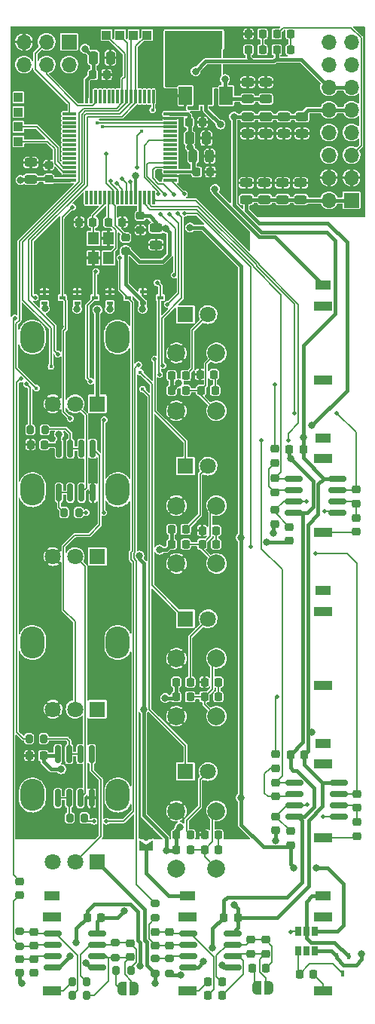
<source format=gbr>
G04 #@! TF.GenerationSoftware,KiCad,Pcbnew,6.0.4+dfsg-1+b1*
G04 #@! TF.CreationDate,2022-05-20T09:30:11+02:00*
G04 #@! TF.ProjectId,demiurge,64656d69-7572-4676-952e-6b696361645f,A*
G04 #@! TF.SameCoordinates,Original*
G04 #@! TF.FileFunction,Copper,L1,Top*
G04 #@! TF.FilePolarity,Positive*
%FSLAX46Y46*%
G04 Gerber Fmt 4.6, Leading zero omitted, Abs format (unit mm)*
G04 Created by KiCad (PCBNEW 6.0.4+dfsg-1+b1) date 2022-05-20 09:30:11*
%MOMM*%
%LPD*%
G01*
G04 APERTURE LIST*
G04 Aperture macros list*
%AMRoundRect*
0 Rectangle with rounded corners*
0 $1 Rounding radius*
0 $2 $3 $4 $5 $6 $7 $8 $9 X,Y pos of 4 corners*
0 Add a 4 corners polygon primitive as box body*
4,1,4,$2,$3,$4,$5,$6,$7,$8,$9,$2,$3,0*
0 Add four circle primitives for the rounded corners*
1,1,$1+$1,$2,$3*
1,1,$1+$1,$4,$5*
1,1,$1+$1,$6,$7*
1,1,$1+$1,$8,$9*
0 Add four rect primitives between the rounded corners*
20,1,$1+$1,$2,$3,$4,$5,0*
20,1,$1+$1,$4,$5,$6,$7,0*
20,1,$1+$1,$6,$7,$8,$9,0*
20,1,$1+$1,$8,$9,$2,$3,0*%
%AMFreePoly0*
4,1,22,0.500000,-0.750000,0.000000,-0.750000,0.000000,-0.745033,-0.079941,-0.743568,-0.215256,-0.701293,-0.333266,-0.622738,-0.424486,-0.514219,-0.481581,-0.384460,-0.499164,-0.250000,-0.500000,-0.250000,-0.500000,0.250000,-0.499164,0.250000,-0.499963,0.256109,-0.478152,0.396186,-0.417904,0.524511,-0.324060,0.630769,-0.204165,0.706417,-0.067858,0.745374,0.000000,0.744959,0.000000,0.750000,
0.500000,0.750000,0.500000,-0.750000,0.500000,-0.750000,$1*%
%AMFreePoly1*
4,1,20,0.000000,0.744959,0.073905,0.744508,0.209726,0.703889,0.328688,0.626782,0.421226,0.519385,0.479903,0.390333,0.500000,0.250000,0.500000,-0.250000,0.499851,-0.262216,0.476331,-0.402017,0.414519,-0.529596,0.319384,-0.634700,0.198574,-0.708877,0.061801,-0.746166,0.000000,-0.745033,0.000000,-0.750000,-0.500000,-0.750000,-0.500000,0.750000,0.000000,0.750000,0.000000,0.744959,
0.000000,0.744959,$1*%
%AMFreePoly2*
4,1,6,1.000000,0.000000,0.500000,-0.750000,-0.500000,-0.750000,-0.500000,0.750000,0.500000,0.750000,1.000000,0.000000,1.000000,0.000000,$1*%
%AMFreePoly3*
4,1,6,0.500000,-0.750000,-0.650000,-0.750000,-0.150000,0.000000,-0.650000,0.750000,0.500000,0.750000,0.500000,-0.750000,0.500000,-0.750000,$1*%
G04 Aperture macros list end*
G04 #@! TA.AperFunction,SMDPad,CuDef*
%ADD10RoundRect,0.218750X0.256250X-0.218750X0.256250X0.218750X-0.256250X0.218750X-0.256250X-0.218750X0*%
G04 #@! TD*
G04 #@! TA.AperFunction,SMDPad,CuDef*
%ADD11RoundRect,0.218750X0.218750X0.256250X-0.218750X0.256250X-0.218750X-0.256250X0.218750X-0.256250X0*%
G04 #@! TD*
G04 #@! TA.AperFunction,SMDPad,CuDef*
%ADD12RoundRect,0.250000X-0.475000X0.250000X-0.475000X-0.250000X0.475000X-0.250000X0.475000X0.250000X0*%
G04 #@! TD*
G04 #@! TA.AperFunction,SMDPad,CuDef*
%ADD13R,0.700000X0.450000*%
G04 #@! TD*
G04 #@! TA.AperFunction,SMDPad,CuDef*
%ADD14RoundRect,0.218750X-0.218750X-0.256250X0.218750X-0.256250X0.218750X0.256250X-0.218750X0.256250X0*%
G04 #@! TD*
G04 #@! TA.AperFunction,SMDPad,CuDef*
%ADD15RoundRect,0.218750X-0.256250X0.218750X-0.256250X-0.218750X0.256250X-0.218750X0.256250X0.218750X0*%
G04 #@! TD*
G04 #@! TA.AperFunction,SMDPad,CuDef*
%ADD16RoundRect,0.200000X-0.200000X-0.275000X0.200000X-0.275000X0.200000X0.275000X-0.200000X0.275000X0*%
G04 #@! TD*
G04 #@! TA.AperFunction,SMDPad,CuDef*
%ADD17RoundRect,0.150000X0.150000X-0.825000X0.150000X0.825000X-0.150000X0.825000X-0.150000X-0.825000X0*%
G04 #@! TD*
G04 #@! TA.AperFunction,SMDPad,CuDef*
%ADD18R,0.450000X0.700000*%
G04 #@! TD*
G04 #@! TA.AperFunction,SMDPad,CuDef*
%ADD19RoundRect,0.243750X-0.456250X0.243750X-0.456250X-0.243750X0.456250X-0.243750X0.456250X0.243750X0*%
G04 #@! TD*
G04 #@! TA.AperFunction,SMDPad,CuDef*
%ADD20RoundRect,0.243750X0.456250X-0.243750X0.456250X0.243750X-0.456250X0.243750X-0.456250X-0.243750X0*%
G04 #@! TD*
G04 #@! TA.AperFunction,SMDPad,CuDef*
%ADD21RoundRect,0.243750X-0.243750X-0.456250X0.243750X-0.456250X0.243750X0.456250X-0.243750X0.456250X0*%
G04 #@! TD*
G04 #@! TA.AperFunction,SMDPad,CuDef*
%ADD22RoundRect,0.200000X0.200000X0.275000X-0.200000X0.275000X-0.200000X-0.275000X0.200000X-0.275000X0*%
G04 #@! TD*
G04 #@! TA.AperFunction,SMDPad,CuDef*
%ADD23FreePoly0,180.000000*%
G04 #@! TD*
G04 #@! TA.AperFunction,SMDPad,CuDef*
%ADD24FreePoly1,180.000000*%
G04 #@! TD*
G04 #@! TA.AperFunction,SMDPad,CuDef*
%ADD25FreePoly2,270.000000*%
G04 #@! TD*
G04 #@! TA.AperFunction,SMDPad,CuDef*
%ADD26FreePoly3,270.000000*%
G04 #@! TD*
G04 #@! TA.AperFunction,SMDPad,CuDef*
%ADD27RoundRect,0.250000X-0.250000X-0.475000X0.250000X-0.475000X0.250000X0.475000X-0.250000X0.475000X0*%
G04 #@! TD*
G04 #@! TA.AperFunction,SMDPad,CuDef*
%ADD28RoundRect,0.225000X0.225000X0.250000X-0.225000X0.250000X-0.225000X-0.250000X0.225000X-0.250000X0*%
G04 #@! TD*
G04 #@! TA.AperFunction,ComponentPad*
%ADD29R,1.700000X1.700000*%
G04 #@! TD*
G04 #@! TA.AperFunction,ComponentPad*
%ADD30O,1.700000X1.700000*%
G04 #@! TD*
G04 #@! TA.AperFunction,SMDPad,CuDef*
%ADD31R,0.650000X1.060000*%
G04 #@! TD*
G04 #@! TA.AperFunction,SMDPad,CuDef*
%ADD32RoundRect,0.200000X-0.275000X0.200000X-0.275000X-0.200000X0.275000X-0.200000X0.275000X0.200000X0*%
G04 #@! TD*
G04 #@! TA.AperFunction,SMDPad,CuDef*
%ADD33RoundRect,0.200000X0.275000X-0.200000X0.275000X0.200000X-0.275000X0.200000X-0.275000X-0.200000X0*%
G04 #@! TD*
G04 #@! TA.AperFunction,SMDPad,CuDef*
%ADD34RoundRect,0.225000X-0.225000X-0.250000X0.225000X-0.250000X0.225000X0.250000X-0.225000X0.250000X0*%
G04 #@! TD*
G04 #@! TA.AperFunction,SMDPad,CuDef*
%ADD35R,1.200000X1.400000*%
G04 #@! TD*
G04 #@! TA.AperFunction,SMDPad,CuDef*
%ADD36RoundRect,0.150000X-0.825000X-0.150000X0.825000X-0.150000X0.825000X0.150000X-0.825000X0.150000X0*%
G04 #@! TD*
G04 #@! TA.AperFunction,SMDPad,CuDef*
%ADD37R,1.500000X2.000000*%
G04 #@! TD*
G04 #@! TA.AperFunction,SMDPad,CuDef*
%ADD38R,3.800000X2.000000*%
G04 #@! TD*
G04 #@! TA.AperFunction,SMDPad,CuDef*
%ADD39RoundRect,0.075000X0.075000X-0.700000X0.075000X0.700000X-0.075000X0.700000X-0.075000X-0.700000X0*%
G04 #@! TD*
G04 #@! TA.AperFunction,SMDPad,CuDef*
%ADD40RoundRect,0.075000X0.700000X-0.075000X0.700000X0.075000X-0.700000X0.075000X-0.700000X-0.075000X0*%
G04 #@! TD*
G04 #@! TA.AperFunction,ComponentPad*
%ADD41C,2.000000*%
G04 #@! TD*
G04 #@! TA.AperFunction,ComponentPad*
%ADD42R,1.800000X1.000000*%
G04 #@! TD*
G04 #@! TA.AperFunction,ComponentPad*
%ADD43R,2.000000X1.000000*%
G04 #@! TD*
G04 #@! TA.AperFunction,ComponentPad*
%ADD44O,2.720000X3.600000*%
G04 #@! TD*
G04 #@! TA.AperFunction,ComponentPad*
%ADD45R,1.800000X1.800000*%
G04 #@! TD*
G04 #@! TA.AperFunction,ComponentPad*
%ADD46C,1.800000*%
G04 #@! TD*
G04 #@! TA.AperFunction,ComponentPad*
%ADD47R,1.000000X1.000000*%
G04 #@! TD*
G04 #@! TA.AperFunction,ViaPad*
%ADD48C,0.400000*%
G04 #@! TD*
G04 #@! TA.AperFunction,ViaPad*
%ADD49C,0.800000*%
G04 #@! TD*
G04 #@! TA.AperFunction,ViaPad*
%ADD50C,0.460000*%
G04 #@! TD*
G04 #@! TA.AperFunction,Conductor*
%ADD51C,0.152400*%
G04 #@! TD*
G04 #@! TA.AperFunction,Conductor*
%ADD52C,0.381000*%
G04 #@! TD*
G04 #@! TA.AperFunction,Conductor*
%ADD53C,0.304800*%
G04 #@! TD*
G04 APERTURE END LIST*
D10*
X80899000Y-68097500D03*
X80899000Y-66522500D03*
D11*
X99466500Y-90043000D03*
X97891500Y-90043000D03*
D12*
X105283000Y-61104500D03*
X105283000Y-63004500D03*
D11*
X109499500Y-98425000D03*
X107924500Y-98425000D03*
D13*
X80407000Y-80757000D03*
X80407000Y-82057000D03*
X82407000Y-81407000D03*
D11*
X110642500Y-157353000D03*
X109067500Y-157353000D03*
D10*
X106426000Y-141249500D03*
X106426000Y-139674500D03*
X106426000Y-134264500D03*
X106426000Y-132689500D03*
D14*
X98145500Y-109093000D03*
X99720500Y-109093000D03*
D11*
X96291500Y-109093000D03*
X94716500Y-109093000D03*
D14*
X98399500Y-126238000D03*
X99974500Y-126238000D03*
D11*
X96799500Y-126238000D03*
X95224500Y-126238000D03*
D15*
X106426000Y-135864500D03*
X106426000Y-137439500D03*
D14*
X98399500Y-143383000D03*
X99974500Y-143383000D03*
D11*
X96799500Y-143383000D03*
X95224500Y-143383000D03*
D15*
X115443000Y-102971500D03*
X115443000Y-104546500D03*
X94488000Y-152628500D03*
X94488000Y-154203500D03*
D11*
X100355500Y-159766000D03*
X98780500Y-159766000D03*
D15*
X103632000Y-153517500D03*
X103632000Y-155092500D03*
D16*
X82614000Y-105537000D03*
X84264000Y-105537000D03*
D17*
X81915000Y-137603000D03*
X83185000Y-137603000D03*
X84455000Y-137603000D03*
X85725000Y-137603000D03*
X85725000Y-132653000D03*
X84455000Y-132653000D03*
X83185000Y-132653000D03*
X81915000Y-132653000D03*
D14*
X103352500Y-51816000D03*
X104927500Y-51816000D03*
D18*
X114569000Y-155337000D03*
X113269000Y-155337000D03*
X113919000Y-157337000D03*
D14*
X103352500Y-53594000D03*
X104927500Y-53594000D03*
X106527500Y-53594000D03*
X108102500Y-53594000D03*
D11*
X108102500Y-51816000D03*
X106527500Y-51816000D03*
D19*
X92964000Y-73611500D03*
X92964000Y-75486500D03*
D15*
X91186000Y-72237500D03*
X91186000Y-73812500D03*
D20*
X105283000Y-59103500D03*
X105283000Y-57228500D03*
D19*
X109220000Y-68531500D03*
X109220000Y-70406500D03*
D21*
X97106500Y-65532000D03*
X98981500Y-65532000D03*
D19*
X107188000Y-68531500D03*
X107188000Y-70406500D03*
D20*
X78867000Y-68120500D03*
X78867000Y-66245500D03*
D19*
X105156000Y-68531500D03*
X105156000Y-70406500D03*
D11*
X102133500Y-151003000D03*
X100558500Y-151003000D03*
D15*
X92837000Y-152628500D03*
X92837000Y-154203500D03*
D22*
X80454000Y-96266000D03*
X78804000Y-96266000D03*
X80327000Y-130937000D03*
X78677000Y-130937000D03*
D14*
X94716500Y-90170000D03*
X96291500Y-90170000D03*
X94716500Y-107442000D03*
X96291500Y-107442000D03*
D23*
X105602800Y-158877000D03*
D24*
X104302800Y-158877000D03*
D15*
X115570000Y-140309500D03*
X115570000Y-141884500D03*
D10*
X106299000Y-99974500D03*
X106299000Y-98399500D03*
X77597000Y-148513900D03*
X77597000Y-146938900D03*
D15*
X115570000Y-137134500D03*
X115570000Y-138709500D03*
X115443000Y-106146500D03*
X115443000Y-107721500D03*
X106299000Y-101701500D03*
X106299000Y-103276500D03*
D10*
X77597000Y-157251500D03*
X77597000Y-155676500D03*
D15*
X79248000Y-155676500D03*
X79248000Y-157251500D03*
D11*
X96291500Y-91821000D03*
X94716500Y-91821000D03*
X86766500Y-151003000D03*
X85191500Y-151003000D03*
D10*
X90043000Y-155473500D03*
X90043000Y-153898500D03*
D14*
X98018500Y-91821000D03*
X99593500Y-91821000D03*
D10*
X106299000Y-106832500D03*
X106299000Y-105257500D03*
D13*
X87773000Y-80757000D03*
X87773000Y-82057000D03*
X89773000Y-81407000D03*
D19*
X103124000Y-68531500D03*
X103124000Y-70406500D03*
X109347000Y-61117000D03*
X109347000Y-62992000D03*
D11*
X80416500Y-97917000D03*
X78841500Y-97917000D03*
D14*
X95224500Y-124587000D03*
X96799500Y-124587000D03*
X95224500Y-141732000D03*
X96799500Y-141732000D03*
X85826500Y-56388000D03*
X87401500Y-56388000D03*
D10*
X89535000Y-76225500D03*
X89535000Y-74650500D03*
D11*
X80289500Y-132842000D03*
X78714500Y-132842000D03*
D25*
X91821000Y-141515000D03*
D26*
X91821000Y-142965000D03*
D20*
X103251000Y-59103500D03*
X103251000Y-57228500D03*
D19*
X103251000Y-61117000D03*
X103251000Y-62992000D03*
D27*
X96713000Y-63500000D03*
X98613000Y-63500000D03*
D28*
X99962000Y-124587000D03*
X98412000Y-124587000D03*
X99962000Y-141732000D03*
X98412000Y-141732000D03*
D29*
X114935000Y-70485000D03*
D30*
X112395000Y-70485000D03*
X114935000Y-67945000D03*
X112395000Y-67945000D03*
X114935000Y-65405000D03*
X112395000Y-65405000D03*
X114935000Y-62865000D03*
X112395000Y-62865000D03*
X114935000Y-60325000D03*
X112395000Y-60325000D03*
X114935000Y-57785000D03*
X112395000Y-57785000D03*
X114935000Y-55245000D03*
X112395000Y-55245000D03*
X114935000Y-52705000D03*
X112395000Y-52705000D03*
D19*
X107315000Y-61117000D03*
X107315000Y-62992000D03*
D15*
X108077000Y-141325500D03*
X108077000Y-142900500D03*
X107950000Y-107162500D03*
X107950000Y-108737500D03*
D16*
X83249000Y-139827000D03*
X84899000Y-139827000D03*
D13*
X91456000Y-80757000D03*
X91456000Y-82057000D03*
X93456000Y-81407000D03*
X84090000Y-80757000D03*
X84090000Y-82057000D03*
X86090000Y-81407000D03*
D31*
X110805000Y-152570000D03*
X109855000Y-152570000D03*
X108905000Y-152570000D03*
X108905000Y-154770000D03*
X109855000Y-154770000D03*
X110805000Y-154770000D03*
D11*
X99720500Y-107569000D03*
X98145500Y-107569000D03*
D10*
X105283000Y-155092500D03*
X105283000Y-153517500D03*
D32*
X77597000Y-152591000D03*
X77597000Y-154241000D03*
D22*
X85153000Y-159766000D03*
X83503000Y-159766000D03*
X90106000Y-156972000D03*
X88456000Y-156972000D03*
D33*
X92837000Y-151066000D03*
X92837000Y-149416000D03*
X92837000Y-157289000D03*
X92837000Y-155639000D03*
D32*
X94488000Y-155639000D03*
X94488000Y-157289000D03*
D16*
X83503000Y-158242000D03*
X85153000Y-158242000D03*
D32*
X88392000Y-153861000D03*
X88392000Y-155511000D03*
D11*
X105308500Y-156718000D03*
X103733500Y-156718000D03*
D14*
X98780500Y-158242000D03*
X100355500Y-158242000D03*
D29*
X83185000Y-52705000D03*
D30*
X83185000Y-55245000D03*
X80645000Y-52705000D03*
X80645000Y-55245000D03*
X78105000Y-52705000D03*
X78105000Y-55245000D03*
D15*
X79248000Y-152628500D03*
X79248000Y-154203500D03*
D23*
X90439000Y-159004000D03*
D24*
X89139000Y-159004000D03*
D11*
X109626500Y-132715000D03*
X108051500Y-132715000D03*
D34*
X87617000Y-72948800D03*
X89167000Y-72948800D03*
D17*
X82042000Y-103313000D03*
X83312000Y-103313000D03*
X84582000Y-103313000D03*
X85852000Y-103313000D03*
X85852000Y-98363000D03*
X84582000Y-98363000D03*
X83312000Y-98363000D03*
X82042000Y-98363000D03*
D35*
X87591000Y-76969800D03*
X87591000Y-74769800D03*
X85891000Y-74769800D03*
X85891000Y-76969800D03*
D36*
X108523000Y-135890000D03*
X108523000Y-137160000D03*
X108523000Y-138430000D03*
X108523000Y-139700000D03*
X113473000Y-139700000D03*
X113473000Y-138430000D03*
X113473000Y-137160000D03*
X113473000Y-135890000D03*
D28*
X85865000Y-72948800D03*
X84315000Y-72948800D03*
D34*
X97523000Y-67310000D03*
X99073000Y-67310000D03*
D36*
X81345000Y-152781000D03*
X81345000Y-154051000D03*
X81345000Y-155321000D03*
X81345000Y-156591000D03*
X86295000Y-156591000D03*
X86295000Y-155321000D03*
X86295000Y-154051000D03*
X86295000Y-152781000D03*
X108396000Y-101727000D03*
X108396000Y-102997000D03*
X108396000Y-104267000D03*
X108396000Y-105537000D03*
X113346000Y-105537000D03*
X113346000Y-104267000D03*
X113346000Y-102997000D03*
X113346000Y-101727000D03*
D37*
X96252000Y-58750000D03*
X98552000Y-58750000D03*
D38*
X98552000Y-52450000D03*
D37*
X100852000Y-58750000D03*
D27*
X85918000Y-54483000D03*
X87818000Y-54483000D03*
D39*
X85150000Y-70191000D03*
X85650000Y-70191000D03*
X86150000Y-70191000D03*
X86650000Y-70191000D03*
X87150000Y-70191000D03*
X87650000Y-70191000D03*
X88150000Y-70191000D03*
X88650000Y-70191000D03*
X89150000Y-70191000D03*
X89650000Y-70191000D03*
X90150000Y-70191000D03*
X90650000Y-70191000D03*
X91150000Y-70191000D03*
X91650000Y-70191000D03*
X92150000Y-70191000D03*
X92650000Y-70191000D03*
D40*
X94575000Y-68266000D03*
X94575000Y-67766000D03*
X94575000Y-67266000D03*
X94575000Y-66766000D03*
X94575000Y-66266000D03*
X94575000Y-65766000D03*
X94575000Y-65266000D03*
X94575000Y-64766000D03*
X94575000Y-64266000D03*
X94575000Y-63766000D03*
X94575000Y-63266000D03*
X94575000Y-62766000D03*
X94575000Y-62266000D03*
X94575000Y-61766000D03*
X94575000Y-61266000D03*
X94575000Y-60766000D03*
D39*
X92650000Y-58841000D03*
X92150000Y-58841000D03*
X91650000Y-58841000D03*
X91150000Y-58841000D03*
X90650000Y-58841000D03*
X90150000Y-58841000D03*
X89650000Y-58841000D03*
X89150000Y-58841000D03*
X88650000Y-58841000D03*
X88150000Y-58841000D03*
X87650000Y-58841000D03*
X87150000Y-58841000D03*
X86650000Y-58841000D03*
X86150000Y-58841000D03*
X85650000Y-58841000D03*
X85150000Y-58841000D03*
D40*
X83225000Y-60766000D03*
X83225000Y-61266000D03*
X83225000Y-61766000D03*
X83225000Y-62266000D03*
X83225000Y-62766000D03*
X83225000Y-63266000D03*
X83225000Y-63766000D03*
X83225000Y-64266000D03*
X83225000Y-64766000D03*
X83225000Y-65266000D03*
X83225000Y-65766000D03*
X83225000Y-66266000D03*
X83225000Y-66766000D03*
X83225000Y-67266000D03*
X83225000Y-67766000D03*
X83225000Y-68266000D03*
D36*
X96585000Y-152781000D03*
X96585000Y-154051000D03*
X96585000Y-155321000D03*
X96585000Y-156591000D03*
X101535000Y-156591000D03*
X101535000Y-155321000D03*
X101535000Y-154051000D03*
X101535000Y-152781000D03*
D34*
X96634000Y-61722000D03*
X98184000Y-61722000D03*
D41*
X95250000Y-104775000D03*
X95250000Y-111275000D03*
X99750000Y-111275000D03*
X99750000Y-104775000D03*
X95250000Y-121920000D03*
X95250000Y-128420000D03*
X99750000Y-121920000D03*
X99750000Y-128420000D03*
D42*
X111760000Y-148590000D03*
D43*
X111760000Y-159225000D03*
X111760000Y-150925000D03*
D42*
X111760000Y-80010000D03*
D43*
X111760000Y-90645000D03*
X111760000Y-82345000D03*
D41*
X95250000Y-145565000D03*
X95250000Y-139065000D03*
X99750000Y-139065000D03*
X99750000Y-145565000D03*
D42*
X96520000Y-148590000D03*
D43*
X96520000Y-159225000D03*
X96520000Y-150925000D03*
D44*
X79046000Y-85845000D03*
X88646000Y-85845000D03*
D45*
X86346000Y-93345000D03*
D46*
X83846000Y-93345000D03*
X81346000Y-93345000D03*
D44*
X79060000Y-137280000D03*
X88660000Y-137280000D03*
D45*
X86360000Y-144780000D03*
D46*
X83860000Y-144780000D03*
X81360000Y-144780000D03*
D42*
X111760000Y-131445000D03*
D43*
X111760000Y-142080000D03*
X111760000Y-133780000D03*
D42*
X111760000Y-114300000D03*
D43*
X111760000Y-124935000D03*
X111760000Y-116635000D03*
D42*
X111760000Y-97155000D03*
D43*
X111760000Y-107790000D03*
X111760000Y-99490000D03*
D44*
X88660000Y-102990000D03*
X79060000Y-102990000D03*
D45*
X86360000Y-110490000D03*
D46*
X83860000Y-110490000D03*
X81360000Y-110490000D03*
D45*
X96261000Y-83312000D03*
D46*
X98801000Y-83312000D03*
D44*
X79060000Y-120135000D03*
X88660000Y-120135000D03*
D45*
X86360000Y-127635000D03*
D46*
X83860000Y-127635000D03*
X81360000Y-127635000D03*
D41*
X95250000Y-94130000D03*
X95250000Y-87630000D03*
X99750000Y-94130000D03*
X99750000Y-87630000D03*
D42*
X81280000Y-148590000D03*
D43*
X81280000Y-159225000D03*
X81280000Y-150925000D03*
D47*
X77470000Y-62230000D03*
X90424000Y-51943000D03*
X87376000Y-51943000D03*
X77470000Y-63881000D03*
X77470000Y-58928000D03*
X91948000Y-51943000D03*
X77470000Y-60579000D03*
D45*
X96261000Y-100330000D03*
D46*
X98801000Y-100330000D03*
D45*
X96266000Y-134620000D03*
D46*
X98806000Y-134620000D03*
D45*
X96261000Y-117475000D03*
D46*
X98801000Y-117475000D03*
D47*
X88900000Y-51943000D03*
D48*
X91186000Y-89789000D03*
X81153000Y-89154000D03*
X79502000Y-91567000D03*
X91440000Y-91694000D03*
D49*
X93980000Y-126365000D03*
D48*
X86904000Y-62266000D03*
X91313000Y-62694100D03*
X92583000Y-60325000D03*
X86360000Y-61769100D03*
D49*
X96774000Y-64516000D03*
X94107000Y-143510000D03*
X100203000Y-61976000D03*
X77724000Y-68199000D03*
X91567000Y-127635000D03*
X96773999Y-73533002D03*
X91067184Y-110403142D03*
X92837000Y-158369000D03*
X87757000Y-82677000D03*
X77851000Y-158369000D03*
X84074000Y-82677000D03*
X86360000Y-82804000D03*
X102489000Y-108331000D03*
X105410000Y-108839000D03*
X102489000Y-137541000D03*
X84963000Y-53467000D03*
X80454134Y-82613866D03*
X110998000Y-145415000D03*
X108458000Y-145415000D03*
X93345000Y-109728000D03*
X95496856Y-91052648D03*
X91440000Y-82677000D03*
X94063580Y-73660000D03*
X95631000Y-140843000D03*
X97409000Y-56007000D03*
X116078000Y-155067000D03*
X82042000Y-96774000D03*
X82296000Y-134366000D03*
X89408000Y-150241000D03*
X101727000Y-149606000D03*
X110490000Y-130175000D03*
X109511611Y-97117389D03*
X101727000Y-61087000D03*
X83947000Y-153797000D03*
X110490000Y-95758000D03*
X108068437Y-99446742D03*
X99314000Y-154432000D03*
X98298000Y-155956000D03*
X91186000Y-156464000D03*
X83312000Y-155321000D03*
X106172000Y-107823000D03*
X99568000Y-69215000D03*
X106426000Y-142367000D03*
X79248000Y-157251500D03*
X85063531Y-156082757D03*
X100378531Y-156395461D03*
X90678000Y-67691000D03*
X95757706Y-157442897D03*
X84201000Y-73787000D03*
X92456000Y-129286000D03*
X96774000Y-76581000D03*
X89662000Y-129286000D03*
X87630000Y-79883000D03*
X85852000Y-101854000D03*
X92964000Y-76581000D03*
X91313000Y-95313134D03*
X92964000Y-78232000D03*
D50*
X95758000Y-61341000D03*
D49*
X82162100Y-84657609D03*
X84963000Y-80010000D03*
X102537805Y-141687718D03*
X87757000Y-141605000D03*
X97536000Y-140716000D03*
X96774000Y-79883000D03*
D50*
X93345000Y-67945000D03*
D49*
X89662000Y-131318000D03*
D50*
X99568000Y-63500000D03*
D49*
X91567000Y-79756000D03*
X85852000Y-136017000D03*
X80899000Y-65405000D03*
X92456000Y-131064000D03*
X91316816Y-97793084D03*
X101473000Y-136525000D03*
X87122000Y-53340000D03*
X91440000Y-84455000D03*
X91440000Y-140589000D03*
X78867000Y-65024000D03*
X84074000Y-84582000D03*
X101600000Y-131064000D03*
X91059000Y-74930000D03*
X84582000Y-76581000D03*
X81407000Y-80010000D03*
X88823563Y-56357111D03*
X80772000Y-141478000D03*
D50*
X87376000Y-65278000D03*
X106299000Y-91186000D03*
X90805000Y-66802000D03*
X93472000Y-72009000D03*
X93218000Y-69795011D03*
X94996000Y-78867000D03*
X108077000Y-152654000D03*
X87376000Y-140208000D03*
X88900000Y-76962000D03*
X89154000Y-68072000D03*
X85979000Y-140208000D03*
X87122000Y-95123000D03*
X87834100Y-68326000D03*
X85090000Y-105537000D03*
X83312000Y-94996000D03*
X83566000Y-71247000D03*
X87072100Y-105537000D03*
X85598000Y-90805000D03*
X86182200Y-78486000D03*
X78416074Y-91128926D03*
X88519000Y-68580000D03*
X93091000Y-79756000D03*
X90070487Y-68386211D03*
X93345000Y-90043000D03*
X77819624Y-90532476D03*
X79375000Y-81407000D03*
X92787100Y-88322821D03*
X81915000Y-87757000D03*
X106553000Y-126238000D03*
X109952001Y-138303000D03*
X111760000Y-139700000D03*
X104775000Y-97409000D03*
X107823000Y-97409000D03*
X96139000Y-69795011D03*
X103632000Y-109381400D03*
X96139000Y-71956531D03*
X110871000Y-110109000D03*
X109855000Y-104267000D03*
X111887000Y-105410000D03*
X108507900Y-94425907D03*
X113284000Y-94361000D03*
X93994787Y-69835213D03*
X77089000Y-83693000D03*
X94234000Y-82169000D03*
X94488000Y-72009000D03*
X90993109Y-88948257D03*
X94996000Y-69850000D03*
X93726000Y-89027000D03*
X95377000Y-71956531D03*
D49*
X100711000Y-56896000D03*
D51*
X83312000Y-94996000D02*
X82550000Y-94234000D01*
X82550000Y-94234000D02*
X82550000Y-85157979D01*
X82790201Y-81790201D02*
X82407000Y-81407000D01*
X82550000Y-85157979D02*
X82790201Y-84917778D01*
X82790201Y-84917778D02*
X82790201Y-81790201D01*
X93456000Y-81407000D02*
X93267899Y-81595101D01*
X93267899Y-81595101D02*
X93267899Y-89965899D01*
X93267899Y-89965899D02*
X93345000Y-90043000D01*
X95504000Y-80899000D02*
X94234000Y-82169000D01*
X95504000Y-73025000D02*
X95504000Y-80899000D01*
X94488000Y-72009000D02*
X95504000Y-73025000D01*
X95377000Y-71956531D02*
X95834689Y-72414220D01*
X95834689Y-72414220D02*
X95834689Y-81482089D01*
X95834689Y-81482089D02*
X93599000Y-83717778D01*
X93599000Y-83717778D02*
X93599000Y-88900000D01*
X93599000Y-88900000D02*
X93726000Y-89027000D01*
X96261000Y-117475000D02*
X92506310Y-113720310D01*
X92506310Y-91109310D02*
X91186000Y-89789000D01*
X92506310Y-113720310D02*
X92506310Y-91109310D01*
X90283781Y-109867915D02*
X90134772Y-110016924D01*
X89773000Y-81407000D02*
X90283781Y-81917781D01*
X90283781Y-81917781D02*
X90283781Y-109867915D01*
X92837000Y-149416000D02*
X90728311Y-147307311D01*
X90728310Y-110962321D02*
X90648573Y-110882584D01*
X90728311Y-147307311D02*
X90728310Y-110962321D01*
X90648573Y-110882584D02*
X90648573Y-110872801D01*
X90439083Y-110663311D02*
X90439083Y-110142973D01*
X90134772Y-110016924D02*
X90134772Y-110799143D01*
X90439083Y-110142973D02*
X90588092Y-109993964D01*
X89281000Y-140208000D02*
X87376000Y-140208000D01*
X90648573Y-110872801D02*
X90439083Y-110663311D01*
X90588092Y-109993964D02*
X90588091Y-89353275D01*
X90588091Y-89353275D02*
X90993109Y-88948257D01*
X90134772Y-110799143D02*
X90424000Y-111088371D01*
X90424000Y-111088371D02*
X90424000Y-139065000D01*
X90424000Y-139065000D02*
X89281000Y-140208000D01*
X89150000Y-58841000D02*
X89150000Y-59544676D01*
X89150000Y-59544676D02*
X88520609Y-60174067D01*
X88520609Y-60174067D02*
X84838852Y-60174068D01*
X84838852Y-60174068D02*
X84304067Y-60708853D01*
X77216000Y-89281000D02*
X79502000Y-91567000D01*
X84304067Y-60708853D02*
X84304067Y-68390609D01*
X77597000Y-75097676D02*
X77597000Y-83947000D01*
X84304067Y-68390609D02*
X77597000Y-75097676D01*
X77597000Y-83947000D02*
X77216000Y-84328000D01*
X77216000Y-84328000D02*
X77216000Y-89281000D01*
X77597000Y-146938900D02*
X76911690Y-146253590D01*
X76911690Y-83870310D02*
X77089000Y-83693000D01*
X76911690Y-146253590D02*
X76911690Y-83870310D01*
X77978000Y-80518000D02*
X77978000Y-81661000D01*
X81153000Y-84836000D02*
X81153000Y-89154000D01*
X77978000Y-81661000D02*
X81153000Y-84836000D01*
X84912689Y-68642707D02*
X78613000Y-74942396D01*
X90150000Y-58841000D02*
X90150000Y-59544676D01*
X81534000Y-87376000D02*
X81915000Y-87757000D01*
X90150000Y-59544676D02*
X88911987Y-60782689D01*
X85090951Y-60782689D02*
X84912689Y-60960951D01*
X88911987Y-60782689D02*
X85090951Y-60782689D01*
X78613000Y-74942396D02*
X78613000Y-81661000D01*
X81534000Y-84582000D02*
X81534000Y-87376000D01*
X84912689Y-60960951D02*
X84912689Y-68642707D01*
X78613000Y-81661000D02*
X81534000Y-84582000D01*
D52*
X80407000Y-82057000D02*
X80407000Y-82566732D01*
X80407000Y-82566732D02*
X80454134Y-82613866D01*
D51*
X78804000Y-91516852D02*
X78416074Y-91128926D01*
X78804000Y-96266000D02*
X78804000Y-91516852D01*
X78028800Y-130937000D02*
X77266800Y-130175000D01*
X78677000Y-130937000D02*
X78028800Y-130937000D01*
X77266800Y-130175000D02*
X77266800Y-90957400D01*
X77691724Y-90532476D02*
X77819624Y-90532476D01*
X77266800Y-90957400D02*
X77691724Y-90532476D01*
D52*
X91567000Y-127635000D02*
X91567000Y-111209006D01*
D51*
X96266000Y-134620000D02*
X96266000Y-131699000D01*
X92810621Y-88346342D02*
X92787100Y-88322821D01*
X96266000Y-131699000D02*
X93472000Y-128905000D01*
X93472000Y-128905000D02*
X92202000Y-127635000D01*
X92202000Y-92456000D02*
X91440000Y-91694000D01*
X96261000Y-100330000D02*
X96261000Y-97559280D01*
D52*
X91567000Y-111209006D02*
X91067184Y-110709190D01*
D51*
X92810621Y-94108901D02*
X92810621Y-88346342D01*
D52*
X91067184Y-110709190D02*
X91067184Y-110403142D01*
D51*
X92202000Y-127635000D02*
X92202000Y-114935000D01*
X96261000Y-97559280D02*
X92810621Y-94108901D01*
X92202000Y-114935000D02*
X92202000Y-92456000D01*
X84608378Y-68516658D02*
X77978000Y-75147036D01*
X84608378Y-60834902D02*
X84608378Y-68516658D01*
X89650000Y-59544676D02*
X88716298Y-60478378D01*
X77978000Y-75147036D02*
X77978000Y-80518000D01*
X85217000Y-61087000D02*
X85217000Y-68796317D01*
X84964901Y-60478379D02*
X84608378Y-60834902D01*
X90650000Y-59544676D02*
X89107676Y-61087000D01*
X78994000Y-81153000D02*
X79248000Y-81407000D01*
X79463135Y-74522621D02*
X78994000Y-74991756D01*
X85217000Y-68796317D02*
X79490696Y-74522621D01*
X88716298Y-60478378D02*
X84964901Y-60478379D01*
X89107676Y-61087000D02*
X85217000Y-61087000D01*
X78994000Y-74991756D02*
X78994000Y-81153000D01*
X89650000Y-58841000D02*
X89650000Y-59544676D01*
X79248000Y-81407000D02*
X79375000Y-81407000D01*
X79490696Y-74522621D02*
X79463135Y-74522621D01*
X90650000Y-58841000D02*
X90650000Y-59544676D01*
X94575000Y-62266000D02*
X86904000Y-62266000D01*
X86363100Y-61766000D02*
X86360000Y-61769100D01*
X94575000Y-61766000D02*
X86363100Y-61766000D01*
X88150000Y-70191000D02*
X88150000Y-69366854D01*
X87376000Y-68592854D02*
X87376000Y-65278000D01*
X88150000Y-69366854D02*
X87376000Y-68592854D01*
X88650000Y-70191000D02*
X88650000Y-69358854D01*
X88650000Y-69358854D02*
X87834100Y-68542954D01*
X87834100Y-68542954D02*
X87834100Y-68326000D01*
X89755974Y-52798974D02*
X88900000Y-51943000D01*
X89755974Y-58735026D02*
X89755974Y-52798974D01*
X89451664Y-54018664D02*
X87376000Y-51943000D01*
X89150000Y-56918944D02*
X89451664Y-56617280D01*
X89650000Y-58841000D02*
X89755974Y-58735026D01*
X89150000Y-58841000D02*
X89150000Y-56918944D01*
X89451664Y-56617280D02*
X89451664Y-54018664D01*
X90805000Y-63202100D02*
X91313000Y-62694100D01*
X90805000Y-66802000D02*
X90805000Y-63202100D01*
X79551360Y-62230000D02*
X77470000Y-62230000D01*
X81906430Y-64585070D02*
X79551360Y-62230000D01*
X82521324Y-66766000D02*
X81906430Y-66151106D01*
X83225000Y-66766000D02*
X82521324Y-66766000D01*
X80772000Y-63881000D02*
X77470000Y-63881000D01*
X81906430Y-66151106D02*
X81906430Y-64585070D01*
X83225000Y-67266000D02*
X82521324Y-67266000D01*
X81602120Y-64711120D02*
X80772000Y-63881000D01*
X82521324Y-67266000D02*
X81602120Y-66346796D01*
X81602120Y-66346796D02*
X81602120Y-64711120D01*
X92650000Y-58841000D02*
X92650000Y-60258000D01*
X92650000Y-60258000D02*
X92583000Y-60325000D01*
X90150000Y-58841000D02*
X90150000Y-52217000D01*
X90150000Y-52217000D02*
X90424000Y-51943000D01*
X90650000Y-58841000D02*
X90650000Y-53173222D01*
X90650000Y-53173222D02*
X91880222Y-51943000D01*
X91880222Y-51943000D02*
X91948000Y-51943000D01*
D52*
X81067500Y-68266000D02*
X80899000Y-68097500D01*
X87757000Y-82677000D02*
X87757000Y-82073000D01*
X96634000Y-60947000D02*
X96634000Y-61722000D01*
X97142000Y-65567500D02*
X97106500Y-65532000D01*
X91694000Y-153551350D02*
X91694000Y-150114000D01*
X92219494Y-72237500D02*
X91186000Y-72237500D01*
X77597000Y-157251500D02*
X77597000Y-158115000D01*
X92964000Y-72982006D02*
X92219494Y-72237500D01*
X102489000Y-137541000D02*
X102489000Y-77851000D01*
X85918000Y-54483000D02*
X85918000Y-54422000D01*
X85918000Y-56296500D02*
X85826500Y-56388000D01*
X78890000Y-68097500D02*
X78867000Y-68120500D01*
X107868099Y-143109401D02*
X105009401Y-143109401D01*
X95224500Y-126238000D02*
X95224500Y-124587000D01*
X96774000Y-63561000D02*
X96774000Y-64516000D01*
X98552000Y-58750000D02*
X98552000Y-60325000D01*
X94728504Y-91821000D02*
X95496856Y-91052648D01*
X95224500Y-141732000D02*
X95224500Y-141249500D01*
X94107000Y-143510000D02*
X94107000Y-142066744D01*
X108077000Y-145034000D02*
X108458000Y-145415000D01*
X94716500Y-91821000D02*
X94728504Y-91821000D01*
X96713000Y-61801000D02*
X96634000Y-61722000D01*
X114046000Y-147193000D02*
X114046000Y-151892000D01*
X108077000Y-142900500D02*
X108077000Y-145034000D01*
X96713000Y-63500000D02*
X96713000Y-61801000D01*
X77597000Y-158115000D02*
X77851000Y-158369000D01*
X92964000Y-73611500D02*
X92964000Y-72982006D01*
D53*
X94575000Y-67266000D02*
X97098000Y-67266000D01*
D52*
X77802500Y-68120500D02*
X77724000Y-68199000D01*
X83225000Y-68266000D02*
X81067500Y-68266000D01*
X97106500Y-65532000D02*
X97106500Y-64848500D01*
X97098000Y-67266000D02*
X97142000Y-67310000D01*
X107848500Y-108839000D02*
X107950000Y-108737500D01*
X93980000Y-126365000D02*
X95097500Y-126365000D01*
X84074000Y-82073000D02*
X84090000Y-82057000D01*
X114046000Y-151892000D02*
X113368000Y-152570000D01*
D53*
X91150000Y-72201500D02*
X91150000Y-70191000D01*
D52*
X94063580Y-73660000D02*
X94488000Y-74084420D01*
X112268000Y-145415000D02*
X114046000Y-147193000D01*
X98171002Y-73533002D02*
X96773999Y-73533002D01*
X92837000Y-157289000D02*
X91928401Y-156380401D01*
X94107000Y-142066744D02*
X91567000Y-139526744D01*
X94015080Y-73611500D02*
X94063580Y-73660000D01*
X102489000Y-140589000D02*
X102489000Y-137541000D01*
X91033500Y-77343000D02*
X89535000Y-75844500D01*
X94107000Y-143510000D02*
X95097500Y-143510000D01*
X95097500Y-143510000D02*
X95224500Y-143383000D01*
X95224500Y-143383000D02*
X95224500Y-141732000D01*
X80899000Y-68097500D02*
X78890000Y-68097500D01*
X92964000Y-73611500D02*
X94015080Y-73611500D01*
X95097500Y-126365000D02*
X95224500Y-126238000D01*
X110998000Y-145415000D02*
X112268000Y-145415000D01*
X94716500Y-109093000D02*
X94716500Y-107442000D01*
X94488000Y-74084420D02*
X94488000Y-76581000D01*
X108077000Y-142900500D02*
X107868099Y-143109401D01*
X93345000Y-109728000D02*
X94081500Y-109728000D01*
X85150000Y-58841000D02*
X85150000Y-56937500D01*
X91567000Y-139526744D02*
X91567000Y-127635000D01*
X91928401Y-156380401D02*
X91928401Y-153785751D01*
X89535000Y-75844500D02*
X89535000Y-79909178D01*
X91456000Y-81830178D02*
X91456000Y-82057000D01*
X91186000Y-72237500D02*
X91150000Y-72201500D01*
X91928401Y-153785751D02*
X91694000Y-153551350D01*
X91440000Y-82073000D02*
X91456000Y-82057000D01*
X84074000Y-82677000D02*
X84074000Y-82073000D01*
X105009401Y-143109401D02*
X102489000Y-140589000D01*
X85150000Y-56937500D02*
X85699500Y-56388000D01*
X86346000Y-93345000D02*
X86346000Y-82790000D01*
X94716500Y-91821000D02*
X94716500Y-90170000D01*
X89535000Y-79909178D02*
X91456000Y-81830178D01*
X97142000Y-67310000D02*
X97142000Y-65567500D01*
X91694000Y-150114000D02*
X86360000Y-144780000D01*
X95224500Y-141249500D02*
X95631000Y-140843000D01*
X78867000Y-68120500D02*
X77802500Y-68120500D01*
X105410000Y-108839000D02*
X107848500Y-108839000D01*
X113368000Y-152570000D02*
X110805000Y-152570000D01*
X98552000Y-60325000D02*
X100203000Y-61976000D01*
X85918000Y-54422000D02*
X84963000Y-53467000D01*
X102489000Y-77851000D02*
X98171002Y-73533002D01*
X96453000Y-60766000D02*
X96634000Y-60947000D01*
X85918000Y-54483000D02*
X85918000Y-56296500D01*
X91440000Y-82677000D02*
X91440000Y-82073000D01*
X94488000Y-76581000D02*
X93726000Y-77343000D01*
X94081500Y-109728000D02*
X94716500Y-109093000D01*
X96713000Y-63500000D02*
X96774000Y-63561000D01*
X97106500Y-64848500D02*
X96774000Y-64516000D01*
X94575000Y-60766000D02*
X96453000Y-60766000D01*
X92837000Y-158369000D02*
X92837000Y-157289000D01*
X93726000Y-77343000D02*
X91033500Y-77343000D01*
X87757000Y-82073000D02*
X87773000Y-82057000D01*
X103759000Y-54864000D02*
X106172000Y-54864000D01*
X106172000Y-54864000D02*
X106362500Y-54673500D01*
X106553000Y-53619500D02*
X106527500Y-53594000D01*
X113269000Y-155560000D02*
X114046000Y-156337000D01*
X97409000Y-56007000D02*
X98552000Y-54864000D01*
X106362500Y-54673500D02*
X106553000Y-54483000D01*
X112395000Y-57785000D02*
X109283500Y-54673500D01*
X114935000Y-57785000D02*
X112395000Y-57785000D01*
X109283500Y-54673500D02*
X106362500Y-54673500D01*
X113269000Y-155337000D02*
X113269000Y-155560000D01*
X115443000Y-156337000D02*
X116078000Y-155702000D01*
X103352500Y-53594000D02*
X103352500Y-54457500D01*
X106553000Y-54483000D02*
X106553000Y-53619500D01*
X116078000Y-155702000D02*
X116078000Y-155067000D01*
X112702000Y-154770000D02*
X113269000Y-155337000D01*
X98552000Y-54864000D02*
X103759000Y-54864000D01*
X103352500Y-54457500D02*
X103759000Y-54864000D01*
X110805000Y-154770000D02*
X112702000Y-154770000D01*
X114046000Y-156337000D02*
X115443000Y-156337000D01*
D51*
X104927500Y-51816000D02*
X104927500Y-53594000D01*
D52*
X110109000Y-147447000D02*
X106553000Y-151003000D01*
X109511611Y-98412889D02*
X109499500Y-98425000D01*
X104766650Y-74041000D02*
X112141000Y-74041000D01*
X112395000Y-60325000D02*
X110012000Y-60325000D01*
X81153000Y-134366000D02*
X80289500Y-133502500D01*
X109511611Y-97117389D02*
X109511611Y-98412889D01*
X86295000Y-151474500D02*
X86766500Y-151003000D01*
X101727000Y-61087000D02*
X101727000Y-71001350D01*
X109511611Y-86778211D02*
X109511611Y-97117389D01*
X113102411Y-75002411D02*
X113102411Y-83187411D01*
X86295000Y-152781000D02*
X86295000Y-151474500D01*
X110006911Y-132334589D02*
X109626500Y-132715000D01*
X110006911Y-106909089D02*
X110006911Y-130199911D01*
X112141000Y-74041000D02*
X113102411Y-75002411D01*
X105283000Y-61104500D02*
X107175500Y-61104500D01*
X111812178Y-101727000D02*
X113346000Y-101727000D01*
X80289500Y-133502500D02*
X80289500Y-132842000D01*
X111685178Y-135890000D02*
X109626500Y-133831322D01*
X80289500Y-132842000D02*
X81726000Y-132842000D01*
X106553000Y-151003000D02*
X102133500Y-151003000D01*
X110109000Y-140081000D02*
X110109000Y-147447000D01*
X86766500Y-151003000D02*
X88646000Y-151003000D01*
X81726000Y-132842000D02*
X81915000Y-132653000D01*
X111812178Y-101727000D02*
X111149911Y-102389267D01*
X111149911Y-102389267D02*
X111149911Y-105766089D01*
X101727000Y-71001350D02*
X104766650Y-74041000D01*
X105270500Y-61117000D02*
X105283000Y-61104500D01*
X103251000Y-61117000D02*
X105270500Y-61117000D01*
X103251000Y-61117000D02*
X101757000Y-61117000D01*
X113473000Y-135890000D02*
X111685178Y-135890000D01*
X80416500Y-97917000D02*
X81596000Y-97917000D01*
X107175500Y-61104500D02*
X107188000Y-61117000D01*
X110031822Y-130175000D02*
X110006911Y-130199911D01*
X111685178Y-138504822D02*
X110109000Y-140081000D01*
X102133500Y-151003000D02*
X102133500Y-152182500D01*
X111149911Y-105766089D02*
X110006911Y-106909089D01*
X102133500Y-151003000D02*
X102133500Y-150012500D01*
X111685178Y-135890000D02*
X111685178Y-138504822D01*
X102133500Y-150012500D02*
X101727000Y-149606000D01*
X114935000Y-60325000D02*
X112395000Y-60325000D01*
X109499500Y-98425000D02*
X109499500Y-99414322D01*
X101757000Y-61117000D02*
X101727000Y-61087000D01*
X110006911Y-130199911D02*
X110006911Y-132334589D01*
X82042000Y-98363000D02*
X82042000Y-96774000D01*
X110490000Y-130175000D02*
X110031822Y-130175000D01*
X107188000Y-61117000D02*
X109220000Y-61117000D01*
X82296000Y-134366000D02*
X81153000Y-134366000D01*
X88646000Y-151003000D02*
X89408000Y-150241000D01*
X109626500Y-133831322D02*
X109626500Y-132715000D01*
X110012000Y-60325000D02*
X109220000Y-61117000D01*
X109499500Y-99414322D02*
X111812178Y-101727000D01*
X102133500Y-152182500D02*
X101535000Y-152781000D01*
X81596000Y-97917000D02*
X82042000Y-98363000D01*
X113102411Y-83187411D02*
X109511611Y-86778211D01*
X107188000Y-70406500D02*
X109220000Y-70406500D01*
X100558500Y-149123500D02*
X100965000Y-148717000D01*
X85191500Y-151003000D02*
X83947000Y-152247500D01*
X108331000Y-134493000D02*
X108797387Y-134493000D01*
X82042000Y-156591000D02*
X81345000Y-156591000D01*
X114935000Y-70485000D02*
X112395000Y-70485000D01*
X97663000Y-156591000D02*
X98298000Y-155956000D01*
X109601000Y-139700000D02*
X108523000Y-139700000D01*
X99314000Y-152247500D02*
X99314000Y-154432000D01*
X108966000Y-139700000D02*
X108523000Y-139700000D01*
X90932000Y-150368000D02*
X90932000Y-153543000D01*
X83312000Y-155321000D02*
X82042000Y-156591000D01*
X109347000Y-140081000D02*
X108966000Y-139700000D01*
X110744000Y-138557000D02*
X109601000Y-139700000D01*
X109474000Y-105791000D02*
X109347000Y-105664000D01*
X108396000Y-105537000D02*
X109982000Y-105537000D01*
X103124000Y-71644700D02*
X104504300Y-73025000D01*
X85191500Y-150266500D02*
X85979000Y-149479000D01*
X107924500Y-99302805D02*
X108068437Y-99446742D01*
X107924500Y-98425000D02*
X107924500Y-99302805D01*
X110744000Y-136439613D02*
X110744000Y-138557000D01*
X83947000Y-152247500D02*
X83947000Y-153797000D01*
X108051500Y-132715000D02*
X109474000Y-131292500D01*
X100965000Y-148717000D02*
X107696000Y-148717000D01*
X114427000Y-91821000D02*
X110490000Y-95758000D01*
X91186000Y-153797000D02*
X91186000Y-156464000D01*
X110617000Y-101995305D02*
X108068437Y-99446742D01*
X108051500Y-134213500D02*
X108331000Y-134493000D01*
X90043000Y-149479000D02*
X90932000Y-150368000D01*
X108051500Y-132715000D02*
X108051500Y-134213500D01*
X104504300Y-73025000D02*
X112268000Y-73025000D01*
X109298500Y-70485000D02*
X109220000Y-70406500D01*
X105156000Y-70406500D02*
X107188000Y-70406500D01*
X112268000Y-73025000D02*
X114427000Y-75184000D01*
X112395000Y-70485000D02*
X109298500Y-70485000D01*
X109347000Y-147066000D02*
X109347000Y-140081000D01*
X103124000Y-70406500D02*
X105156000Y-70406500D01*
X96585000Y-156591000D02*
X97663000Y-156591000D01*
X90932000Y-153543000D02*
X91186000Y-153797000D01*
X85979000Y-149479000D02*
X90043000Y-149479000D01*
X114427000Y-75184000D02*
X114427000Y-91821000D01*
X103124000Y-70406500D02*
X103124000Y-71644700D01*
X110617000Y-104902000D02*
X110617000Y-101995305D01*
X109982000Y-105537000D02*
X110617000Y-104902000D01*
X107696000Y-148717000D02*
X109347000Y-147066000D01*
X108797387Y-134493000D02*
X110744000Y-136439613D01*
X100558500Y-151003000D02*
X99314000Y-152247500D01*
X109474000Y-131292500D02*
X109474000Y-105791000D01*
X100558500Y-151003000D02*
X100558500Y-149123500D01*
X85191500Y-151003000D02*
X85191500Y-150266500D01*
X94361000Y-148590000D02*
X96520000Y-148590000D01*
X99568000Y-69596000D02*
X99568000Y-69215000D01*
X86295000Y-156591000D02*
X85571774Y-156591000D01*
X106426000Y-141249500D02*
X106426000Y-142367000D01*
X106172000Y-106959500D02*
X106172000Y-107823000D01*
X106299000Y-106832500D02*
X106172000Y-106959500D01*
D53*
X90650000Y-70191000D02*
X90650000Y-67719000D01*
D52*
X106323911Y-74573911D02*
X104545911Y-74573911D01*
X91821000Y-146050000D02*
X94361000Y-148590000D01*
X85571774Y-156591000D02*
X85063531Y-156082757D01*
X104545911Y-74573911D02*
X99568000Y-69596000D01*
X101535000Y-156591000D02*
X100574070Y-156591000D01*
X100574070Y-156591000D02*
X100378531Y-156395461D01*
X95757706Y-157442897D02*
X94641897Y-157442897D01*
X91821000Y-142965000D02*
X91821000Y-146050000D01*
X111760000Y-80010000D02*
X106323911Y-74573911D01*
D53*
X90650000Y-67719000D02*
X90678000Y-67691000D01*
D52*
X94641897Y-157442897D02*
X94488000Y-157289000D01*
D51*
X115443000Y-107721500D02*
X115374500Y-107790000D01*
X115374500Y-107790000D02*
X111760000Y-107790000D01*
X110642500Y-157353000D02*
X111760000Y-158470500D01*
X111760000Y-158470500D02*
X111760000Y-159225000D01*
D53*
X93524000Y-67766000D02*
X93345000Y-67945000D01*
D52*
X109855000Y-152570000D02*
X109855000Y-149225000D01*
X114569000Y-155337000D02*
X113029000Y-153797000D01*
X110490000Y-148590000D02*
X111760000Y-148590000D01*
D53*
X94575000Y-67766000D02*
X93524000Y-67766000D01*
D52*
X98412000Y-141592000D02*
X97536000Y-140716000D01*
X109855000Y-153289000D02*
X109855000Y-152570000D01*
X109855000Y-149225000D02*
X110490000Y-148590000D01*
X113029000Y-153797000D02*
X110363000Y-153797000D01*
X110363000Y-153797000D02*
X109855000Y-153289000D01*
X98412000Y-141732000D02*
X98412000Y-141592000D01*
D51*
X90170000Y-158116453D02*
X89477880Y-157424333D01*
X90005500Y-155511000D02*
X90043000Y-155473500D01*
X89477880Y-157424333D02*
X89477880Y-156038620D01*
X86485000Y-155511000D02*
X86295000Y-155321000D01*
X87630000Y-158115000D02*
X85979000Y-159766000D01*
X87376000Y-155321000D02*
X87630000Y-155575000D01*
X89477880Y-156038620D02*
X90043000Y-155473500D01*
X88392000Y-155511000D02*
X90005500Y-155511000D01*
X86295000Y-155321000D02*
X87376000Y-155321000D01*
X85979000Y-159766000D02*
X85153000Y-159766000D01*
X87630000Y-155575000D02*
X87630000Y-158115000D01*
X88392000Y-155511000D02*
X86485000Y-155511000D01*
X90170000Y-159004000D02*
X90170000Y-158116453D01*
X84435431Y-157524431D02*
X85153000Y-158242000D01*
X90746120Y-156015610D02*
X90746120Y-154601620D01*
X86295000Y-154051000D02*
X88202000Y-154051000D01*
X84435431Y-155201329D02*
X84435431Y-157524431D01*
X90005500Y-153861000D02*
X90043000Y-153898500D01*
X85585760Y-154051000D02*
X84435431Y-155201329D01*
X86295000Y-154051000D02*
X85585760Y-154051000D01*
X88202000Y-154051000D02*
X88392000Y-153861000D01*
X88392000Y-153861000D02*
X90005500Y-153861000D01*
X90106000Y-156972000D02*
X90106000Y-156655730D01*
X90746120Y-154601620D02*
X90043000Y-153898500D01*
X90106000Y-156655730D02*
X90746120Y-156015610D01*
X88150000Y-70894676D02*
X88150000Y-70191000D01*
X88341200Y-71085876D02*
X88150000Y-70894676D01*
X88341200Y-73329800D02*
X88341200Y-71085876D01*
X89280900Y-74269500D02*
X88341200Y-73329800D01*
X89535000Y-74269500D02*
X89280900Y-74269500D01*
X99720500Y-109093000D02*
X99720500Y-107569000D01*
X99962000Y-124587000D02*
X99962000Y-126225500D01*
X99962000Y-126225500D02*
X99974500Y-126238000D01*
X99962000Y-141732000D02*
X99962000Y-143370500D01*
X99962000Y-143370500D02*
X99974500Y-143383000D01*
X114867560Y-51112880D02*
X107230620Y-51112880D01*
X116013111Y-64326889D02*
X116013111Y-52258431D01*
X114935000Y-65405000D02*
X116013111Y-64326889D01*
X116013111Y-52258431D02*
X114867560Y-51112880D01*
X107230620Y-51112880D02*
X106527500Y-51816000D01*
X106299000Y-97536000D02*
X106299000Y-98399500D01*
X106299000Y-91186000D02*
X106299000Y-97536000D01*
X103998000Y-158877000D02*
X103998000Y-156982500D01*
X103998000Y-156982500D02*
X103733500Y-156718000D01*
X99283880Y-122386120D02*
X99283880Y-125353620D01*
X98399500Y-127069500D02*
X98399500Y-126238000D01*
X99750000Y-128420000D02*
X98399500Y-127069500D01*
X96799500Y-126238000D02*
X98399500Y-126238000D01*
X99283880Y-125353620D02*
X98399500Y-126238000D01*
X99750000Y-121920000D02*
X99283880Y-122386120D01*
X96799500Y-143383000D02*
X98399500Y-143383000D01*
X99283880Y-139531120D02*
X99283880Y-142498620D01*
X99283880Y-142498620D02*
X98399500Y-143383000D01*
X99750000Y-145565000D02*
X98399500Y-144214500D01*
X99750000Y-139065000D02*
X99283880Y-139531120D01*
X98399500Y-144214500D02*
X98399500Y-143383000D01*
X96291500Y-91821000D02*
X98018500Y-91821000D01*
X98557120Y-91282380D02*
X98018500Y-91821000D01*
X98018500Y-92398500D02*
X98018500Y-91821000D01*
X99750000Y-87630000D02*
X98557120Y-88822880D01*
X98557120Y-88822880D02*
X98557120Y-91282380D01*
X99750000Y-94130000D02*
X98018500Y-92398500D01*
X101763500Y-155092500D02*
X101535000Y-155321000D01*
X105298000Y-157814469D02*
X104642880Y-157159349D01*
X105283000Y-155092500D02*
X103632000Y-155092500D01*
X102235000Y-155321000D02*
X102743000Y-155829000D01*
X104642880Y-155732620D02*
X105283000Y-155092500D01*
X104642880Y-157159349D02*
X104642880Y-155732620D01*
X102743000Y-157378500D02*
X100355500Y-159766000D01*
X103632000Y-155092500D02*
X101763500Y-155092500D01*
X101535000Y-155321000D02*
X102235000Y-155321000D01*
X102743000Y-155829000D02*
X102743000Y-157378500D01*
X105298000Y-158877000D02*
X105298000Y-157814469D01*
X99750000Y-104775000D02*
X99054880Y-105470120D01*
X98145500Y-109670500D02*
X98145500Y-109093000D01*
X99054880Y-108183620D02*
X98145500Y-109093000D01*
X96291500Y-109093000D02*
X98145500Y-109093000D01*
X99054880Y-105470120D02*
X99054880Y-108183620D01*
X99750000Y-111275000D02*
X98145500Y-109670500D01*
X96824742Y-152781000D02*
X96585000Y-152781000D01*
X99446120Y-155452390D02*
X98685899Y-154692169D01*
X99446120Y-159100380D02*
X99446120Y-155452390D01*
X98685899Y-154692169D02*
X98685899Y-154642157D01*
X94640500Y-152781000D02*
X94488000Y-152628500D01*
X94488000Y-152628500D02*
X92837000Y-152628500D01*
X96585000Y-152781000D02*
X94640500Y-152781000D01*
X98780500Y-159766000D02*
X99446120Y-159100380D01*
X98685899Y-154642157D02*
X96824742Y-152781000D01*
X82520000Y-159225000D02*
X81280000Y-159225000D01*
X83503000Y-158242000D02*
X82520000Y-159225000D01*
X98780500Y-158242000D02*
X97797500Y-159225000D01*
X97797500Y-159225000D02*
X96520000Y-159225000D01*
X95123000Y-78740000D02*
X94996000Y-78867000D01*
X92190000Y-63766000D02*
X91643690Y-64312310D01*
X108905000Y-152570000D02*
X108161000Y-152570000D01*
X93472000Y-72009000D02*
X95123000Y-73660000D01*
X93218000Y-69504840D02*
X93218000Y-69795011D01*
X91643690Y-64312310D02*
X91643690Y-67930530D01*
X95123000Y-73660000D02*
X95123000Y-78740000D01*
X94575000Y-63766000D02*
X92190000Y-63766000D01*
X108161000Y-152570000D02*
X108077000Y-152654000D01*
X91643690Y-67930530D02*
X93218000Y-69504840D01*
X105986120Y-156040380D02*
X105308500Y-156718000D01*
X101535000Y-154051000D02*
X103098500Y-154051000D01*
X103632000Y-153517500D02*
X105283000Y-153517500D01*
X99750431Y-157636931D02*
X100355500Y-158242000D01*
X105986120Y-154220620D02*
X105986120Y-156040380D01*
X99750431Y-155276329D02*
X99750431Y-157636931D01*
X103098500Y-154051000D02*
X103632000Y-153517500D01*
X105283000Y-153517500D02*
X105986120Y-154220620D01*
X100975760Y-154051000D02*
X99750431Y-155276329D01*
X101535000Y-154051000D02*
X100975760Y-154051000D01*
X108102500Y-51816000D02*
X108102500Y-53594000D01*
X109067500Y-157353000D02*
X108905000Y-157190500D01*
X108905000Y-157190500D02*
X108905000Y-154770000D01*
X113919000Y-157337000D02*
X112792000Y-156210000D01*
X110210500Y-156210000D02*
X109067500Y-157353000D01*
X112792000Y-156210000D02*
X110210500Y-156210000D01*
X85979000Y-140208000D02*
X85280000Y-140208000D01*
X85280000Y-140208000D02*
X84899000Y-139827000D01*
X88900000Y-76962000D02*
X88900000Y-80534000D01*
X89650000Y-70191000D02*
X89650000Y-68568000D01*
X89650000Y-68568000D02*
X89154000Y-68072000D01*
X88900000Y-80534000D02*
X89773000Y-81407000D01*
X86995000Y-105459900D02*
X87072100Y-105537000D01*
X86995000Y-95250000D02*
X86995000Y-105459900D01*
X87122000Y-95123000D02*
X86995000Y-95250000D01*
X84264000Y-105537000D02*
X85090000Y-105537000D01*
X83566000Y-71247000D02*
X82407000Y-72406000D01*
X82407000Y-72406000D02*
X82407000Y-81407000D01*
X86090000Y-78578200D02*
X86182200Y-78486000D01*
X86090000Y-81407000D02*
X86090000Y-78578200D01*
X89150000Y-70191000D02*
X89150000Y-69211000D01*
X89150000Y-69211000D02*
X88519000Y-68580000D01*
X86090000Y-81407000D02*
X85217000Y-82280000D01*
X85217000Y-82280000D02*
X85217000Y-90424000D01*
X85217000Y-90424000D02*
X85598000Y-90805000D01*
X90150000Y-70191000D02*
X90150000Y-68465724D01*
X93456000Y-80121000D02*
X93091000Y-79756000D01*
X93456000Y-81407000D02*
X93456000Y-80121000D01*
X90150000Y-68465724D02*
X90070487Y-68386211D01*
X97901000Y-105832500D02*
X96291500Y-107442000D01*
X98801000Y-100330000D02*
X97901000Y-101230000D01*
X97901000Y-101230000D02*
X97901000Y-105832500D01*
X99593500Y-90170000D02*
X99593500Y-91821000D01*
X99466500Y-90043000D02*
X99593500Y-90170000D01*
X96799500Y-119476500D02*
X96799500Y-124587000D01*
X98801000Y-117475000D02*
X96799500Y-119476500D01*
X96393000Y-141325500D02*
X96799500Y-141732000D01*
X97906000Y-138568000D02*
X96393000Y-140081000D01*
X98806000Y-134620000D02*
X97906000Y-135520000D01*
X96393000Y-140081000D02*
X96393000Y-141325500D01*
X97906000Y-135520000D02*
X97906000Y-138568000D01*
X79375000Y-55753000D02*
X79375000Y-53975000D01*
X83225000Y-59603000D02*
X79375000Y-55753000D01*
X83225000Y-60766000D02*
X83225000Y-59603000D01*
X79375000Y-53975000D02*
X80645000Y-52705000D01*
X84149800Y-59844120D02*
X80645000Y-56339320D01*
X86150000Y-58841000D02*
X86150000Y-59544676D01*
X80645000Y-56339320D02*
X80645000Y-55245000D01*
X85850556Y-59844120D02*
X84149800Y-59844120D01*
X86150000Y-59544676D02*
X85850556Y-59844120D01*
X105765500Y-134264500D02*
X106426000Y-134264500D01*
X106426000Y-137439500D02*
X105562500Y-137439500D01*
X105156000Y-137033000D02*
X105156000Y-134874000D01*
X108243500Y-137439500D02*
X108523000Y-137160000D01*
X106426000Y-137439500D02*
X108243500Y-137439500D01*
X105156000Y-134874000D02*
X105765500Y-134264500D01*
X105562500Y-137439500D02*
X105156000Y-137033000D01*
X106426000Y-132689500D02*
X106426000Y-126365000D01*
X106426000Y-126365000D02*
X106553000Y-126238000D01*
X115570000Y-141884500D02*
X115374500Y-142080000D01*
X115374500Y-142080000D02*
X111760000Y-142080000D01*
X88456000Y-158590000D02*
X88870000Y-159004000D01*
X88456000Y-156972000D02*
X88456000Y-158590000D01*
X108523000Y-138430000D02*
X109825001Y-138430000D01*
X108077000Y-141325500D02*
X106426000Y-139674500D01*
X108523000Y-138430000D02*
X107670500Y-138430000D01*
X109825001Y-138430000D02*
X109952001Y-138303000D01*
X107670500Y-138430000D02*
X106426000Y-139674500D01*
X111760000Y-139700000D02*
X113473000Y-139700000D01*
X113473000Y-138430000D02*
X115290500Y-138430000D01*
X115570000Y-140309500D02*
X115570000Y-138709500D01*
X115290500Y-138430000D02*
X115570000Y-138709500D01*
X104775000Y-109601000D02*
X104775000Y-97663000D01*
X107129120Y-111955120D02*
X104775000Y-109601000D01*
X106426000Y-135864500D02*
X107129120Y-135161380D01*
X92944000Y-70485000D02*
X92650000Y-70191000D01*
X104544932Y-77760786D02*
X104544934Y-77635075D01*
X107823000Y-97409000D02*
X107823000Y-96647000D01*
X108966000Y-82181854D02*
X104544932Y-77760786D01*
X107823000Y-96647000D02*
X108966000Y-95504000D01*
X104544934Y-77635075D02*
X97394860Y-70485000D01*
X97394860Y-70485000D02*
X92944000Y-70485000D01*
X108497500Y-135864500D02*
X108523000Y-135890000D01*
X104775000Y-97663000D02*
X104775000Y-97409000D01*
X108966000Y-95504000D02*
X108966000Y-82181854D01*
X106426000Y-135864500D02*
X108497500Y-135864500D01*
X107129120Y-135161380D02*
X107129120Y-111955120D01*
X94609989Y-68266000D02*
X96139000Y-69795011D01*
X103632000Y-78013220D02*
X97575311Y-71956531D01*
X114427000Y-110109000D02*
X115570000Y-111252000D01*
X115544500Y-137160000D02*
X115570000Y-137134500D01*
X115570000Y-111252000D02*
X115570000Y-137134500D01*
X110871000Y-110109000D02*
X114427000Y-110109000D01*
X113473000Y-137160000D02*
X115544500Y-137160000D01*
X103632000Y-109381400D02*
X103632000Y-78013220D01*
X97575311Y-71956531D02*
X96139000Y-71956531D01*
X94575000Y-68266000D02*
X94609989Y-68266000D01*
X108396000Y-104267000D02*
X107289500Y-104267000D01*
X107289500Y-104267000D02*
X106299000Y-105257500D01*
X108396000Y-104267000D02*
X109855000Y-104267000D01*
X106299000Y-105511500D02*
X106299000Y-105257500D01*
X111887000Y-105410000D02*
X113219000Y-105410000D01*
X113219000Y-105410000D02*
X113346000Y-105537000D01*
X107950000Y-107162500D02*
X106299000Y-105511500D01*
X106578500Y-102997000D02*
X106299000Y-103276500D01*
X105595880Y-102573380D02*
X106299000Y-103276500D01*
X106299000Y-99974500D02*
X105595880Y-100677620D01*
X105595880Y-100677620D02*
X105595880Y-102573380D01*
X108396000Y-102997000D02*
X106578500Y-102997000D01*
X113346000Y-104267000D02*
X115163500Y-104267000D01*
X115443000Y-104546500D02*
X115443000Y-106146500D01*
X115163500Y-104267000D02*
X115443000Y-104546500D01*
X108396000Y-101727000D02*
X106324500Y-101727000D01*
X107002120Y-100998380D02*
X106299000Y-101701500D01*
X107002120Y-81078694D02*
X107002120Y-100998380D01*
X91650000Y-70894676D02*
X92253755Y-71498431D01*
X106324500Y-101727000D02*
X106299000Y-101701500D01*
X103936311Y-77887171D02*
X103936311Y-78012885D01*
X91650000Y-70191000D02*
X91650000Y-70894676D01*
X103936311Y-78012885D02*
X107002120Y-81078694D01*
X92253755Y-71498431D02*
X97547571Y-71498431D01*
X97547571Y-71498431D02*
X103936311Y-77887171D01*
X113346000Y-102997000D02*
X115417500Y-102997000D01*
X115443000Y-102971500D02*
X115443000Y-96520000D01*
X115417500Y-102997000D02*
X115443000Y-102971500D01*
X104240622Y-77761122D02*
X104240621Y-77886835D01*
X115443000Y-96520000D02*
X113284000Y-94361000D01*
X104240621Y-77886835D02*
X108507900Y-82154114D01*
X108507900Y-82154114D02*
X108507900Y-94425907D01*
X97673620Y-71194120D02*
X104240622Y-77761122D01*
X92150000Y-70191000D02*
X92150000Y-70894676D01*
X92150000Y-70894676D02*
X92449444Y-71194120D01*
X92449444Y-71194120D02*
X97673620Y-71194120D01*
X81345000Y-154051000D02*
X79400500Y-154051000D01*
X77597000Y-148513900D02*
X76893880Y-149217020D01*
X79210500Y-154241000D02*
X79248000Y-154203500D01*
X76893880Y-149217020D02*
X76893880Y-153537880D01*
X79400500Y-154051000D02*
X79248000Y-154203500D01*
X77597000Y-154241000D02*
X79210500Y-154241000D01*
X76893880Y-153537880D02*
X77597000Y-154241000D01*
X91948000Y-67804480D02*
X93978733Y-69835213D01*
X92103000Y-66266000D02*
X91948000Y-66421000D01*
X94575000Y-66266000D02*
X92103000Y-66266000D01*
X93978733Y-69835213D02*
X93994787Y-69835213D01*
X91948000Y-66421000D02*
X91948000Y-67804480D01*
X77597000Y-155676500D02*
X79248000Y-155676500D01*
X79603500Y-155321000D02*
X79248000Y-155676500D01*
X81345000Y-155321000D02*
X79603500Y-155321000D01*
X81660270Y-152781000D02*
X81345000Y-152781000D01*
X84131120Y-159137880D02*
X84131120Y-155251850D01*
X77634500Y-152628500D02*
X77597000Y-152591000D01*
X79248000Y-152628500D02*
X77634500Y-152628500D01*
X79400500Y-152781000D02*
X79248000Y-152628500D01*
X84131120Y-155251850D02*
X81660270Y-152781000D01*
X81345000Y-152781000D02*
X79400500Y-152781000D01*
X83503000Y-159766000D02*
X84131120Y-159137880D01*
X94640500Y-154051000D02*
X94488000Y-154203500D01*
X96585000Y-154051000D02*
X94640500Y-154051000D01*
X92133880Y-151769120D02*
X92133880Y-153399224D01*
X92133880Y-153399224D02*
X92837000Y-154102344D01*
X92837000Y-154102344D02*
X92837000Y-154203500D01*
X94488000Y-154203500D02*
X92837000Y-154203500D01*
X92837000Y-151066000D02*
X92133880Y-151769120D01*
X97028000Y-85085000D02*
X97028000Y-89433500D01*
X98801000Y-83312000D02*
X97028000Y-85085000D01*
X97028000Y-89433500D02*
X96291500Y-90170000D01*
X93790120Y-68644120D02*
X94996000Y-69850000D01*
X92583000Y-67056000D02*
X92583000Y-68009120D01*
X94575000Y-66766000D02*
X92873000Y-66766000D01*
X92583000Y-68009120D02*
X93218000Y-68644120D01*
X93218000Y-68644120D02*
X93790120Y-68644120D01*
X92873000Y-66766000D02*
X92583000Y-67056000D01*
X94806000Y-155321000D02*
X94488000Y-155639000D01*
X96585000Y-155321000D02*
X94806000Y-155321000D01*
X92837000Y-155639000D02*
X94488000Y-155639000D01*
X83185000Y-139763000D02*
X83249000Y-139827000D01*
X83185000Y-137603000D02*
X83185000Y-139763000D01*
X81915000Y-137603000D02*
X83185000Y-137603000D01*
X82042000Y-103313000D02*
X82042000Y-104965000D01*
X83312000Y-103313000D02*
X82042000Y-103313000D01*
X82042000Y-104965000D02*
X82614000Y-105537000D01*
X82804000Y-96139000D02*
X80581000Y-96139000D01*
X83312000Y-98363000D02*
X83312000Y-96647000D01*
X83312000Y-98363000D02*
X84582000Y-98363000D01*
X80581000Y-96139000D02*
X80454000Y-96266000D01*
X83312000Y-96647000D02*
X82804000Y-96139000D01*
X83185000Y-132653000D02*
X84455000Y-132653000D01*
X80327000Y-130937000D02*
X82931000Y-130937000D01*
X82931000Y-130937000D02*
X83185000Y-131191000D01*
X83185000Y-131191000D02*
X83185000Y-132653000D01*
X85110120Y-102784880D02*
X85110120Y-94609120D01*
X85110120Y-94609120D02*
X83846000Y-93345000D01*
X84582000Y-103313000D02*
X85110120Y-102784880D01*
X84988111Y-137069889D02*
X84988111Y-111618111D01*
X84455000Y-137603000D02*
X84988111Y-137069889D01*
X84988111Y-111618111D02*
X83860000Y-110490000D01*
X86614000Y-106934000D02*
X85471000Y-108077000D01*
X83820000Y-108077000D02*
X82550000Y-109347000D01*
X85471000Y-108077000D02*
X83820000Y-108077000D01*
X86614000Y-99125000D02*
X86614000Y-106934000D01*
X82550000Y-116459000D02*
X83860000Y-117769000D01*
X82550000Y-109347000D02*
X82550000Y-116459000D01*
X83860000Y-117769000D02*
X83860000Y-127635000D01*
X85852000Y-98363000D02*
X86614000Y-99125000D01*
X85725000Y-134493000D02*
X85725000Y-132653000D01*
X83860000Y-144780000D02*
X86741000Y-141899000D01*
X86741000Y-135509000D02*
X85725000Y-134493000D01*
X86741000Y-141899000D02*
X86741000Y-135509000D01*
X85891000Y-72670000D02*
X85891000Y-74465000D01*
X87150000Y-70191000D02*
X87150000Y-70894676D01*
X85865000Y-72179676D02*
X85865000Y-72644000D01*
X85865000Y-72644000D02*
X85891000Y-72670000D01*
X87150000Y-70894676D02*
X85865000Y-72179676D01*
X87617000Y-72948800D02*
X87617000Y-73035960D01*
X88419111Y-75836889D02*
X87591000Y-76665000D01*
X88419111Y-73838071D02*
X88419111Y-75836889D01*
X87650000Y-70191000D02*
X87617000Y-70224000D01*
X87617000Y-70224000D02*
X87617000Y-72948800D01*
X87617000Y-73035960D02*
X88419111Y-73838071D01*
D52*
X103251000Y-59103500D02*
X101205500Y-59103500D01*
X100711000Y-58609000D02*
X100852000Y-58750000D01*
X100711000Y-56896000D02*
X100711000Y-58609000D01*
X101205500Y-59103500D02*
X100852000Y-58750000D01*
X105283000Y-59103500D02*
X103251000Y-59103500D01*
G04 #@! TA.AperFunction,Conductor*
G36*
X77938900Y-81949519D02*
G01*
X77954474Y-81961470D01*
X80165525Y-84172521D01*
X80187264Y-84219140D01*
X80177744Y-84254666D01*
X80191672Y-84246165D01*
X80242534Y-84253857D01*
X80259710Y-84266707D01*
X80901874Y-84908871D01*
X80923614Y-84955491D01*
X80923900Y-84962045D01*
X80923900Y-88827986D01*
X80906307Y-88876324D01*
X80901874Y-88881160D01*
X80849523Y-88933511D01*
X80846835Y-88938787D01*
X80846834Y-88938788D01*
X80801888Y-89027000D01*
X80796242Y-89038082D01*
X80777882Y-89154000D01*
X80796242Y-89269918D01*
X80798929Y-89275191D01*
X80798929Y-89275192D01*
X80842462Y-89360630D01*
X80849523Y-89374489D01*
X80932511Y-89457477D01*
X80937787Y-89460165D01*
X80937788Y-89460166D01*
X80986903Y-89485191D01*
X81037082Y-89510758D01*
X81153000Y-89529118D01*
X81268918Y-89510758D01*
X81319097Y-89485191D01*
X81368212Y-89460166D01*
X81368213Y-89460165D01*
X81373489Y-89457477D01*
X81456477Y-89374489D01*
X81463539Y-89360630D01*
X81507071Y-89275192D01*
X81507071Y-89275191D01*
X81509758Y-89269918D01*
X81528118Y-89154000D01*
X81509758Y-89038082D01*
X81504112Y-89027000D01*
X81459166Y-88938788D01*
X81459165Y-88938787D01*
X81456477Y-88933511D01*
X81404126Y-88881160D01*
X81382386Y-88834540D01*
X81382100Y-88827986D01*
X81382100Y-87795579D01*
X81399693Y-87747241D01*
X81444242Y-87721521D01*
X81494900Y-87730454D01*
X81527965Y-87769859D01*
X81531574Y-87783815D01*
X81546301Y-87876798D01*
X81559938Y-87903562D01*
X81587070Y-87956810D01*
X81601366Y-87984868D01*
X81687132Y-88070634D01*
X81795202Y-88125699D01*
X81915000Y-88144673D01*
X82034798Y-88125699D01*
X82142868Y-88070634D01*
X82192526Y-88020976D01*
X82239146Y-87999236D01*
X82288833Y-88012550D01*
X82318338Y-88054687D01*
X82320900Y-88074150D01*
X82320900Y-92666126D01*
X82303307Y-92714464D01*
X82258758Y-92740184D01*
X82207194Y-92730719D01*
X82189934Y-92720430D01*
X82185356Y-92721171D01*
X81570903Y-93335623D01*
X81566334Y-93345422D01*
X81567939Y-93351413D01*
X82182668Y-93966141D01*
X82192467Y-93970710D01*
X82208741Y-93966350D01*
X82242946Y-93952461D01*
X82291895Y-93968273D01*
X82319230Y-94011849D01*
X82320900Y-94027611D01*
X82320900Y-94226040D01*
X82320797Y-94229976D01*
X82318666Y-94270639D01*
X82327537Y-94293750D01*
X82330882Y-94305042D01*
X82336031Y-94329265D01*
X82340676Y-94335658D01*
X82340677Y-94335660D01*
X82341107Y-94336252D01*
X82350473Y-94353502D01*
X82353568Y-94361564D01*
X82371064Y-94379060D01*
X82378728Y-94388032D01*
X82387636Y-94400292D01*
X82393278Y-94408058D01*
X82400123Y-94412010D01*
X82400757Y-94412376D01*
X82416331Y-94424327D01*
X82905939Y-94913936D01*
X82927679Y-94960556D01*
X82927040Y-94978870D01*
X82924327Y-94996000D01*
X82943301Y-95115798D01*
X82998366Y-95223868D01*
X83084132Y-95309634D01*
X83192202Y-95364699D01*
X83312000Y-95383673D01*
X83431798Y-95364699D01*
X83539868Y-95309634D01*
X83625634Y-95223868D01*
X83680699Y-95115798D01*
X83699673Y-94996000D01*
X83680699Y-94876202D01*
X83625634Y-94768132D01*
X83539868Y-94682366D01*
X83524694Y-94674634D01*
X83437071Y-94629988D01*
X83437072Y-94629988D01*
X83431798Y-94627301D01*
X83342464Y-94613152D01*
X83317847Y-94609253D01*
X83312000Y-94608327D01*
X83294871Y-94611040D01*
X83244377Y-94601223D01*
X83229936Y-94589939D01*
X82801126Y-94161129D01*
X82779386Y-94114509D01*
X82779100Y-94107955D01*
X82779100Y-93883422D01*
X82796693Y-93835084D01*
X82841242Y-93809364D01*
X82891900Y-93818297D01*
X82921184Y-93849048D01*
X82956685Y-93918125D01*
X83084942Y-94079945D01*
X83087736Y-94082323D01*
X83087737Y-94082324D01*
X83154452Y-94139103D01*
X83242188Y-94213772D01*
X83245389Y-94215561D01*
X83245392Y-94215563D01*
X83318389Y-94256359D01*
X83422433Y-94314507D01*
X83425934Y-94315644D01*
X83425935Y-94315645D01*
X83469294Y-94329733D01*
X83618811Y-94378314D01*
X83720778Y-94390473D01*
X83820185Y-94402327D01*
X83820187Y-94402327D01*
X83823843Y-94402763D01*
X84029719Y-94386922D01*
X84181757Y-94344472D01*
X84225052Y-94332384D01*
X84225054Y-94332383D01*
X84228597Y-94331394D01*
X84365907Y-94262034D01*
X84416984Y-94255943D01*
X84452986Y-94275982D01*
X84858994Y-94681990D01*
X84880734Y-94728610D01*
X84881020Y-94735164D01*
X84881020Y-97162750D01*
X84863427Y-97211088D01*
X84818878Y-97236808D01*
X84797112Y-97237444D01*
X84779168Y-97235352D01*
X84779163Y-97235352D01*
X84777004Y-97235100D01*
X84386996Y-97235100D01*
X84384789Y-97235363D01*
X84384782Y-97235363D01*
X84366191Y-97237575D01*
X84366189Y-97237576D01*
X84360588Y-97238242D01*
X84257464Y-97284048D01*
X84238685Y-97302860D01*
X84183080Y-97358562D01*
X84177744Y-97363907D01*
X84174937Y-97370257D01*
X84174936Y-97370258D01*
X84170230Y-97380904D01*
X84132118Y-97467111D01*
X84129100Y-97492996D01*
X84129100Y-98058700D01*
X84111507Y-98107038D01*
X84066958Y-98132758D01*
X84053900Y-98133900D01*
X83840100Y-98133900D01*
X83791762Y-98116307D01*
X83766042Y-98071758D01*
X83764900Y-98058700D01*
X83764900Y-97492996D01*
X83764333Y-97488224D01*
X83762425Y-97472191D01*
X83762424Y-97472189D01*
X83761758Y-97466588D01*
X83715952Y-97363464D01*
X83672585Y-97320172D01*
X83641007Y-97288649D01*
X83641006Y-97288648D01*
X83636093Y-97283744D01*
X83585893Y-97261551D01*
X83548797Y-97225916D01*
X83541100Y-97192773D01*
X83541100Y-96654960D01*
X83541203Y-96651025D01*
X83542322Y-96629664D01*
X83543334Y-96610360D01*
X83534465Y-96587254D01*
X83531115Y-96575946D01*
X83530798Y-96574452D01*
X83525969Y-96551735D01*
X83520892Y-96544747D01*
X83511525Y-96527494D01*
X83511264Y-96526814D01*
X83508432Y-96519435D01*
X83490933Y-96501936D01*
X83483269Y-96492964D01*
X83473367Y-96479335D01*
X83473366Y-96479335D01*
X83468722Y-96472942D01*
X83461242Y-96468623D01*
X83445671Y-96456674D01*
X82971630Y-95982633D01*
X82968920Y-95979778D01*
X82946958Y-95955387D01*
X82941670Y-95949514D01*
X82919053Y-95939444D01*
X82908697Y-95933821D01*
X82887936Y-95920339D01*
X82879412Y-95918989D01*
X82860587Y-95913413D01*
X82859920Y-95913116D01*
X82852697Y-95909900D01*
X82827946Y-95909900D01*
X82816182Y-95908974D01*
X82799548Y-95906339D01*
X82799546Y-95906339D01*
X82791742Y-95905103D01*
X82784110Y-95907148D01*
X82784109Y-95907148D01*
X82783401Y-95907338D01*
X82763938Y-95909900D01*
X81054204Y-95909900D01*
X81005866Y-95892307D01*
X80986701Y-95867843D01*
X80947649Y-95788304D01*
X80947648Y-95788303D01*
X80944911Y-95782728D01*
X80940516Y-95778340D01*
X80940514Y-95778338D01*
X80866532Y-95704486D01*
X80861764Y-95699726D01*
X80856182Y-95696997D01*
X80856180Y-95696996D01*
X80761460Y-95650695D01*
X80761458Y-95650694D01*
X80756214Y-95648131D01*
X80750437Y-95647288D01*
X80750436Y-95647288D01*
X80737729Y-95645434D01*
X80687452Y-95638100D01*
X80220548Y-95638100D01*
X80217832Y-95638500D01*
X80217829Y-95638500D01*
X80156967Y-95647459D01*
X80156965Y-95647460D01*
X80151188Y-95648310D01*
X80106541Y-95670231D01*
X80051304Y-95697351D01*
X80051303Y-95697352D01*
X80045728Y-95700089D01*
X80041340Y-95704484D01*
X80041338Y-95704486D01*
X80004276Y-95741614D01*
X79962726Y-95783236D01*
X79959997Y-95788818D01*
X79959996Y-95788820D01*
X79913695Y-95883540D01*
X79911131Y-95888786D01*
X79901100Y-95957548D01*
X79901100Y-96574452D01*
X79901500Y-96577168D01*
X79901500Y-96577171D01*
X79909947Y-96634551D01*
X79911310Y-96643812D01*
X79918894Y-96659258D01*
X79959468Y-96741896D01*
X79963089Y-96749272D01*
X79967484Y-96753660D01*
X79967486Y-96753662D01*
X79987860Y-96774000D01*
X80046236Y-96832274D01*
X80051818Y-96835003D01*
X80051820Y-96835004D01*
X80146540Y-96881305D01*
X80146542Y-96881306D01*
X80151786Y-96883869D01*
X80157563Y-96884712D01*
X80157564Y-96884712D01*
X80170271Y-96886566D01*
X80220548Y-96893900D01*
X80687452Y-96893900D01*
X80690168Y-96893500D01*
X80690171Y-96893500D01*
X80751033Y-96884541D01*
X80751035Y-96884540D01*
X80756812Y-96883690D01*
X80848742Y-96838554D01*
X80856696Y-96834649D01*
X80856697Y-96834648D01*
X80862272Y-96831911D01*
X80866660Y-96827516D01*
X80866662Y-96827514D01*
X80903724Y-96790386D01*
X80945274Y-96748764D01*
X80948632Y-96741896D01*
X80994305Y-96648460D01*
X80994306Y-96648458D01*
X80996869Y-96643214D01*
X81006900Y-96574452D01*
X81006900Y-96443300D01*
X81024493Y-96394962D01*
X81069042Y-96369242D01*
X81082100Y-96368100D01*
X81504053Y-96368100D01*
X81552391Y-96385693D01*
X81578111Y-96430242D01*
X81569178Y-96480900D01*
X81563714Y-96489078D01*
X81559043Y-96495165D01*
X81541572Y-96537344D01*
X81509448Y-96614897D01*
X81503331Y-96629664D01*
X81484329Y-96774000D01*
X81503331Y-96918336D01*
X81559043Y-97052835D01*
X81562039Y-97056739D01*
X81562041Y-97056743D01*
X81643383Y-97162750D01*
X81647667Y-97168333D01*
X81651574Y-97171331D01*
X81669179Y-97184840D01*
X81696818Y-97228224D01*
X81698600Y-97244500D01*
X81698600Y-97271834D01*
X81681007Y-97320172D01*
X81676621Y-97324962D01*
X81643080Y-97358562D01*
X81637744Y-97363907D01*
X81634937Y-97370257D01*
X81634936Y-97370258D01*
X81630230Y-97380904D01*
X81592118Y-97467111D01*
X81589100Y-97492996D01*
X81589100Y-97498400D01*
X81571507Y-97546738D01*
X81526958Y-97572458D01*
X81513900Y-97573600D01*
X81053372Y-97573600D01*
X81005034Y-97556007D01*
X80985869Y-97531542D01*
X80953978Y-97466588D01*
X80941617Y-97441412D01*
X80937223Y-97437025D01*
X80937221Y-97437023D01*
X80858453Y-97358393D01*
X80858452Y-97358392D01*
X80854052Y-97354000D01*
X80848468Y-97351271D01*
X80848466Y-97351269D01*
X80749604Y-97302945D01*
X80742894Y-97299665D01*
X80703986Y-97293989D01*
X80673179Y-97289494D01*
X80673174Y-97289494D01*
X80670476Y-97289100D01*
X80162524Y-97289100D01*
X80159808Y-97289500D01*
X80159805Y-97289500D01*
X80118138Y-97295634D01*
X80089476Y-97299853D01*
X80084232Y-97302428D01*
X80084231Y-97302428D01*
X79983988Y-97351645D01*
X79983987Y-97351646D01*
X79978412Y-97354383D01*
X79974025Y-97358777D01*
X79974023Y-97358779D01*
X79906794Y-97426126D01*
X79891000Y-97441948D01*
X79888271Y-97447532D01*
X79888269Y-97447534D01*
X79851557Y-97522641D01*
X79836665Y-97553106D01*
X79826100Y-97625524D01*
X79826100Y-98208476D01*
X79836853Y-98281524D01*
X79891383Y-98392588D01*
X79895777Y-98396975D01*
X79895779Y-98396977D01*
X79974547Y-98475607D01*
X79978948Y-98480000D01*
X79984532Y-98482729D01*
X79984534Y-98482731D01*
X80061811Y-98520504D01*
X80090106Y-98534335D01*
X80129014Y-98540011D01*
X80159821Y-98544506D01*
X80159826Y-98544506D01*
X80162524Y-98544900D01*
X80670476Y-98544900D01*
X80673192Y-98544500D01*
X80673195Y-98544500D01*
X80714862Y-98538366D01*
X80743524Y-98534147D01*
X80748769Y-98531572D01*
X80849012Y-98482355D01*
X80849013Y-98482354D01*
X80854588Y-98479617D01*
X80858975Y-98475223D01*
X80858977Y-98475221D01*
X80937607Y-98396453D01*
X80937608Y-98396452D01*
X80942000Y-98392052D01*
X80944729Y-98386468D01*
X80944731Y-98386466D01*
X80985737Y-98302576D01*
X81022771Y-98266875D01*
X81053298Y-98260400D01*
X81422610Y-98260400D01*
X81470948Y-98277993D01*
X81475784Y-98282425D01*
X81567074Y-98373714D01*
X81588814Y-98420334D01*
X81589100Y-98426889D01*
X81589100Y-99233004D01*
X81589363Y-99235211D01*
X81589363Y-99235218D01*
X81591511Y-99253271D01*
X81592242Y-99259412D01*
X81638048Y-99362536D01*
X81670233Y-99394665D01*
X81712683Y-99437041D01*
X81717907Y-99442256D01*
X81724257Y-99445063D01*
X81724258Y-99445064D01*
X81742856Y-99453286D01*
X81821111Y-99487882D01*
X81826729Y-99488537D01*
X81844834Y-99490648D01*
X81844835Y-99490648D01*
X81846996Y-99490900D01*
X82237004Y-99490900D01*
X82239211Y-99490637D01*
X82239218Y-99490637D01*
X82257809Y-99488425D01*
X82257811Y-99488424D01*
X82263412Y-99487758D01*
X82366536Y-99441952D01*
X82421507Y-99386885D01*
X82441351Y-99367007D01*
X82441352Y-99367006D01*
X82446256Y-99362093D01*
X82449537Y-99354673D01*
X82478089Y-99290088D01*
X82491882Y-99258889D01*
X82494900Y-99233004D01*
X82494900Y-97492996D01*
X82494333Y-97488224D01*
X82492425Y-97472191D01*
X82492424Y-97472189D01*
X82491758Y-97466588D01*
X82445952Y-97363464D01*
X82407472Y-97325050D01*
X82385692Y-97278449D01*
X82385400Y-97271830D01*
X82385400Y-97244500D01*
X82402993Y-97196162D01*
X82414821Y-97184840D01*
X82432426Y-97171331D01*
X82436333Y-97168333D01*
X82440617Y-97162750D01*
X82521959Y-97056743D01*
X82521961Y-97056739D01*
X82524957Y-97052835D01*
X82580669Y-96918336D01*
X82599671Y-96774000D01*
X82580669Y-96629664D01*
X82574553Y-96614897D01*
X82542428Y-96537344D01*
X82524957Y-96495165D01*
X82520287Y-96489079D01*
X82519789Y-96487500D01*
X82519493Y-96486987D01*
X82519607Y-96486921D01*
X82504819Y-96440020D01*
X82524503Y-96392496D01*
X82570131Y-96368743D01*
X82579947Y-96368100D01*
X82677956Y-96368100D01*
X82726294Y-96385693D01*
X82731130Y-96390126D01*
X83060874Y-96719870D01*
X83082614Y-96766490D01*
X83082900Y-96773044D01*
X83082900Y-97192775D01*
X83065307Y-97241113D01*
X83038227Y-97261500D01*
X82987464Y-97284048D01*
X82968685Y-97302860D01*
X82913080Y-97358562D01*
X82907744Y-97363907D01*
X82904937Y-97370257D01*
X82904936Y-97370258D01*
X82900230Y-97380904D01*
X82862118Y-97467111D01*
X82859100Y-97492996D01*
X82859100Y-99233004D01*
X82859363Y-99235211D01*
X82859363Y-99235218D01*
X82861511Y-99253271D01*
X82862242Y-99259412D01*
X82908048Y-99362536D01*
X82940233Y-99394665D01*
X82982683Y-99437041D01*
X82987907Y-99442256D01*
X82994257Y-99445063D01*
X82994258Y-99445064D01*
X83012856Y-99453286D01*
X83091111Y-99487882D01*
X83096729Y-99488537D01*
X83114834Y-99490648D01*
X83114835Y-99490648D01*
X83116996Y-99490900D01*
X83507004Y-99490900D01*
X83509211Y-99490637D01*
X83509218Y-99490637D01*
X83527809Y-99488425D01*
X83527811Y-99488424D01*
X83533412Y-99487758D01*
X83636536Y-99441952D01*
X83691507Y-99386885D01*
X83711351Y-99367007D01*
X83711352Y-99367006D01*
X83716256Y-99362093D01*
X83719537Y-99354673D01*
X83748089Y-99290088D01*
X83761882Y-99258889D01*
X83764900Y-99233004D01*
X83764900Y-98667300D01*
X83782493Y-98618962D01*
X83827042Y-98593242D01*
X83840100Y-98592100D01*
X84053900Y-98592100D01*
X84102238Y-98609693D01*
X84127958Y-98654242D01*
X84129100Y-98667300D01*
X84129100Y-99233004D01*
X84129363Y-99235211D01*
X84129363Y-99235218D01*
X84131511Y-99253271D01*
X84132242Y-99259412D01*
X84178048Y-99362536D01*
X84210233Y-99394665D01*
X84252683Y-99437041D01*
X84257907Y-99442256D01*
X84264257Y-99445063D01*
X84264258Y-99445064D01*
X84282856Y-99453286D01*
X84361111Y-99487882D01*
X84366729Y-99488537D01*
X84384834Y-99490648D01*
X84384835Y-99490648D01*
X84386996Y-99490900D01*
X84777004Y-99490900D01*
X84779223Y-99490636D01*
X84796937Y-99488529D01*
X84847014Y-99500289D01*
X84877816Y-99541487D01*
X84881020Y-99563202D01*
X84881020Y-102112750D01*
X84863427Y-102161088D01*
X84818878Y-102186808D01*
X84797112Y-102187444D01*
X84779168Y-102185352D01*
X84779163Y-102185352D01*
X84777004Y-102185100D01*
X84386996Y-102185100D01*
X84384789Y-102185363D01*
X84384782Y-102185363D01*
X84366191Y-102187575D01*
X84366189Y-102187576D01*
X84360588Y-102188242D01*
X84257464Y-102234048D01*
X84249969Y-102241556D01*
X84183080Y-102308562D01*
X84177744Y-102313907D01*
X84132118Y-102417111D01*
X84129100Y-102442996D01*
X84129100Y-104183004D01*
X84132242Y-104209412D01*
X84178048Y-104312536D01*
X84218179Y-104352598D01*
X84252683Y-104387041D01*
X84257907Y-104392256D01*
X84264257Y-104395063D01*
X84264258Y-104395064D01*
X84308104Y-104414448D01*
X84361111Y-104437882D01*
X84366729Y-104438537D01*
X84384834Y-104440648D01*
X84384835Y-104440648D01*
X84386996Y-104440900D01*
X84777004Y-104440900D01*
X84779211Y-104440637D01*
X84779218Y-104440637D01*
X84797809Y-104438425D01*
X84797811Y-104438424D01*
X84803412Y-104437758D01*
X84906536Y-104391952D01*
X84963190Y-104335199D01*
X84981351Y-104317007D01*
X84981352Y-104317006D01*
X84986256Y-104312093D01*
X84993587Y-104295512D01*
X85015676Y-104245547D01*
X85031882Y-104208889D01*
X85034900Y-104183004D01*
X85034900Y-104180700D01*
X85399600Y-104180700D01*
X85399863Y-104185142D01*
X85402070Y-104203689D01*
X85405029Y-104214454D01*
X85445649Y-104305903D01*
X85453379Y-104317152D01*
X85523281Y-104386931D01*
X85534546Y-104394644D01*
X85626055Y-104435100D01*
X85636846Y-104438042D01*
X85654909Y-104440148D01*
X85659248Y-104440400D01*
X85686341Y-104440400D01*
X85696498Y-104436703D01*
X85699600Y-104431331D01*
X85699600Y-103478659D01*
X85695903Y-103468502D01*
X85690531Y-103465400D01*
X85412859Y-103465400D01*
X85402702Y-103469097D01*
X85399600Y-103474469D01*
X85399600Y-104180700D01*
X85034900Y-104180700D01*
X85034900Y-103215244D01*
X85052493Y-103166906D01*
X85056926Y-103162070D01*
X85266477Y-102952519D01*
X85269333Y-102949808D01*
X85274082Y-102945532D01*
X85321776Y-102926263D01*
X85370698Y-102942159D01*
X85397957Y-102985782D01*
X85399600Y-103001417D01*
X85399600Y-103147341D01*
X85403297Y-103157498D01*
X85408669Y-103160600D01*
X85686341Y-103160600D01*
X85696498Y-103156903D01*
X85699600Y-103151531D01*
X85699600Y-102198859D01*
X85695903Y-102188702D01*
X85690531Y-102185600D01*
X85659300Y-102185600D01*
X85654858Y-102185863D01*
X85636311Y-102188070D01*
X85625546Y-102191029D01*
X85534097Y-102231649D01*
X85522848Y-102239379D01*
X85467641Y-102294684D01*
X85421040Y-102316464D01*
X85371341Y-102303194D01*
X85341800Y-102261083D01*
X85339220Y-102241556D01*
X85339220Y-99435223D01*
X85356813Y-99386885D01*
X85401362Y-99361165D01*
X85452020Y-99370098D01*
X85467548Y-99382002D01*
X85522683Y-99437041D01*
X85527907Y-99442256D01*
X85534257Y-99445063D01*
X85534258Y-99445064D01*
X85552856Y-99453286D01*
X85631111Y-99487882D01*
X85636729Y-99488537D01*
X85654834Y-99490648D01*
X85654835Y-99490648D01*
X85656996Y-99490900D01*
X86047004Y-99490900D01*
X86049211Y-99490637D01*
X86049218Y-99490637D01*
X86067809Y-99488425D01*
X86067811Y-99488424D01*
X86073412Y-99487758D01*
X86176536Y-99441952D01*
X86256256Y-99362093D01*
X86258685Y-99364517D01*
X86289444Y-99342474D01*
X86340734Y-99346398D01*
X86377503Y-99382371D01*
X86384900Y-99414895D01*
X86384900Y-102262043D01*
X86367307Y-102310381D01*
X86322758Y-102336101D01*
X86272100Y-102327168D01*
X86256519Y-102312764D01*
X86255533Y-102313752D01*
X86180719Y-102239069D01*
X86169454Y-102231356D01*
X86077945Y-102190900D01*
X86067154Y-102187958D01*
X86049091Y-102185852D01*
X86044752Y-102185600D01*
X86017659Y-102185600D01*
X86007502Y-102189297D01*
X86004400Y-102194669D01*
X86004400Y-104427141D01*
X86008097Y-104437298D01*
X86013469Y-104440400D01*
X86044700Y-104440400D01*
X86049142Y-104440137D01*
X86067689Y-104437930D01*
X86078454Y-104434971D01*
X86169903Y-104394351D01*
X86181152Y-104386621D01*
X86255836Y-104311805D01*
X86258078Y-104314043D01*
X86289480Y-104291563D01*
X86340768Y-104295512D01*
X86377519Y-104331504D01*
X86384900Y-104363994D01*
X86384900Y-106807956D01*
X86367307Y-106856294D01*
X86362874Y-106861130D01*
X85398129Y-107825874D01*
X85351509Y-107847614D01*
X85344955Y-107847900D01*
X83827960Y-107847900D01*
X83824025Y-107847797D01*
X83818384Y-107847501D01*
X83783360Y-107845666D01*
X83775980Y-107848499D01*
X83760261Y-107854533D01*
X83748947Y-107857885D01*
X83724735Y-107863031D01*
X83718342Y-107867676D01*
X83718340Y-107867677D01*
X83717748Y-107868107D01*
X83700498Y-107877473D01*
X83699816Y-107877735D01*
X83699815Y-107877736D01*
X83692436Y-107880568D01*
X83674940Y-107898064D01*
X83665968Y-107905728D01*
X83658071Y-107911466D01*
X83645942Y-107920278D01*
X83641990Y-107927123D01*
X83641624Y-107927757D01*
X83629673Y-107943331D01*
X82393633Y-109179370D01*
X82390778Y-109182080D01*
X82360514Y-109209330D01*
X82350444Y-109231947D01*
X82344822Y-109242301D01*
X82331339Y-109263064D01*
X82330103Y-109270871D01*
X82329989Y-109271588D01*
X82324413Y-109290413D01*
X82320900Y-109298303D01*
X82320900Y-109323054D01*
X82319974Y-109334818D01*
X82319538Y-109337574D01*
X82316103Y-109359258D01*
X82318148Y-109366890D01*
X82318148Y-109366891D01*
X82318338Y-109367599D01*
X82320900Y-109387062D01*
X82320900Y-109802780D01*
X82303307Y-109851118D01*
X82258758Y-109876838D01*
X82207194Y-109867373D01*
X82203934Y-109865430D01*
X82199356Y-109866171D01*
X81584903Y-110480623D01*
X81580334Y-110490422D01*
X81581939Y-110496413D01*
X82196668Y-111111141D01*
X82206467Y-111115710D01*
X82226236Y-111110413D01*
X82277480Y-111114895D01*
X82313854Y-111151269D01*
X82320900Y-111183050D01*
X82320900Y-116451040D01*
X82320797Y-116454976D01*
X82318666Y-116495639D01*
X82327537Y-116518750D01*
X82330882Y-116530042D01*
X82336031Y-116554265D01*
X82340676Y-116560658D01*
X82340677Y-116560660D01*
X82341107Y-116561252D01*
X82350473Y-116578502D01*
X82353568Y-116586564D01*
X82371064Y-116604060D01*
X82378728Y-116613032D01*
X82393278Y-116633058D01*
X82400123Y-116637010D01*
X82400757Y-116637376D01*
X82416331Y-116649327D01*
X83608874Y-117841871D01*
X83630614Y-117888491D01*
X83630900Y-117895045D01*
X83630900Y-126548569D01*
X83613307Y-126596907D01*
X83576933Y-126620708D01*
X83542227Y-126630923D01*
X83467197Y-126653005D01*
X83467194Y-126653006D01*
X83463668Y-126654044D01*
X83460411Y-126655747D01*
X83460408Y-126655748D01*
X83283940Y-126748004D01*
X83280681Y-126749708D01*
X83277815Y-126752013D01*
X83277814Y-126752013D01*
X83149307Y-126855335D01*
X83119760Y-126879091D01*
X82987034Y-127037268D01*
X82887559Y-127218211D01*
X82825125Y-127415030D01*
X82802108Y-127620228D01*
X82802416Y-127623896D01*
X82802416Y-127623899D01*
X82819078Y-127822321D01*
X82819386Y-127825988D01*
X82876301Y-128024474D01*
X82970685Y-128208125D01*
X83098942Y-128369945D01*
X83101736Y-128372323D01*
X83101737Y-128372324D01*
X83168774Y-128429377D01*
X83256188Y-128503772D01*
X83259389Y-128505561D01*
X83259392Y-128505563D01*
X83303035Y-128529954D01*
X83436433Y-128604507D01*
X83632811Y-128668314D01*
X83704999Y-128676922D01*
X83834185Y-128692327D01*
X83834187Y-128692327D01*
X83837843Y-128692763D01*
X84043719Y-128676922D01*
X84179504Y-128639010D01*
X84239052Y-128622384D01*
X84239054Y-128622383D01*
X84242597Y-128621394D01*
X84376644Y-128553682D01*
X84423618Y-128529954D01*
X84423619Y-128529953D01*
X84426902Y-128528295D01*
X84589614Y-128401170D01*
X84626885Y-128357991D01*
X84671788Y-128332895D01*
X84722317Y-128342534D01*
X84754828Y-128382397D01*
X84759011Y-128407128D01*
X84759011Y-131453332D01*
X84741418Y-131501670D01*
X84696869Y-131527390D01*
X84675103Y-131528026D01*
X84652168Y-131525352D01*
X84652163Y-131525352D01*
X84650004Y-131525100D01*
X84259996Y-131525100D01*
X84257789Y-131525363D01*
X84257782Y-131525363D01*
X84239191Y-131527575D01*
X84239189Y-131527576D01*
X84233588Y-131528242D01*
X84130464Y-131574048D01*
X84115798Y-131588740D01*
X84056080Y-131648562D01*
X84050744Y-131653907D01*
X84047937Y-131660257D01*
X84047936Y-131660258D01*
X84043518Y-131670252D01*
X84005118Y-131757111D01*
X84002100Y-131782996D01*
X84002100Y-132348700D01*
X83984507Y-132397038D01*
X83939958Y-132422758D01*
X83926900Y-132423900D01*
X83713100Y-132423900D01*
X83664762Y-132406307D01*
X83639042Y-132361758D01*
X83637900Y-132348700D01*
X83637900Y-131782996D01*
X83636577Y-131771871D01*
X83635425Y-131762191D01*
X83635424Y-131762189D01*
X83634758Y-131756588D01*
X83588952Y-131653464D01*
X83514857Y-131579498D01*
X83514007Y-131578649D01*
X83514006Y-131578648D01*
X83509093Y-131573744D01*
X83458893Y-131551551D01*
X83421797Y-131515916D01*
X83414100Y-131482773D01*
X83414100Y-131198960D01*
X83414203Y-131195025D01*
X83415670Y-131167026D01*
X83416334Y-131154360D01*
X83407467Y-131131261D01*
X83404114Y-131119943D01*
X83400612Y-131103465D01*
X83398969Y-131095735D01*
X83394323Y-131089340D01*
X83393893Y-131088748D01*
X83384527Y-131071498D01*
X83384265Y-131070816D01*
X83384264Y-131070815D01*
X83381432Y-131063436D01*
X83363936Y-131045940D01*
X83356272Y-131036968D01*
X83346367Y-131023335D01*
X83341722Y-131016942D01*
X83334242Y-131012623D01*
X83318670Y-131000674D01*
X83098621Y-130780624D01*
X83095912Y-130777769D01*
X83073958Y-130753387D01*
X83068670Y-130747514D01*
X83046053Y-130737444D01*
X83035697Y-130731821D01*
X83014936Y-130718339D01*
X83006412Y-130716989D01*
X82987587Y-130711413D01*
X82986920Y-130711116D01*
X82979697Y-130707900D01*
X82954946Y-130707900D01*
X82943182Y-130706974D01*
X82926548Y-130704339D01*
X82926546Y-130704339D01*
X82918742Y-130703103D01*
X82911110Y-130705148D01*
X82911109Y-130705148D01*
X82910401Y-130705338D01*
X82890938Y-130707900D01*
X80955100Y-130707900D01*
X80906762Y-130690307D01*
X80881042Y-130645758D01*
X80879900Y-130632700D01*
X80879900Y-130628548D01*
X80877886Y-130614867D01*
X80870541Y-130564967D01*
X80870540Y-130564965D01*
X80869690Y-130559188D01*
X80843672Y-130506196D01*
X80820649Y-130459304D01*
X80820648Y-130459303D01*
X80817911Y-130453728D01*
X80813516Y-130449340D01*
X80813514Y-130449338D01*
X80739532Y-130375486D01*
X80734764Y-130370726D01*
X80729182Y-130367997D01*
X80729180Y-130367996D01*
X80634460Y-130321695D01*
X80634458Y-130321694D01*
X80629214Y-130319131D01*
X80623437Y-130318288D01*
X80623436Y-130318288D01*
X80610729Y-130316434D01*
X80560452Y-130309100D01*
X80093548Y-130309100D01*
X80090832Y-130309500D01*
X80090829Y-130309500D01*
X80029967Y-130318459D01*
X80029965Y-130318460D01*
X80024188Y-130319310D01*
X79972643Y-130344618D01*
X79924304Y-130368351D01*
X79924303Y-130368352D01*
X79918728Y-130371089D01*
X79914340Y-130375484D01*
X79914338Y-130375486D01*
X79877276Y-130412614D01*
X79835726Y-130454236D01*
X79832997Y-130459818D01*
X79832996Y-130459820D01*
X79786695Y-130554540D01*
X79784131Y-130559786D01*
X79774100Y-130628548D01*
X79774100Y-131245452D01*
X79784310Y-131314812D01*
X79836089Y-131420272D01*
X79840484Y-131424660D01*
X79840486Y-131424662D01*
X79869207Y-131453332D01*
X79919236Y-131503274D01*
X79924818Y-131506003D01*
X79924820Y-131506004D01*
X80019540Y-131552305D01*
X80019542Y-131552306D01*
X80024786Y-131554869D01*
X80030563Y-131555712D01*
X80030564Y-131555712D01*
X80043271Y-131557566D01*
X80093548Y-131564900D01*
X80560452Y-131564900D01*
X80563168Y-131564500D01*
X80563171Y-131564500D01*
X80624033Y-131555541D01*
X80624035Y-131555540D01*
X80629812Y-131554690D01*
X80698450Y-131520990D01*
X80729696Y-131505649D01*
X80729697Y-131505648D01*
X80735272Y-131502911D01*
X80739660Y-131498516D01*
X80739662Y-131498514D01*
X80776724Y-131461386D01*
X80818274Y-131419764D01*
X80867015Y-131320054D01*
X80867305Y-131319460D01*
X80867306Y-131319458D01*
X80869869Y-131314214D01*
X80879900Y-131245452D01*
X80879900Y-131241300D01*
X80880029Y-131240946D01*
X80880097Y-131240007D01*
X80880364Y-131240026D01*
X80897493Y-131192962D01*
X80942042Y-131167242D01*
X80955100Y-131166100D01*
X82804956Y-131166100D01*
X82853294Y-131183693D01*
X82858130Y-131188126D01*
X82933874Y-131263870D01*
X82955614Y-131310490D01*
X82955900Y-131317044D01*
X82955900Y-131482775D01*
X82938307Y-131531113D01*
X82911227Y-131551500D01*
X82860464Y-131574048D01*
X82845798Y-131588740D01*
X82786080Y-131648562D01*
X82780744Y-131653907D01*
X82777937Y-131660257D01*
X82777936Y-131660258D01*
X82773518Y-131670252D01*
X82735118Y-131757111D01*
X82732100Y-131782996D01*
X82732100Y-133523004D01*
X82732363Y-133525211D01*
X82732363Y-133525218D01*
X82734511Y-133543271D01*
X82735242Y-133549412D01*
X82781048Y-133652536D01*
X82802650Y-133674100D01*
X82855683Y-133727041D01*
X82860907Y-133732256D01*
X82867257Y-133735063D01*
X82867258Y-133735064D01*
X82890258Y-133745232D01*
X82964111Y-133777882D01*
X82969729Y-133778537D01*
X82987834Y-133780648D01*
X82987835Y-133780648D01*
X82989996Y-133780900D01*
X83380004Y-133780900D01*
X83382211Y-133780637D01*
X83382218Y-133780637D01*
X83400809Y-133778425D01*
X83400811Y-133778424D01*
X83406412Y-133777758D01*
X83509536Y-133731952D01*
X83554220Y-133687190D01*
X83584351Y-133657007D01*
X83584352Y-133657006D01*
X83589256Y-133652093D01*
X83592537Y-133644673D01*
X83621089Y-133580088D01*
X83634882Y-133548889D01*
X83637900Y-133523004D01*
X83637900Y-132957300D01*
X83655493Y-132908962D01*
X83700042Y-132883242D01*
X83713100Y-132882100D01*
X83926900Y-132882100D01*
X83975238Y-132899693D01*
X84000958Y-132944242D01*
X84002100Y-132957300D01*
X84002100Y-133523004D01*
X84002363Y-133525211D01*
X84002363Y-133525218D01*
X84004511Y-133543271D01*
X84005242Y-133549412D01*
X84051048Y-133652536D01*
X84072650Y-133674100D01*
X84125683Y-133727041D01*
X84130907Y-133732256D01*
X84137257Y-133735063D01*
X84137258Y-133735064D01*
X84160258Y-133745232D01*
X84234111Y-133777882D01*
X84239729Y-133778537D01*
X84257834Y-133780648D01*
X84257835Y-133780648D01*
X84259996Y-133780900D01*
X84650004Y-133780900D01*
X84661623Y-133779518D01*
X84674927Y-133777935D01*
X84725005Y-133789694D01*
X84755807Y-133830892D01*
X84759011Y-133852608D01*
X84759011Y-136403332D01*
X84741418Y-136451670D01*
X84696869Y-136477390D01*
X84675103Y-136478026D01*
X84652168Y-136475352D01*
X84652163Y-136475352D01*
X84650004Y-136475100D01*
X84259996Y-136475100D01*
X84257789Y-136475363D01*
X84257782Y-136475363D01*
X84239191Y-136477575D01*
X84239189Y-136477576D01*
X84233588Y-136478242D01*
X84130464Y-136524048D01*
X84099900Y-136554665D01*
X84056080Y-136598562D01*
X84050744Y-136603907D01*
X84005118Y-136707111D01*
X84002100Y-136732996D01*
X84002100Y-138473004D01*
X84002363Y-138475211D01*
X84002363Y-138475218D01*
X84004157Y-138490294D01*
X84005242Y-138499412D01*
X84051048Y-138602536D01*
X84082197Y-138633631D01*
X84125683Y-138677041D01*
X84130907Y-138682256D01*
X84137257Y-138685063D01*
X84137258Y-138685064D01*
X84167546Y-138698454D01*
X84234111Y-138727882D01*
X84239729Y-138728537D01*
X84257834Y-138730648D01*
X84257835Y-138730648D01*
X84259996Y-138730900D01*
X84650004Y-138730900D01*
X84652211Y-138730637D01*
X84652218Y-138730637D01*
X84670809Y-138728425D01*
X84670811Y-138728424D01*
X84676412Y-138727758D01*
X84779536Y-138681952D01*
X84836801Y-138624587D01*
X84854351Y-138607007D01*
X84854352Y-138607006D01*
X84859256Y-138602093D01*
X84904882Y-138498889D01*
X84907900Y-138473004D01*
X84907900Y-138470700D01*
X85272600Y-138470700D01*
X85272863Y-138475142D01*
X85275070Y-138493689D01*
X85278029Y-138504454D01*
X85318649Y-138595903D01*
X85326379Y-138607152D01*
X85396281Y-138676931D01*
X85407546Y-138684644D01*
X85499055Y-138725100D01*
X85509846Y-138728042D01*
X85527909Y-138730148D01*
X85532248Y-138730400D01*
X85559341Y-138730400D01*
X85569498Y-138726703D01*
X85572600Y-138721331D01*
X85572600Y-138717141D01*
X85877400Y-138717141D01*
X85881097Y-138727298D01*
X85886469Y-138730400D01*
X85917700Y-138730400D01*
X85922142Y-138730137D01*
X85940689Y-138727930D01*
X85951454Y-138724971D01*
X86042903Y-138684351D01*
X86054152Y-138676621D01*
X86123931Y-138606719D01*
X86131644Y-138595454D01*
X86172100Y-138503945D01*
X86175042Y-138493154D01*
X86177148Y-138475091D01*
X86177400Y-138470752D01*
X86177400Y-137768659D01*
X86173703Y-137758502D01*
X86168331Y-137755400D01*
X85890659Y-137755400D01*
X85880502Y-137759097D01*
X85877400Y-137764469D01*
X85877400Y-138717141D01*
X85572600Y-138717141D01*
X85572600Y-137768659D01*
X85568903Y-137758502D01*
X85563531Y-137755400D01*
X85285859Y-137755400D01*
X85275702Y-137759097D01*
X85272600Y-137764469D01*
X85272600Y-138470700D01*
X84907900Y-138470700D01*
X84907900Y-137505246D01*
X84925493Y-137456908D01*
X84929925Y-137452072D01*
X85144225Y-137237771D01*
X85190846Y-137216031D01*
X85240533Y-137229345D01*
X85270038Y-137271482D01*
X85272600Y-137290945D01*
X85272600Y-137437341D01*
X85276297Y-137447498D01*
X85281669Y-137450600D01*
X85559341Y-137450600D01*
X85569498Y-137446903D01*
X85572600Y-137441531D01*
X85572600Y-137437341D01*
X85877400Y-137437341D01*
X85881097Y-137447498D01*
X85886469Y-137450600D01*
X86164141Y-137450600D01*
X86174298Y-137446903D01*
X86177400Y-137441531D01*
X86177400Y-136735300D01*
X86177137Y-136730858D01*
X86174930Y-136712311D01*
X86171971Y-136701546D01*
X86131351Y-136610097D01*
X86123621Y-136598848D01*
X86053719Y-136529069D01*
X86042454Y-136521356D01*
X85950945Y-136480900D01*
X85940154Y-136477958D01*
X85922091Y-136475852D01*
X85917752Y-136475600D01*
X85890659Y-136475600D01*
X85880502Y-136479297D01*
X85877400Y-136484669D01*
X85877400Y-137437341D01*
X85572600Y-137437341D01*
X85572600Y-136488859D01*
X85568903Y-136478702D01*
X85563531Y-136475600D01*
X85532300Y-136475600D01*
X85527858Y-136475863D01*
X85509311Y-136478070D01*
X85498546Y-136481029D01*
X85407097Y-136521649D01*
X85395848Y-136529379D01*
X85345632Y-136579684D01*
X85299031Y-136601464D01*
X85249332Y-136588194D01*
X85219791Y-136546083D01*
X85217211Y-136526556D01*
X85217211Y-133730205D01*
X85234804Y-133681867D01*
X85279353Y-133656147D01*
X85330011Y-133665080D01*
X85345537Y-133676983D01*
X85361015Y-133692433D01*
X85395683Y-133727041D01*
X85400907Y-133732256D01*
X85451107Y-133754449D01*
X85488203Y-133790084D01*
X85495900Y-133823227D01*
X85495900Y-134485040D01*
X85495797Y-134488976D01*
X85493666Y-134529639D01*
X85502537Y-134552750D01*
X85505882Y-134564042D01*
X85511031Y-134588265D01*
X85515676Y-134594658D01*
X85515677Y-134594660D01*
X85516107Y-134595252D01*
X85525473Y-134612502D01*
X85528568Y-134620564D01*
X85546064Y-134638060D01*
X85553728Y-134647032D01*
X85568278Y-134667058D01*
X85575123Y-134671010D01*
X85575757Y-134671376D01*
X85591331Y-134683327D01*
X86489874Y-135581871D01*
X86511614Y-135628491D01*
X86511900Y-135635045D01*
X86511900Y-140169421D01*
X86497142Y-140209969D01*
X86510518Y-140232230D01*
X86511900Y-140246579D01*
X86511900Y-141772956D01*
X86494307Y-141821294D01*
X86489874Y-141826130D01*
X86098030Y-142217974D01*
X86051410Y-142239714D01*
X86044856Y-142240000D01*
X77215990Y-142240000D01*
X77167652Y-142222407D01*
X77141932Y-142177858D01*
X77140790Y-142164800D01*
X77140790Y-137781174D01*
X77547100Y-137781174D01*
X77561703Y-137962671D01*
X77562422Y-137965599D01*
X77562423Y-137965604D01*
X77605952Y-138142821D01*
X77619775Y-138199099D01*
X77714901Y-138423201D01*
X77716510Y-138425756D01*
X77842106Y-138625199D01*
X77844632Y-138629211D01*
X78005632Y-138811830D01*
X78007961Y-138813743D01*
X78007964Y-138813746D01*
X78043653Y-138843061D01*
X78193758Y-138966358D01*
X78229730Y-138987294D01*
X78401564Y-139087304D01*
X78401567Y-139087305D01*
X78404171Y-139088821D01*
X78406986Y-139089901D01*
X78406991Y-139089904D01*
X78628629Y-139174983D01*
X78631456Y-139176068D01*
X78634416Y-139176686D01*
X78634418Y-139176687D01*
X78866811Y-139225237D01*
X78866815Y-139225238D01*
X78869766Y-139225854D01*
X78872778Y-139225991D01*
X78872780Y-139225991D01*
X78945874Y-139229310D01*
X79112971Y-139236897D01*
X79115960Y-139236551D01*
X79115965Y-139236551D01*
X79228315Y-139223551D01*
X79354813Y-139208915D01*
X79357718Y-139208093D01*
X79357723Y-139208092D01*
X79491741Y-139170168D01*
X79589070Y-139142627D01*
X79620904Y-139127783D01*
X79741790Y-139071413D01*
X79809716Y-139039739D01*
X80011073Y-138902896D01*
X80013266Y-138900822D01*
X80013270Y-138900819D01*
X80185771Y-138737693D01*
X80185771Y-138737692D01*
X80187962Y-138735621D01*
X80190027Y-138732920D01*
X80333996Y-138544616D01*
X80333997Y-138544615D01*
X80335830Y-138542217D01*
X80372942Y-138473004D01*
X81462100Y-138473004D01*
X81462363Y-138475211D01*
X81462363Y-138475218D01*
X81464157Y-138490294D01*
X81465242Y-138499412D01*
X81511048Y-138602536D01*
X81542197Y-138633631D01*
X81585683Y-138677041D01*
X81590907Y-138682256D01*
X81597257Y-138685063D01*
X81597258Y-138685064D01*
X81627546Y-138698454D01*
X81694111Y-138727882D01*
X81699729Y-138728537D01*
X81717834Y-138730648D01*
X81717835Y-138730648D01*
X81719996Y-138730900D01*
X82110004Y-138730900D01*
X82112211Y-138730637D01*
X82112218Y-138730637D01*
X82130809Y-138728425D01*
X82130811Y-138728424D01*
X82136412Y-138727758D01*
X82239536Y-138681952D01*
X82296801Y-138624587D01*
X82314351Y-138607007D01*
X82314352Y-138607006D01*
X82319256Y-138602093D01*
X82364882Y-138498889D01*
X82367900Y-138473004D01*
X82367900Y-137907300D01*
X82385493Y-137858962D01*
X82430042Y-137833242D01*
X82443100Y-137832100D01*
X82656900Y-137832100D01*
X82705238Y-137849693D01*
X82730958Y-137894242D01*
X82732100Y-137907300D01*
X82732100Y-138473004D01*
X82732363Y-138475211D01*
X82732363Y-138475218D01*
X82734157Y-138490294D01*
X82735242Y-138499412D01*
X82781048Y-138602536D01*
X82812197Y-138633631D01*
X82855683Y-138677041D01*
X82860907Y-138682256D01*
X82911107Y-138704449D01*
X82948203Y-138740084D01*
X82955900Y-138773227D01*
X82955900Y-139157688D01*
X82938307Y-139206026D01*
X82913842Y-139225191D01*
X82846306Y-139258350D01*
X82846305Y-139258351D01*
X82840728Y-139261089D01*
X82836340Y-139265484D01*
X82836338Y-139265486D01*
X82816525Y-139285334D01*
X82757726Y-139344236D01*
X82754997Y-139349818D01*
X82754996Y-139349820D01*
X82708695Y-139444540D01*
X82706131Y-139449786D01*
X82696100Y-139518548D01*
X82696100Y-140135452D01*
X82696500Y-140138168D01*
X82696500Y-140138171D01*
X82704645Y-140193498D01*
X82706310Y-140204812D01*
X82719772Y-140232230D01*
X82742540Y-140278602D01*
X82758089Y-140310272D01*
X82762484Y-140314660D01*
X82762486Y-140314662D01*
X82789541Y-140341669D01*
X82841236Y-140393274D01*
X82846818Y-140396003D01*
X82846820Y-140396004D01*
X82941540Y-140442305D01*
X82941542Y-140442306D01*
X82946786Y-140444869D01*
X82952563Y-140445712D01*
X82952564Y-140445712D01*
X82959742Y-140446759D01*
X83015548Y-140454900D01*
X83482452Y-140454900D01*
X83485168Y-140454500D01*
X83485171Y-140454500D01*
X83546033Y-140445541D01*
X83546035Y-140445540D01*
X83551812Y-140444690D01*
X83633807Y-140404432D01*
X83651696Y-140395649D01*
X83651697Y-140395648D01*
X83657272Y-140392911D01*
X83661660Y-140388516D01*
X83661662Y-140388514D01*
X83701435Y-140348671D01*
X83740274Y-140309764D01*
X83752219Y-140285329D01*
X83789305Y-140209460D01*
X83789306Y-140209458D01*
X83791869Y-140204214D01*
X83801900Y-140135452D01*
X84346100Y-140135452D01*
X84346500Y-140138168D01*
X84346500Y-140138171D01*
X84354645Y-140193498D01*
X84356310Y-140204812D01*
X84369772Y-140232230D01*
X84392540Y-140278602D01*
X84408089Y-140310272D01*
X84412484Y-140314660D01*
X84412486Y-140314662D01*
X84439541Y-140341669D01*
X84491236Y-140393274D01*
X84496818Y-140396003D01*
X84496820Y-140396004D01*
X84591540Y-140442305D01*
X84591542Y-140442306D01*
X84596786Y-140444869D01*
X84602563Y-140445712D01*
X84602564Y-140445712D01*
X84609742Y-140446759D01*
X84665548Y-140454900D01*
X85132452Y-140454900D01*
X85135168Y-140454500D01*
X85135171Y-140454500D01*
X85175171Y-140448612D01*
X85201812Y-140444690D01*
X85207058Y-140442115D01*
X85212296Y-140440487D01*
X85234610Y-140437100D01*
X85256054Y-140437100D01*
X85267818Y-140438026D01*
X85284452Y-140440661D01*
X85284454Y-140440661D01*
X85292258Y-140441897D01*
X85299890Y-140439852D01*
X85299891Y-140439852D01*
X85300599Y-140439662D01*
X85320062Y-140437100D01*
X85635450Y-140437100D01*
X85683788Y-140454693D01*
X85688624Y-140459126D01*
X85751132Y-140521634D01*
X85859202Y-140576699D01*
X85979000Y-140595673D01*
X86098798Y-140576699D01*
X86206868Y-140521634D01*
X86292634Y-140435868D01*
X86297095Y-140427114D01*
X86329740Y-140363044D01*
X86347699Y-140327798D01*
X86362426Y-140234815D01*
X86377105Y-140208333D01*
X86366035Y-140195141D01*
X86362426Y-140181185D01*
X86350242Y-140104256D01*
X86347699Y-140088202D01*
X86315197Y-140024413D01*
X86295323Y-139985409D01*
X86295322Y-139985408D01*
X86292634Y-139980132D01*
X86206868Y-139894366D01*
X86185967Y-139883716D01*
X86104071Y-139841988D01*
X86104072Y-139841988D01*
X86098798Y-139839301D01*
X85979000Y-139820327D01*
X85859202Y-139839301D01*
X85853928Y-139841988D01*
X85853929Y-139841988D01*
X85772034Y-139883716D01*
X85751132Y-139894366D01*
X85688624Y-139956874D01*
X85642004Y-139978614D01*
X85635450Y-139978900D01*
X85527100Y-139978900D01*
X85478762Y-139961307D01*
X85453042Y-139916758D01*
X85451900Y-139903700D01*
X85451900Y-139518548D01*
X85445618Y-139475871D01*
X85442541Y-139454967D01*
X85442540Y-139454965D01*
X85441690Y-139449188D01*
X85409931Y-139384503D01*
X85392649Y-139349304D01*
X85392648Y-139349303D01*
X85389911Y-139343728D01*
X85385516Y-139339340D01*
X85385514Y-139339338D01*
X85335423Y-139289335D01*
X85306764Y-139260726D01*
X85301182Y-139257997D01*
X85301180Y-139257996D01*
X85206460Y-139211695D01*
X85206458Y-139211694D01*
X85201214Y-139209131D01*
X85195437Y-139208288D01*
X85195436Y-139208288D01*
X85179929Y-139206026D01*
X85132452Y-139199100D01*
X84665548Y-139199100D01*
X84662832Y-139199500D01*
X84662829Y-139199500D01*
X84601967Y-139208459D01*
X84601965Y-139208460D01*
X84596188Y-139209310D01*
X84562213Y-139225991D01*
X84496304Y-139258351D01*
X84496303Y-139258352D01*
X84490728Y-139261089D01*
X84486340Y-139265484D01*
X84486338Y-139265486D01*
X84466525Y-139285334D01*
X84407726Y-139344236D01*
X84404997Y-139349818D01*
X84404996Y-139349820D01*
X84358695Y-139444540D01*
X84356131Y-139449786D01*
X84346100Y-139518548D01*
X84346100Y-140135452D01*
X83801900Y-140135452D01*
X83801900Y-139518548D01*
X83795618Y-139475871D01*
X83792541Y-139454967D01*
X83792540Y-139454965D01*
X83791690Y-139449188D01*
X83759931Y-139384503D01*
X83742649Y-139349304D01*
X83742648Y-139349303D01*
X83739911Y-139343728D01*
X83735516Y-139339340D01*
X83735514Y-139339338D01*
X83685423Y-139289335D01*
X83656764Y-139260726D01*
X83651182Y-139257997D01*
X83651180Y-139257996D01*
X83556460Y-139211695D01*
X83556458Y-139211694D01*
X83551214Y-139209131D01*
X83545437Y-139208288D01*
X83545436Y-139208288D01*
X83520075Y-139204588D01*
X83482452Y-139199100D01*
X83482497Y-139198791D01*
X83436917Y-139178351D01*
X83414491Y-139132057D01*
X83414100Y-139124397D01*
X83414100Y-138773225D01*
X83431693Y-138724887D01*
X83458773Y-138704500D01*
X83503194Y-138684769D01*
X83509536Y-138681952D01*
X83566801Y-138624587D01*
X83584351Y-138607007D01*
X83584352Y-138607006D01*
X83589256Y-138602093D01*
X83634882Y-138498889D01*
X83637900Y-138473004D01*
X83637900Y-136732996D01*
X83634758Y-136706588D01*
X83588952Y-136603464D01*
X83531471Y-136546083D01*
X83514007Y-136528649D01*
X83514006Y-136528648D01*
X83509093Y-136523744D01*
X83502743Y-136520937D01*
X83502742Y-136520936D01*
X83420707Y-136484669D01*
X83405889Y-136478118D01*
X83396804Y-136477059D01*
X83382166Y-136475352D01*
X83382165Y-136475352D01*
X83380004Y-136475100D01*
X82989996Y-136475100D01*
X82987789Y-136475363D01*
X82987782Y-136475363D01*
X82969191Y-136477575D01*
X82969189Y-136477576D01*
X82963588Y-136478242D01*
X82860464Y-136524048D01*
X82829900Y-136554665D01*
X82786080Y-136598562D01*
X82780744Y-136603907D01*
X82735118Y-136707111D01*
X82732100Y-136732996D01*
X82732100Y-137298700D01*
X82714507Y-137347038D01*
X82669958Y-137372758D01*
X82656900Y-137373900D01*
X82443100Y-137373900D01*
X82394762Y-137356307D01*
X82369042Y-137311758D01*
X82367900Y-137298700D01*
X82367900Y-136732996D01*
X82364758Y-136706588D01*
X82318952Y-136603464D01*
X82261471Y-136546083D01*
X82244007Y-136528649D01*
X82244006Y-136528648D01*
X82239093Y-136523744D01*
X82232743Y-136520937D01*
X82232742Y-136520936D01*
X82150707Y-136484669D01*
X82135889Y-136478118D01*
X82126804Y-136477059D01*
X82112166Y-136475352D01*
X82112165Y-136475352D01*
X82110004Y-136475100D01*
X81719996Y-136475100D01*
X81717789Y-136475363D01*
X81717782Y-136475363D01*
X81699191Y-136477575D01*
X81699189Y-136477576D01*
X81693588Y-136478242D01*
X81590464Y-136524048D01*
X81559900Y-136554665D01*
X81516080Y-136598562D01*
X81510744Y-136603907D01*
X81465118Y-136707111D01*
X81462100Y-136732996D01*
X81462100Y-138473004D01*
X80372942Y-138473004D01*
X80450876Y-138327659D01*
X80494522Y-138200900D01*
X80529155Y-138100320D01*
X80529156Y-138100316D01*
X80530137Y-138097467D01*
X80571575Y-137857564D01*
X80571682Y-137855211D01*
X80572862Y-137829231D01*
X80572862Y-137829215D01*
X80572900Y-137828386D01*
X80572900Y-136778826D01*
X80558297Y-136597329D01*
X80556054Y-136588194D01*
X80500946Y-136363835D01*
X80500945Y-136363831D01*
X80500225Y-136360901D01*
X80405099Y-136136799D01*
X80275368Y-135930789D01*
X80114368Y-135748170D01*
X80112039Y-135746257D01*
X80112036Y-135746254D01*
X79952117Y-135614896D01*
X79926242Y-135593642D01*
X79741377Y-135486048D01*
X79718436Y-135472696D01*
X79718433Y-135472695D01*
X79715829Y-135471179D01*
X79713014Y-135470099D01*
X79713009Y-135470096D01*
X79491371Y-135385017D01*
X79491369Y-135385016D01*
X79488544Y-135383932D01*
X79485584Y-135383314D01*
X79485582Y-135383313D01*
X79253189Y-135334763D01*
X79253185Y-135334762D01*
X79250234Y-135334146D01*
X79247222Y-135334009D01*
X79247220Y-135334009D01*
X79172667Y-135330624D01*
X79007029Y-135323103D01*
X79004040Y-135323449D01*
X79004035Y-135323449D01*
X78906254Y-135334763D01*
X78765187Y-135351085D01*
X78762282Y-135351907D01*
X78762277Y-135351908D01*
X78651041Y-135383385D01*
X78530930Y-135417373D01*
X78528193Y-135418649D01*
X78528191Y-135418650D01*
X78488625Y-135437100D01*
X78310284Y-135520261D01*
X78211034Y-135587712D01*
X78113864Y-135653749D01*
X78108927Y-135657104D01*
X78106734Y-135659178D01*
X78106730Y-135659181D01*
X77934229Y-135822307D01*
X77932038Y-135824379D01*
X77930207Y-135826774D01*
X77930206Y-135826775D01*
X77926094Y-135832154D01*
X77784170Y-136017783D01*
X77669124Y-136232341D01*
X77648497Y-136292247D01*
X77596194Y-136444147D01*
X77589863Y-136462533D01*
X77578317Y-136529379D01*
X77549466Y-136696412D01*
X77548425Y-136702436D01*
X77548318Y-136704787D01*
X77548318Y-136704789D01*
X77547958Y-136712729D01*
X77547100Y-136731614D01*
X77547100Y-137781174D01*
X77140790Y-137781174D01*
X77140790Y-133130680D01*
X78124601Y-133130680D01*
X78125002Y-133136150D01*
X78134488Y-133200598D01*
X78137914Y-133211623D01*
X78187057Y-133311715D01*
X78194191Y-133321681D01*
X78272844Y-133400197D01*
X78282826Y-133407317D01*
X78383005Y-133456286D01*
X78394029Y-133459693D01*
X78457866Y-133469005D01*
X78463302Y-133469400D01*
X78548841Y-133469400D01*
X78558998Y-133465703D01*
X78562100Y-133460331D01*
X78562100Y-133456140D01*
X78866900Y-133456140D01*
X78870597Y-133466297D01*
X78875969Y-133469399D01*
X78965680Y-133469399D01*
X78971150Y-133468998D01*
X79035598Y-133459512D01*
X79046623Y-133456086D01*
X79146715Y-133406943D01*
X79156681Y-133399809D01*
X79235197Y-133321156D01*
X79242317Y-133311174D01*
X79291286Y-133210995D01*
X79294693Y-133199971D01*
X79304005Y-133136134D01*
X79304198Y-133133476D01*
X79699100Y-133133476D01*
X79709853Y-133206524D01*
X79712428Y-133211768D01*
X79712428Y-133211769D01*
X79740600Y-133269147D01*
X79764383Y-133317588D01*
X79768777Y-133321975D01*
X79768779Y-133321977D01*
X79847547Y-133400607D01*
X79851948Y-133405000D01*
X79857537Y-133407732D01*
X79902772Y-133429844D01*
X79938472Y-133466877D01*
X79944661Y-133503957D01*
X79942703Y-133526336D01*
X79942703Y-133526339D01*
X79942130Y-133532891D01*
X79943833Y-133539247D01*
X79953073Y-133573735D01*
X79954492Y-133580137D01*
X79955105Y-133583614D01*
X79961832Y-133621761D01*
X79965122Y-133627460D01*
X79966287Y-133630660D01*
X79970335Y-133640435D01*
X79971771Y-133643515D01*
X79973473Y-133649866D01*
X79977246Y-133655254D01*
X79977247Y-133655257D01*
X79997722Y-133684500D01*
X80001245Y-133690029D01*
X80019093Y-133720941D01*
X80019095Y-133720944D01*
X80022383Y-133726638D01*
X80027419Y-133730864D01*
X80027421Y-133730866D01*
X80054764Y-133753809D01*
X80059600Y-133758241D01*
X80897260Y-134595901D01*
X80901693Y-134600738D01*
X80928862Y-134633117D01*
X80934559Y-134636406D01*
X80934560Y-134636407D01*
X80965465Y-134654250D01*
X80970997Y-134657774D01*
X81000245Y-134678253D01*
X81000247Y-134678254D01*
X81005634Y-134682026D01*
X81011985Y-134683728D01*
X81015076Y-134685169D01*
X81024857Y-134689220D01*
X81028044Y-134690380D01*
X81033739Y-134693668D01*
X81049565Y-134696459D01*
X81075374Y-134701010D01*
X81081776Y-134702429D01*
X81108863Y-134709686D01*
X81122609Y-134713369D01*
X81129161Y-134712796D01*
X81129163Y-134712796D01*
X81164708Y-134709686D01*
X81171262Y-134709400D01*
X81825500Y-134709400D01*
X81873838Y-134726993D01*
X81885160Y-134738821D01*
X81901667Y-134760333D01*
X82017164Y-134848957D01*
X82077042Y-134873759D01*
X82147110Y-134902783D01*
X82147112Y-134902784D01*
X82151664Y-134904669D01*
X82296000Y-134923671D01*
X82440336Y-134904669D01*
X82444888Y-134902784D01*
X82444890Y-134902783D01*
X82514958Y-134873759D01*
X82574836Y-134848957D01*
X82690333Y-134760333D01*
X82708751Y-134736330D01*
X82775959Y-134648743D01*
X82775961Y-134648739D01*
X82778957Y-134644835D01*
X82812417Y-134564056D01*
X82832783Y-134514890D01*
X82832784Y-134514888D01*
X82834669Y-134510336D01*
X82853671Y-134366000D01*
X82834669Y-134221664D01*
X82832667Y-134216829D01*
X82780841Y-134091714D01*
X82778957Y-134087165D01*
X82775961Y-134083261D01*
X82775959Y-134083257D01*
X82693331Y-133975574D01*
X82690333Y-133971667D01*
X82574836Y-133883043D01*
X82478266Y-133843042D01*
X82444890Y-133829217D01*
X82444888Y-133829216D01*
X82440336Y-133827331D01*
X82366026Y-133817548D01*
X82329727Y-133812769D01*
X82284100Y-133789016D01*
X82264415Y-133741492D01*
X82279883Y-133692433D01*
X82286323Y-133685084D01*
X82314349Y-133657010D01*
X82314352Y-133657005D01*
X82319256Y-133652093D01*
X82322537Y-133644673D01*
X82351089Y-133580088D01*
X82364882Y-133548889D01*
X82367900Y-133523004D01*
X82367900Y-131782996D01*
X82366577Y-131771871D01*
X82365425Y-131762191D01*
X82365424Y-131762189D01*
X82364758Y-131756588D01*
X82318952Y-131653464D01*
X82244857Y-131579498D01*
X82244007Y-131578649D01*
X82244006Y-131578648D01*
X82239093Y-131573744D01*
X82232743Y-131570937D01*
X82232742Y-131570936D01*
X82143894Y-131531657D01*
X82135889Y-131528118D01*
X82112260Y-131525363D01*
X82112166Y-131525352D01*
X82112165Y-131525352D01*
X82110004Y-131525100D01*
X81719996Y-131525100D01*
X81717789Y-131525363D01*
X81717782Y-131525363D01*
X81699191Y-131527575D01*
X81699189Y-131527576D01*
X81693588Y-131528242D01*
X81590464Y-131574048D01*
X81575798Y-131588740D01*
X81516080Y-131648562D01*
X81510744Y-131653907D01*
X81507937Y-131660257D01*
X81507936Y-131660258D01*
X81503518Y-131670252D01*
X81465118Y-131757111D01*
X81462100Y-131782996D01*
X81462100Y-132423400D01*
X81444507Y-132471738D01*
X81399958Y-132497458D01*
X81386900Y-132498600D01*
X80926372Y-132498600D01*
X80878034Y-132481007D01*
X80858869Y-132456542D01*
X80841213Y-132420582D01*
X80814617Y-132366412D01*
X80810223Y-132362025D01*
X80810221Y-132362023D01*
X80731453Y-132283393D01*
X80731452Y-132283392D01*
X80727052Y-132279000D01*
X80721468Y-132276271D01*
X80721466Y-132276269D01*
X80644189Y-132238496D01*
X80615894Y-132224665D01*
X80576986Y-132218989D01*
X80546179Y-132214494D01*
X80546174Y-132214494D01*
X80543476Y-132214100D01*
X80035524Y-132214100D01*
X80032808Y-132214500D01*
X80032805Y-132214500D01*
X79991138Y-132220634D01*
X79962476Y-132224853D01*
X79957232Y-132227428D01*
X79957231Y-132227428D01*
X79856988Y-132276645D01*
X79856987Y-132276646D01*
X79851412Y-132279383D01*
X79847025Y-132283777D01*
X79847023Y-132283779D01*
X79846612Y-132284191D01*
X79764000Y-132366948D01*
X79761271Y-132372532D01*
X79761269Y-132372534D01*
X79736406Y-132423400D01*
X79709665Y-132478106D01*
X79699100Y-132550524D01*
X79699100Y-133133476D01*
X79304198Y-133133476D01*
X79304400Y-133130698D01*
X79304400Y-133007659D01*
X79300703Y-132997502D01*
X79295331Y-132994400D01*
X78880159Y-132994400D01*
X78870002Y-132998097D01*
X78866900Y-133003469D01*
X78866900Y-133456140D01*
X78562100Y-133456140D01*
X78562100Y-133007659D01*
X78558403Y-132997502D01*
X78553031Y-132994400D01*
X78137860Y-132994400D01*
X78127703Y-132998097D01*
X78124601Y-133003469D01*
X78124601Y-133130680D01*
X77140790Y-133130680D01*
X77140790Y-132676341D01*
X78124600Y-132676341D01*
X78128297Y-132686498D01*
X78133669Y-132689600D01*
X78548841Y-132689600D01*
X78558998Y-132685903D01*
X78562100Y-132680531D01*
X78562100Y-132676341D01*
X78866900Y-132676341D01*
X78870597Y-132686498D01*
X78875969Y-132689600D01*
X79291140Y-132689600D01*
X79301297Y-132685903D01*
X79304399Y-132680531D01*
X79304399Y-132553320D01*
X79303998Y-132547850D01*
X79294512Y-132483402D01*
X79291086Y-132472377D01*
X79241943Y-132372285D01*
X79234809Y-132362319D01*
X79156156Y-132283803D01*
X79146174Y-132276683D01*
X79045995Y-132227714D01*
X79034971Y-132224307D01*
X78971134Y-132214995D01*
X78965698Y-132214600D01*
X78880159Y-132214600D01*
X78870002Y-132218297D01*
X78866900Y-132223669D01*
X78866900Y-132676341D01*
X78562100Y-132676341D01*
X78562100Y-132227860D01*
X78558403Y-132217703D01*
X78553031Y-132214601D01*
X78463320Y-132214601D01*
X78457850Y-132215002D01*
X78393402Y-132224488D01*
X78382377Y-132227914D01*
X78282285Y-132277057D01*
X78272319Y-132284191D01*
X78193803Y-132362844D01*
X78186683Y-132372826D01*
X78137714Y-132473005D01*
X78134307Y-132484029D01*
X78124995Y-132547866D01*
X78124600Y-132553302D01*
X78124600Y-132676341D01*
X77140790Y-132676341D01*
X77140790Y-130554534D01*
X77158383Y-130506196D01*
X77202932Y-130480476D01*
X77253590Y-130489409D01*
X77269163Y-130501359D01*
X77568775Y-130800972D01*
X77861170Y-131093367D01*
X77863880Y-131096222D01*
X77891130Y-131126486D01*
X77898350Y-131129700D01*
X77898349Y-131129700D01*
X77913734Y-131136550D01*
X77924102Y-131142179D01*
X77944864Y-131155662D01*
X77952668Y-131156898D01*
X77952671Y-131156899D01*
X77953396Y-131157014D01*
X77972216Y-131162589D01*
X77972877Y-131162883D01*
X77972879Y-131162883D01*
X77980103Y-131166100D01*
X78004854Y-131166100D01*
X78016617Y-131167026D01*
X78033252Y-131169661D01*
X78033254Y-131169661D01*
X78041059Y-131170897D01*
X78046366Y-131169475D01*
X78094158Y-131184088D01*
X78122173Y-131227229D01*
X78123626Y-131239980D01*
X78123899Y-131239960D01*
X78124100Y-131242705D01*
X78124100Y-131245452D01*
X78134310Y-131314812D01*
X78186089Y-131420272D01*
X78190484Y-131424660D01*
X78190486Y-131424662D01*
X78219207Y-131453332D01*
X78269236Y-131503274D01*
X78274818Y-131506003D01*
X78274820Y-131506004D01*
X78369540Y-131552305D01*
X78369542Y-131552306D01*
X78374786Y-131554869D01*
X78380563Y-131555712D01*
X78380564Y-131555712D01*
X78393271Y-131557566D01*
X78443548Y-131564900D01*
X78910452Y-131564900D01*
X78913168Y-131564500D01*
X78913171Y-131564500D01*
X78974033Y-131555541D01*
X78974035Y-131555540D01*
X78979812Y-131554690D01*
X79048450Y-131520990D01*
X79079696Y-131505649D01*
X79079697Y-131505648D01*
X79085272Y-131502911D01*
X79089660Y-131498516D01*
X79089662Y-131498514D01*
X79126724Y-131461386D01*
X79168274Y-131419764D01*
X79217015Y-131320054D01*
X79217305Y-131319460D01*
X79217306Y-131319458D01*
X79219869Y-131314214D01*
X79229900Y-131245452D01*
X79229900Y-130628548D01*
X79227886Y-130614867D01*
X79220541Y-130564967D01*
X79220540Y-130564965D01*
X79219690Y-130559188D01*
X79193672Y-130506196D01*
X79170649Y-130459304D01*
X79170648Y-130459303D01*
X79167911Y-130453728D01*
X79163516Y-130449340D01*
X79163514Y-130449338D01*
X79089532Y-130375486D01*
X79084764Y-130370726D01*
X79079182Y-130367997D01*
X79079180Y-130367996D01*
X78984460Y-130321695D01*
X78984458Y-130321694D01*
X78979214Y-130319131D01*
X78973437Y-130318288D01*
X78973436Y-130318288D01*
X78960729Y-130316434D01*
X78910452Y-130309100D01*
X78443548Y-130309100D01*
X78440832Y-130309500D01*
X78440829Y-130309500D01*
X78379967Y-130318459D01*
X78379965Y-130318460D01*
X78374188Y-130319310D01*
X78322643Y-130344618D01*
X78274304Y-130368351D01*
X78274303Y-130368352D01*
X78268728Y-130371089D01*
X78264340Y-130375484D01*
X78264338Y-130375486D01*
X78227276Y-130412614D01*
X78185726Y-130454236D01*
X78182997Y-130459818D01*
X78182996Y-130459820D01*
X78162691Y-130501360D01*
X78134131Y-130559786D01*
X78133620Y-130563289D01*
X78103164Y-130603449D01*
X78053007Y-130614867D01*
X78009226Y-130593430D01*
X77791283Y-130375486D01*
X77517926Y-130102129D01*
X77496186Y-130055509D01*
X77495900Y-130048955D01*
X77495900Y-128481111D01*
X80734646Y-128481111D01*
X80735920Y-128485865D01*
X80753681Y-128500981D01*
X80759679Y-128505150D01*
X80933423Y-128602251D01*
X80940136Y-128605184D01*
X81129421Y-128666686D01*
X81136569Y-128668258D01*
X81334196Y-128691824D01*
X81341528Y-128691977D01*
X81539964Y-128676708D01*
X81547173Y-128675437D01*
X81738870Y-128621915D01*
X81745703Y-128619264D01*
X81923347Y-128529530D01*
X81929533Y-128525605D01*
X81978335Y-128487476D01*
X81984065Y-128478307D01*
X81983457Y-128473984D01*
X81369377Y-127859903D01*
X81359578Y-127855334D01*
X81353587Y-127856939D01*
X80739215Y-128471312D01*
X80734646Y-128481111D01*
X77495900Y-128481111D01*
X77495900Y-127623906D01*
X80302919Y-127623906D01*
X80319573Y-127822231D01*
X80320895Y-127829433D01*
X80375755Y-128020753D01*
X80378451Y-128027562D01*
X80469427Y-128204580D01*
X80473393Y-128210735D01*
X80507313Y-128253532D01*
X80516522Y-128259197D01*
X80520928Y-128258546D01*
X81135097Y-127644377D01*
X81139272Y-127635422D01*
X81580334Y-127635422D01*
X81581939Y-127641413D01*
X82196668Y-128256141D01*
X82206467Y-128260710D01*
X82211317Y-128259411D01*
X82221718Y-128247360D01*
X82225943Y-128241372D01*
X82324249Y-128068322D01*
X82327229Y-128061627D01*
X82390051Y-127872780D01*
X82391674Y-127865635D01*
X82416816Y-127666616D01*
X82417109Y-127662424D01*
X82417463Y-127637099D01*
X82417287Y-127632907D01*
X82397712Y-127433266D01*
X82396286Y-127426070D01*
X82338763Y-127235542D01*
X82335975Y-127228776D01*
X82242534Y-127053040D01*
X82238483Y-127046942D01*
X82213218Y-127015964D01*
X82203934Y-127010430D01*
X82199356Y-127011171D01*
X81584903Y-127625623D01*
X81580334Y-127635422D01*
X81139272Y-127635422D01*
X81139666Y-127634578D01*
X81138061Y-127628587D01*
X80524008Y-127014535D01*
X80514209Y-127009966D01*
X80509549Y-127011214D01*
X80489813Y-127034734D01*
X80485677Y-127040775D01*
X80389796Y-127215183D01*
X80386909Y-127221919D01*
X80326730Y-127411628D01*
X80325207Y-127418793D01*
X80303022Y-127616573D01*
X80302919Y-127623906D01*
X77495900Y-127623906D01*
X77495900Y-126791311D01*
X80735636Y-126791311D01*
X80736331Y-126795804D01*
X81350623Y-127410097D01*
X81360422Y-127414666D01*
X81366413Y-127413061D01*
X81980181Y-126799292D01*
X81984750Y-126789493D01*
X81983526Y-126784925D01*
X81954172Y-126760640D01*
X81948113Y-126756553D01*
X81773027Y-126661885D01*
X81766283Y-126659050D01*
X81576149Y-126600194D01*
X81568982Y-126598723D01*
X81371038Y-126577918D01*
X81363725Y-126577867D01*
X81165504Y-126595906D01*
X81158318Y-126597277D01*
X80967387Y-126653471D01*
X80960600Y-126656213D01*
X80784210Y-126748427D01*
X80778093Y-126752430D01*
X80741235Y-126782065D01*
X80735636Y-126791311D01*
X77495900Y-126791311D01*
X77495900Y-121131888D01*
X77513493Y-121083550D01*
X77558042Y-121057830D01*
X77608700Y-121066763D01*
X77640322Y-121102505D01*
X77692681Y-121225854D01*
X77714901Y-121278201D01*
X77716510Y-121280756D01*
X77842106Y-121480199D01*
X77844632Y-121484211D01*
X78005632Y-121666830D01*
X78007961Y-121668743D01*
X78007964Y-121668746D01*
X78043653Y-121698061D01*
X78193758Y-121821358D01*
X78298965Y-121882590D01*
X78401564Y-121942304D01*
X78401567Y-121942305D01*
X78404171Y-121943821D01*
X78406986Y-121944901D01*
X78406991Y-121944904D01*
X78628629Y-122029983D01*
X78631456Y-122031068D01*
X78634416Y-122031686D01*
X78634418Y-122031687D01*
X78866811Y-122080237D01*
X78866815Y-122080238D01*
X78869766Y-122080854D01*
X78872778Y-122080991D01*
X78872780Y-122080991D01*
X78945874Y-122084310D01*
X79112971Y-122091897D01*
X79115960Y-122091551D01*
X79115965Y-122091551D01*
X79228315Y-122078551D01*
X79354813Y-122063915D01*
X79357718Y-122063093D01*
X79357723Y-122063092D01*
X79491741Y-122025168D01*
X79589070Y-121997627D01*
X79620904Y-121982783D01*
X79741790Y-121926413D01*
X79809716Y-121894739D01*
X80011073Y-121757896D01*
X80013266Y-121755822D01*
X80013270Y-121755819D01*
X80185771Y-121592693D01*
X80185771Y-121592692D01*
X80187962Y-121590621D01*
X80335830Y-121397217D01*
X80450876Y-121182659D01*
X80494185Y-121056879D01*
X80529155Y-120955320D01*
X80529156Y-120955316D01*
X80530137Y-120952467D01*
X80571575Y-120712564D01*
X80572900Y-120683386D01*
X80572900Y-119633826D01*
X80558297Y-119452329D01*
X80548114Y-119410869D01*
X80500946Y-119218835D01*
X80500945Y-119218831D01*
X80500225Y-119215901D01*
X80405099Y-118991799D01*
X80275368Y-118785789D01*
X80114368Y-118603170D01*
X80112039Y-118601257D01*
X80112036Y-118601254D01*
X79942972Y-118462384D01*
X79926242Y-118448642D01*
X79782422Y-118364937D01*
X79718436Y-118327696D01*
X79718433Y-118327695D01*
X79715829Y-118326179D01*
X79713014Y-118325099D01*
X79713009Y-118325096D01*
X79491371Y-118240017D01*
X79491369Y-118240016D01*
X79488544Y-118238932D01*
X79485584Y-118238314D01*
X79485582Y-118238313D01*
X79253189Y-118189763D01*
X79253185Y-118189762D01*
X79250234Y-118189146D01*
X79247222Y-118189009D01*
X79247220Y-118189009D01*
X79174126Y-118185690D01*
X79007029Y-118178103D01*
X79004040Y-118178449D01*
X79004035Y-118178449D01*
X78906254Y-118189763D01*
X78765187Y-118206085D01*
X78762282Y-118206907D01*
X78762277Y-118206908D01*
X78651041Y-118238385D01*
X78530930Y-118272373D01*
X78310284Y-118375261D01*
X78212637Y-118441622D01*
X78113864Y-118508749D01*
X78108927Y-118512104D01*
X78106734Y-118514178D01*
X78106730Y-118514181D01*
X77982800Y-118631376D01*
X77932038Y-118679379D01*
X77784170Y-118872783D01*
X77669124Y-119087341D01*
X77642203Y-119165526D01*
X77609831Y-119205502D01*
X77559336Y-119215317D01*
X77514346Y-119190379D01*
X77495900Y-119141043D01*
X77495900Y-111336111D01*
X80734646Y-111336111D01*
X80735920Y-111340865D01*
X80753681Y-111355981D01*
X80759679Y-111360150D01*
X80933423Y-111457251D01*
X80940136Y-111460184D01*
X81129421Y-111521686D01*
X81136569Y-111523258D01*
X81334196Y-111546824D01*
X81341528Y-111546977D01*
X81539964Y-111531708D01*
X81547173Y-111530437D01*
X81738870Y-111476915D01*
X81745703Y-111474264D01*
X81923347Y-111384530D01*
X81929533Y-111380605D01*
X81978335Y-111342476D01*
X81984065Y-111333307D01*
X81983457Y-111328984D01*
X81369377Y-110714903D01*
X81359578Y-110710334D01*
X81353587Y-110711939D01*
X80739215Y-111326312D01*
X80734646Y-111336111D01*
X77495900Y-111336111D01*
X77495900Y-110478906D01*
X80302919Y-110478906D01*
X80319573Y-110677231D01*
X80320895Y-110684433D01*
X80375755Y-110875753D01*
X80378451Y-110882562D01*
X80469427Y-111059580D01*
X80473393Y-111065735D01*
X80507313Y-111108532D01*
X80516522Y-111114197D01*
X80520928Y-111113546D01*
X81135097Y-110499377D01*
X81139666Y-110489578D01*
X81138061Y-110483587D01*
X80524008Y-109869535D01*
X80514209Y-109864966D01*
X80509549Y-109866214D01*
X80489813Y-109889734D01*
X80485677Y-109895775D01*
X80389796Y-110070183D01*
X80386909Y-110076919D01*
X80326730Y-110266628D01*
X80325207Y-110273793D01*
X80303022Y-110471573D01*
X80302919Y-110478906D01*
X77495900Y-110478906D01*
X77495900Y-109646311D01*
X80735636Y-109646311D01*
X80736331Y-109650804D01*
X81350623Y-110265097D01*
X81360422Y-110269666D01*
X81366413Y-110268061D01*
X81980181Y-109654292D01*
X81984750Y-109644493D01*
X81983526Y-109639925D01*
X81954172Y-109615640D01*
X81948113Y-109611553D01*
X81773027Y-109516885D01*
X81766283Y-109514050D01*
X81576149Y-109455194D01*
X81568982Y-109453723D01*
X81371038Y-109432918D01*
X81363725Y-109432867D01*
X81165504Y-109450906D01*
X81158318Y-109452277D01*
X80967387Y-109508471D01*
X80960600Y-109511213D01*
X80784210Y-109603427D01*
X80778093Y-109607430D01*
X80741235Y-109637065D01*
X80735636Y-109646311D01*
X77495900Y-109646311D01*
X77495900Y-103986888D01*
X77513493Y-103938550D01*
X77558042Y-103912830D01*
X77608700Y-103921763D01*
X77640322Y-103957505D01*
X77692681Y-104080854D01*
X77714901Y-104133201D01*
X77716510Y-104135756D01*
X77842106Y-104335199D01*
X77844632Y-104339211D01*
X78005632Y-104521830D01*
X78007961Y-104523743D01*
X78007964Y-104523746D01*
X78113969Y-104610819D01*
X78193758Y-104676358D01*
X78268571Y-104719900D01*
X78401564Y-104797304D01*
X78401567Y-104797305D01*
X78404171Y-104798821D01*
X78406986Y-104799901D01*
X78406991Y-104799904D01*
X78628629Y-104884983D01*
X78631456Y-104886068D01*
X78634416Y-104886686D01*
X78634418Y-104886687D01*
X78866811Y-104935237D01*
X78866815Y-104935238D01*
X78869766Y-104935854D01*
X78872778Y-104935991D01*
X78872780Y-104935991D01*
X78945874Y-104939310D01*
X79112971Y-104946897D01*
X79115960Y-104946551D01*
X79115965Y-104946551D01*
X79228315Y-104933551D01*
X79354813Y-104918915D01*
X79357718Y-104918093D01*
X79357723Y-104918092D01*
X79491741Y-104880168D01*
X79589070Y-104852627D01*
X79620904Y-104837783D01*
X79741790Y-104781413D01*
X79809716Y-104749739D01*
X79931315Y-104667100D01*
X80008569Y-104614598D01*
X80008571Y-104614596D01*
X80011073Y-104612896D01*
X80013266Y-104610822D01*
X80013270Y-104610819D01*
X80185771Y-104447693D01*
X80185771Y-104447692D01*
X80187962Y-104445621D01*
X80189794Y-104443225D01*
X80333996Y-104254616D01*
X80333997Y-104254615D01*
X80335830Y-104252217D01*
X80372942Y-104183004D01*
X81589100Y-104183004D01*
X81592242Y-104209412D01*
X81638048Y-104312536D01*
X81678179Y-104352598D01*
X81712683Y-104387041D01*
X81717907Y-104392256D01*
X81768107Y-104414449D01*
X81805203Y-104450084D01*
X81812900Y-104483227D01*
X81812900Y-104957040D01*
X81812797Y-104960976D01*
X81810666Y-105001639D01*
X81819537Y-105024750D01*
X81822882Y-105036042D01*
X81828031Y-105060265D01*
X81832676Y-105066658D01*
X81832677Y-105066660D01*
X81833107Y-105067252D01*
X81842473Y-105084502D01*
X81845568Y-105092564D01*
X81863064Y-105110060D01*
X81870728Y-105119032D01*
X81875898Y-105126147D01*
X81885278Y-105139058D01*
X81892123Y-105143010D01*
X81892757Y-105143376D01*
X81908331Y-105155327D01*
X82039074Y-105286070D01*
X82060814Y-105332690D01*
X82061100Y-105339244D01*
X82061100Y-105845452D01*
X82061500Y-105848168D01*
X82061500Y-105848171D01*
X82069969Y-105905699D01*
X82071310Y-105914812D01*
X82085556Y-105943827D01*
X82113200Y-106000130D01*
X82123089Y-106020272D01*
X82127484Y-106024660D01*
X82127486Y-106024662D01*
X82164614Y-106061724D01*
X82206236Y-106103274D01*
X82211818Y-106106003D01*
X82211820Y-106106004D01*
X82306540Y-106152305D01*
X82306542Y-106152306D01*
X82311786Y-106154869D01*
X82317563Y-106155712D01*
X82317564Y-106155712D01*
X82330271Y-106157566D01*
X82380548Y-106164900D01*
X82847452Y-106164900D01*
X82850168Y-106164500D01*
X82850171Y-106164500D01*
X82911033Y-106155541D01*
X82911035Y-106155540D01*
X82916812Y-106154690D01*
X82968357Y-106129382D01*
X83016696Y-106105649D01*
X83016697Y-106105648D01*
X83022272Y-106102911D01*
X83026660Y-106098516D01*
X83026662Y-106098514D01*
X83063724Y-106061386D01*
X83105274Y-106019764D01*
X83115556Y-105998731D01*
X83154305Y-105919460D01*
X83154306Y-105919458D01*
X83156869Y-105914214D01*
X83166900Y-105845452D01*
X83711100Y-105845452D01*
X83711500Y-105848168D01*
X83711500Y-105848171D01*
X83719969Y-105905699D01*
X83721310Y-105914812D01*
X83735556Y-105943827D01*
X83763200Y-106000130D01*
X83773089Y-106020272D01*
X83777484Y-106024660D01*
X83777486Y-106024662D01*
X83814614Y-106061724D01*
X83856236Y-106103274D01*
X83861818Y-106106003D01*
X83861820Y-106106004D01*
X83956540Y-106152305D01*
X83956542Y-106152306D01*
X83961786Y-106154869D01*
X83967563Y-106155712D01*
X83967564Y-106155712D01*
X83980271Y-106157566D01*
X84030548Y-106164900D01*
X84497452Y-106164900D01*
X84500168Y-106164500D01*
X84500171Y-106164500D01*
X84561033Y-106155541D01*
X84561035Y-106155540D01*
X84566812Y-106154690D01*
X84618357Y-106129382D01*
X84666696Y-106105649D01*
X84666697Y-106105648D01*
X84672272Y-106102911D01*
X84676660Y-106098516D01*
X84676662Y-106098514D01*
X84713724Y-106061386D01*
X84755274Y-106019764D01*
X84765556Y-105998731D01*
X84806869Y-105914214D01*
X84808046Y-105914789D01*
X84835249Y-105878915D01*
X84885405Y-105867496D01*
X84910156Y-105875104D01*
X84964926Y-105903011D01*
X84964928Y-105903012D01*
X84970202Y-105905699D01*
X85019172Y-105913455D01*
X85079873Y-105923069D01*
X85090000Y-105924673D01*
X85100128Y-105923069D01*
X85160828Y-105913455D01*
X85209798Y-105905699D01*
X85296472Y-105861536D01*
X85312591Y-105853323D01*
X85312592Y-105853322D01*
X85317868Y-105850634D01*
X85403634Y-105764868D01*
X85458699Y-105656798D01*
X85477673Y-105537000D01*
X85473426Y-105510182D01*
X85462473Y-105441029D01*
X85458699Y-105417202D01*
X85403634Y-105309132D01*
X85317868Y-105223366D01*
X85297342Y-105212907D01*
X85267967Y-105197940D01*
X85209798Y-105168301D01*
X85120843Y-105154212D01*
X85095847Y-105150253D01*
X85090000Y-105149327D01*
X85084153Y-105150253D01*
X85059157Y-105154212D01*
X84970202Y-105168301D01*
X84964928Y-105170988D01*
X84964926Y-105170989D01*
X84910152Y-105198898D01*
X84859095Y-105205168D01*
X84815954Y-105177152D01*
X84806737Y-105159165D01*
X84806690Y-105159188D01*
X84805343Y-105156445D01*
X84770355Y-105085184D01*
X84757649Y-105059304D01*
X84757648Y-105059303D01*
X84754911Y-105053728D01*
X84750516Y-105049340D01*
X84750514Y-105049338D01*
X84676532Y-104975486D01*
X84671764Y-104970726D01*
X84666182Y-104967997D01*
X84666180Y-104967996D01*
X84571460Y-104921695D01*
X84571458Y-104921694D01*
X84566214Y-104919131D01*
X84560437Y-104918288D01*
X84560436Y-104918288D01*
X84547729Y-104916434D01*
X84497452Y-104909100D01*
X84030548Y-104909100D01*
X84027832Y-104909500D01*
X84027829Y-104909500D01*
X83966967Y-104918459D01*
X83966965Y-104918460D01*
X83961188Y-104919310D01*
X83927213Y-104935991D01*
X83861304Y-104968351D01*
X83861303Y-104968352D01*
X83855728Y-104971089D01*
X83851340Y-104975484D01*
X83851338Y-104975486D01*
X83817869Y-105009014D01*
X83772726Y-105054236D01*
X83769997Y-105059818D01*
X83769996Y-105059820D01*
X83723695Y-105154540D01*
X83721131Y-105159786D01*
X83720288Y-105165563D01*
X83720288Y-105165564D01*
X83719889Y-105168301D01*
X83711100Y-105228548D01*
X83711100Y-105845452D01*
X83166900Y-105845452D01*
X83166900Y-105228548D01*
X83166137Y-105223366D01*
X83157541Y-105164967D01*
X83157540Y-105164965D01*
X83156690Y-105159188D01*
X83120355Y-105085184D01*
X83107649Y-105059304D01*
X83107648Y-105059303D01*
X83104911Y-105053728D01*
X83100516Y-105049340D01*
X83100514Y-105049338D01*
X83026532Y-104975486D01*
X83021764Y-104970726D01*
X83016182Y-104967997D01*
X83016180Y-104967996D01*
X82921460Y-104921695D01*
X82921458Y-104921694D01*
X82916214Y-104919131D01*
X82910437Y-104918288D01*
X82910436Y-104918288D01*
X82897729Y-104916434D01*
X82847452Y-104909100D01*
X82380548Y-104909100D01*
X82377835Y-104909499D01*
X82377826Y-104909500D01*
X82357251Y-104912529D01*
X82306867Y-104902163D01*
X82274934Y-104861835D01*
X82271100Y-104838131D01*
X82271100Y-104483225D01*
X82288693Y-104434887D01*
X82315773Y-104414500D01*
X82360194Y-104394769D01*
X82366536Y-104391952D01*
X82423190Y-104335199D01*
X82441351Y-104317007D01*
X82441352Y-104317006D01*
X82446256Y-104312093D01*
X82453587Y-104295512D01*
X82475676Y-104245547D01*
X82491882Y-104208889D01*
X82494900Y-104183004D01*
X82494900Y-103617300D01*
X82512493Y-103568962D01*
X82557042Y-103543242D01*
X82570100Y-103542100D01*
X82783900Y-103542100D01*
X82832238Y-103559693D01*
X82857958Y-103604242D01*
X82859100Y-103617300D01*
X82859100Y-104183004D01*
X82862242Y-104209412D01*
X82908048Y-104312536D01*
X82948179Y-104352598D01*
X82982683Y-104387041D01*
X82987907Y-104392256D01*
X82994257Y-104395063D01*
X82994258Y-104395064D01*
X83038104Y-104414448D01*
X83091111Y-104437882D01*
X83096729Y-104438537D01*
X83114834Y-104440648D01*
X83114835Y-104440648D01*
X83116996Y-104440900D01*
X83507004Y-104440900D01*
X83509211Y-104440637D01*
X83509218Y-104440637D01*
X83527809Y-104438425D01*
X83527811Y-104438424D01*
X83533412Y-104437758D01*
X83636536Y-104391952D01*
X83693190Y-104335199D01*
X83711351Y-104317007D01*
X83711352Y-104317006D01*
X83716256Y-104312093D01*
X83723587Y-104295512D01*
X83745676Y-104245547D01*
X83761882Y-104208889D01*
X83764900Y-104183004D01*
X83764900Y-102442996D01*
X83761758Y-102416588D01*
X83715952Y-102313464D01*
X83641738Y-102239379D01*
X83641007Y-102238649D01*
X83641006Y-102238648D01*
X83636093Y-102233744D01*
X83629743Y-102230937D01*
X83629742Y-102230936D01*
X83547707Y-102194669D01*
X83532889Y-102188118D01*
X83521653Y-102186808D01*
X83509166Y-102185352D01*
X83509165Y-102185352D01*
X83507004Y-102185100D01*
X83116996Y-102185100D01*
X83114789Y-102185363D01*
X83114782Y-102185363D01*
X83096191Y-102187575D01*
X83096189Y-102187576D01*
X83090588Y-102188242D01*
X82987464Y-102234048D01*
X82979969Y-102241556D01*
X82913080Y-102308562D01*
X82907744Y-102313907D01*
X82862118Y-102417111D01*
X82859100Y-102442996D01*
X82859100Y-103008700D01*
X82841507Y-103057038D01*
X82796958Y-103082758D01*
X82783900Y-103083900D01*
X82570100Y-103083900D01*
X82521762Y-103066307D01*
X82496042Y-103021758D01*
X82494900Y-103008700D01*
X82494900Y-102442996D01*
X82491758Y-102416588D01*
X82445952Y-102313464D01*
X82371738Y-102239379D01*
X82371007Y-102238649D01*
X82371006Y-102238648D01*
X82366093Y-102233744D01*
X82359743Y-102230937D01*
X82359742Y-102230936D01*
X82277707Y-102194669D01*
X82262889Y-102188118D01*
X82251653Y-102186808D01*
X82239166Y-102185352D01*
X82239165Y-102185352D01*
X82237004Y-102185100D01*
X81846996Y-102185100D01*
X81844789Y-102185363D01*
X81844782Y-102185363D01*
X81826191Y-102187575D01*
X81826189Y-102187576D01*
X81820588Y-102188242D01*
X81717464Y-102234048D01*
X81709969Y-102241556D01*
X81643080Y-102308562D01*
X81637744Y-102313907D01*
X81592118Y-102417111D01*
X81589100Y-102442996D01*
X81589100Y-104183004D01*
X80372942Y-104183004D01*
X80450876Y-104037659D01*
X80493858Y-103912830D01*
X80529155Y-103810320D01*
X80529156Y-103810316D01*
X80530137Y-103807467D01*
X80571575Y-103567564D01*
X80571832Y-103561900D01*
X80572862Y-103539231D01*
X80572862Y-103539215D01*
X80572900Y-103538386D01*
X80572900Y-102488826D01*
X80558297Y-102307329D01*
X80557282Y-102303194D01*
X80500946Y-102073835D01*
X80500945Y-102073831D01*
X80500225Y-102070901D01*
X80405099Y-101846799D01*
X80329658Y-101727000D01*
X80276979Y-101643347D01*
X80276978Y-101643346D01*
X80275368Y-101640789D01*
X80114368Y-101458170D01*
X80112039Y-101456257D01*
X80112036Y-101456254D01*
X79942972Y-101317384D01*
X79926242Y-101303642D01*
X79729628Y-101189210D01*
X79718436Y-101182696D01*
X79718433Y-101182695D01*
X79715829Y-101181179D01*
X79713014Y-101180099D01*
X79713009Y-101180096D01*
X79491371Y-101095017D01*
X79491369Y-101095016D01*
X79488544Y-101093932D01*
X79485584Y-101093314D01*
X79485582Y-101093313D01*
X79253189Y-101044763D01*
X79253185Y-101044762D01*
X79250234Y-101044146D01*
X79247222Y-101044009D01*
X79247220Y-101044009D01*
X79174126Y-101040690D01*
X79007029Y-101033103D01*
X79004040Y-101033449D01*
X79004035Y-101033449D01*
X78906254Y-101044763D01*
X78765187Y-101061085D01*
X78762282Y-101061907D01*
X78762277Y-101061908D01*
X78651041Y-101093385D01*
X78530930Y-101127373D01*
X78528193Y-101128649D01*
X78528191Y-101128650D01*
X78474104Y-101153871D01*
X78310284Y-101230261D01*
X78211034Y-101297712D01*
X78113864Y-101363749D01*
X78108927Y-101367104D01*
X78106734Y-101369178D01*
X78106730Y-101369181D01*
X77962484Y-101505588D01*
X77932038Y-101534379D01*
X77784170Y-101727783D01*
X77669124Y-101942341D01*
X77661802Y-101963606D01*
X77642203Y-102020526D01*
X77609831Y-102060502D01*
X77559336Y-102070317D01*
X77514346Y-102045379D01*
X77495900Y-101996043D01*
X77495900Y-98205680D01*
X78251601Y-98205680D01*
X78252002Y-98211150D01*
X78261488Y-98275598D01*
X78264914Y-98286623D01*
X78314057Y-98386715D01*
X78321191Y-98396681D01*
X78399844Y-98475197D01*
X78409826Y-98482317D01*
X78510005Y-98531286D01*
X78521029Y-98534693D01*
X78584866Y-98544005D01*
X78590302Y-98544400D01*
X78675841Y-98544400D01*
X78685998Y-98540703D01*
X78689100Y-98535331D01*
X78689100Y-98531140D01*
X78993900Y-98531140D01*
X78997597Y-98541297D01*
X79002969Y-98544399D01*
X79092680Y-98544399D01*
X79098150Y-98543998D01*
X79162598Y-98534512D01*
X79173623Y-98531086D01*
X79273715Y-98481943D01*
X79283681Y-98474809D01*
X79362197Y-98396156D01*
X79369317Y-98386174D01*
X79418286Y-98285995D01*
X79421693Y-98274971D01*
X79431005Y-98211134D01*
X79431400Y-98205698D01*
X79431400Y-98082659D01*
X79427703Y-98072502D01*
X79422331Y-98069400D01*
X79007159Y-98069400D01*
X78997002Y-98073097D01*
X78993900Y-98078469D01*
X78993900Y-98531140D01*
X78689100Y-98531140D01*
X78689100Y-98082659D01*
X78685403Y-98072502D01*
X78680031Y-98069400D01*
X78264860Y-98069400D01*
X78254703Y-98073097D01*
X78251601Y-98078469D01*
X78251601Y-98205680D01*
X77495900Y-98205680D01*
X77495900Y-97751341D01*
X78251600Y-97751341D01*
X78255297Y-97761498D01*
X78260669Y-97764600D01*
X78675841Y-97764600D01*
X78685998Y-97760903D01*
X78689100Y-97755531D01*
X78689100Y-97751341D01*
X78993900Y-97751341D01*
X78997597Y-97761498D01*
X79002969Y-97764600D01*
X79418140Y-97764600D01*
X79428297Y-97760903D01*
X79431399Y-97755531D01*
X79431399Y-97628320D01*
X79430998Y-97622850D01*
X79421512Y-97558402D01*
X79418086Y-97547377D01*
X79368943Y-97447285D01*
X79361809Y-97437319D01*
X79283156Y-97358803D01*
X79273174Y-97351683D01*
X79172995Y-97302714D01*
X79161971Y-97299307D01*
X79098134Y-97289995D01*
X79092698Y-97289600D01*
X79007159Y-97289600D01*
X78997002Y-97293297D01*
X78993900Y-97298669D01*
X78993900Y-97751341D01*
X78689100Y-97751341D01*
X78689100Y-97302860D01*
X78685403Y-97292703D01*
X78680031Y-97289601D01*
X78590320Y-97289601D01*
X78584850Y-97290002D01*
X78520402Y-97299488D01*
X78509377Y-97302914D01*
X78409285Y-97352057D01*
X78399319Y-97359191D01*
X78320803Y-97437844D01*
X78313683Y-97447826D01*
X78264714Y-97548005D01*
X78261307Y-97559029D01*
X78251995Y-97622866D01*
X78251600Y-97628302D01*
X78251600Y-97751341D01*
X77495900Y-97751341D01*
X77495900Y-91083444D01*
X77513493Y-91035106D01*
X77517926Y-91030270D01*
X77628120Y-90920076D01*
X77674740Y-90898336D01*
X77699823Y-90901194D01*
X77699826Y-90901175D01*
X77819624Y-90920149D01*
X77939422Y-90901175D01*
X77944696Y-90898488D01*
X77944698Y-90898487D01*
X77953304Y-90894102D01*
X78004360Y-90887832D01*
X78047502Y-90915848D01*
X78062542Y-90965040D01*
X78054448Y-90995246D01*
X78047375Y-91009128D01*
X78028401Y-91128926D01*
X78047375Y-91248724D01*
X78062255Y-91277928D01*
X78099482Y-91350988D01*
X78102440Y-91356794D01*
X78188206Y-91442560D01*
X78193482Y-91445248D01*
X78193483Y-91445249D01*
X78205918Y-91451585D01*
X78296276Y-91497625D01*
X78302123Y-91498551D01*
X78398945Y-91513886D01*
X78416074Y-91516599D01*
X78433201Y-91513886D01*
X78483694Y-91523700D01*
X78498138Y-91534986D01*
X78552874Y-91589722D01*
X78574614Y-91636342D01*
X78574900Y-91642896D01*
X78574900Y-95572519D01*
X78557307Y-95620857D01*
X78510651Y-95646917D01*
X78506968Y-95647459D01*
X78506967Y-95647459D01*
X78501188Y-95648310D01*
X78456541Y-95670231D01*
X78401304Y-95697351D01*
X78401303Y-95697352D01*
X78395728Y-95700089D01*
X78391340Y-95704484D01*
X78391338Y-95704486D01*
X78354276Y-95741614D01*
X78312726Y-95783236D01*
X78309997Y-95788818D01*
X78309996Y-95788820D01*
X78263695Y-95883540D01*
X78261131Y-95888786D01*
X78251100Y-95957548D01*
X78251100Y-96574452D01*
X78251500Y-96577168D01*
X78251500Y-96577171D01*
X78259947Y-96634551D01*
X78261310Y-96643812D01*
X78268894Y-96659258D01*
X78309468Y-96741896D01*
X78313089Y-96749272D01*
X78317484Y-96753660D01*
X78317486Y-96753662D01*
X78337860Y-96774000D01*
X78396236Y-96832274D01*
X78401818Y-96835003D01*
X78401820Y-96835004D01*
X78496540Y-96881305D01*
X78496542Y-96881306D01*
X78501786Y-96883869D01*
X78507563Y-96884712D01*
X78507564Y-96884712D01*
X78520271Y-96886566D01*
X78570548Y-96893900D01*
X79037452Y-96893900D01*
X79040168Y-96893500D01*
X79040171Y-96893500D01*
X79101033Y-96884541D01*
X79101035Y-96884540D01*
X79106812Y-96883690D01*
X79198742Y-96838554D01*
X79206696Y-96834649D01*
X79206697Y-96834648D01*
X79212272Y-96831911D01*
X79216660Y-96827516D01*
X79216662Y-96827514D01*
X79253724Y-96790386D01*
X79295274Y-96748764D01*
X79298632Y-96741896D01*
X79344305Y-96648460D01*
X79344306Y-96648458D01*
X79346869Y-96643214D01*
X79356900Y-96574452D01*
X79356900Y-95957548D01*
X79356500Y-95954829D01*
X79347541Y-95893967D01*
X79347540Y-95893965D01*
X79346690Y-95888188D01*
X79294911Y-95782728D01*
X79290516Y-95778340D01*
X79290514Y-95778338D01*
X79216532Y-95704486D01*
X79211764Y-95699726D01*
X79206182Y-95696997D01*
X79206180Y-95696996D01*
X79111460Y-95650695D01*
X79111458Y-95650694D01*
X79106214Y-95648131D01*
X79097445Y-95646852D01*
X79095316Y-95645706D01*
X79094864Y-95645566D01*
X79094891Y-95645477D01*
X79052154Y-95622467D01*
X79033100Y-95572440D01*
X79033100Y-94191111D01*
X80720646Y-94191111D01*
X80721920Y-94195865D01*
X80739681Y-94210981D01*
X80745679Y-94215150D01*
X80919423Y-94312251D01*
X80926136Y-94315184D01*
X81115421Y-94376686D01*
X81122569Y-94378258D01*
X81320196Y-94401824D01*
X81327528Y-94401977D01*
X81525964Y-94386708D01*
X81533173Y-94385437D01*
X81724870Y-94331915D01*
X81731703Y-94329264D01*
X81909347Y-94239530D01*
X81915533Y-94235605D01*
X81964335Y-94197476D01*
X81970065Y-94188307D01*
X81969457Y-94183984D01*
X81355377Y-93569903D01*
X81345578Y-93565334D01*
X81339587Y-93566939D01*
X80725215Y-94181312D01*
X80720646Y-94191111D01*
X79033100Y-94191111D01*
X79033100Y-93333906D01*
X80288919Y-93333906D01*
X80305573Y-93532231D01*
X80306895Y-93539433D01*
X80361755Y-93730753D01*
X80364451Y-93737562D01*
X80455427Y-93914580D01*
X80459393Y-93920735D01*
X80493313Y-93963532D01*
X80502522Y-93969197D01*
X80506928Y-93968546D01*
X81121097Y-93354377D01*
X81125666Y-93344578D01*
X81124061Y-93338587D01*
X80510008Y-92724535D01*
X80500209Y-92719966D01*
X80495549Y-92721214D01*
X80475813Y-92744734D01*
X80471677Y-92750775D01*
X80375796Y-92925183D01*
X80372909Y-92931919D01*
X80312730Y-93121628D01*
X80311207Y-93128793D01*
X80289022Y-93326573D01*
X80288919Y-93333906D01*
X79033100Y-93333906D01*
X79033100Y-92501311D01*
X80721636Y-92501311D01*
X80722331Y-92505804D01*
X81336623Y-93120097D01*
X81346422Y-93124666D01*
X81352413Y-93123061D01*
X81966181Y-92509292D01*
X81970750Y-92499493D01*
X81969526Y-92494925D01*
X81940172Y-92470640D01*
X81934113Y-92466553D01*
X81759027Y-92371885D01*
X81752283Y-92369050D01*
X81562149Y-92310194D01*
X81554982Y-92308723D01*
X81357038Y-92287918D01*
X81349725Y-92287867D01*
X81151504Y-92305906D01*
X81144318Y-92307277D01*
X80953387Y-92363471D01*
X80946600Y-92366213D01*
X80770210Y-92458427D01*
X80764093Y-92462430D01*
X80727235Y-92492065D01*
X80721636Y-92501311D01*
X79033100Y-92501311D01*
X79033100Y-91776059D01*
X79050693Y-91727721D01*
X79095242Y-91702001D01*
X79145900Y-91710934D01*
X79175304Y-91741919D01*
X79184208Y-91759393D01*
X79198523Y-91787489D01*
X79281511Y-91870477D01*
X79286787Y-91873165D01*
X79286788Y-91873166D01*
X79380808Y-91921071D01*
X79386082Y-91923758D01*
X79502000Y-91942118D01*
X79617918Y-91923758D01*
X79623192Y-91921071D01*
X79717212Y-91873166D01*
X79717213Y-91873165D01*
X79722489Y-91870477D01*
X79805477Y-91787489D01*
X79819793Y-91759393D01*
X79856071Y-91688192D01*
X79856071Y-91688191D01*
X79858758Y-91682918D01*
X79877118Y-91567000D01*
X79858758Y-91451082D01*
X79839797Y-91413868D01*
X79808166Y-91351788D01*
X79808165Y-91351787D01*
X79805477Y-91346511D01*
X79722489Y-91263523D01*
X79717213Y-91260835D01*
X79717212Y-91260834D01*
X79623192Y-91212929D01*
X79623191Y-91212929D01*
X79617918Y-91210242D01*
X79502000Y-91191882D01*
X79495712Y-91192878D01*
X79495353Y-91192808D01*
X79490236Y-91192808D01*
X79490236Y-91191813D01*
X79445218Y-91183063D01*
X79430774Y-91171778D01*
X77467126Y-89208129D01*
X77445386Y-89161509D01*
X77445100Y-89154955D01*
X77445100Y-86731366D01*
X77462693Y-86683028D01*
X77507242Y-86657308D01*
X77557900Y-86666241D01*
X77590965Y-86705646D01*
X77593329Y-86713428D01*
X77605775Y-86764099D01*
X77700901Y-86988201D01*
X77702510Y-86990756D01*
X77828106Y-87190199D01*
X77830632Y-87194211D01*
X77922333Y-87298225D01*
X77985834Y-87370253D01*
X77991632Y-87376830D01*
X77993961Y-87378743D01*
X77993964Y-87378746D01*
X78029653Y-87408061D01*
X78179758Y-87531358D01*
X78284964Y-87592589D01*
X78387564Y-87652304D01*
X78387567Y-87652305D01*
X78390171Y-87653821D01*
X78392986Y-87654901D01*
X78392991Y-87654904D01*
X78614629Y-87739983D01*
X78617456Y-87741068D01*
X78620416Y-87741686D01*
X78620418Y-87741687D01*
X78852811Y-87790237D01*
X78852815Y-87790238D01*
X78855766Y-87790854D01*
X78858778Y-87790991D01*
X78858780Y-87790991D01*
X78931874Y-87794310D01*
X79098971Y-87801897D01*
X79101960Y-87801551D01*
X79101965Y-87801551D01*
X79214315Y-87788551D01*
X79340813Y-87773915D01*
X79343718Y-87773093D01*
X79343723Y-87773092D01*
X79494401Y-87730454D01*
X79575070Y-87707627D01*
X79606904Y-87692783D01*
X79727790Y-87636413D01*
X79795716Y-87604739D01*
X79960099Y-87493024D01*
X79994569Y-87469598D01*
X79994571Y-87469596D01*
X79997073Y-87467896D01*
X79999266Y-87465822D01*
X79999270Y-87465819D01*
X80171771Y-87302693D01*
X80171771Y-87302692D01*
X80173962Y-87300621D01*
X80321830Y-87107217D01*
X80436876Y-86892659D01*
X80480185Y-86766879D01*
X80515155Y-86665320D01*
X80515156Y-86665316D01*
X80516137Y-86662467D01*
X80557575Y-86422564D01*
X80558900Y-86393386D01*
X80558900Y-85343826D01*
X80544297Y-85162329D01*
X80540237Y-85145797D01*
X80486946Y-84928835D01*
X80486945Y-84928831D01*
X80486225Y-84925901D01*
X80391099Y-84701799D01*
X80261368Y-84495789D01*
X80150128Y-84369612D01*
X80131358Y-84321718D01*
X80141515Y-84291538D01*
X80131813Y-84298332D01*
X80080569Y-84293848D01*
X80064619Y-84283804D01*
X79914579Y-84160561D01*
X79914572Y-84160556D01*
X79912242Y-84158642D01*
X79769192Y-84075385D01*
X79704436Y-84037696D01*
X79704433Y-84037695D01*
X79701829Y-84036179D01*
X79699014Y-84035099D01*
X79699009Y-84035096D01*
X79477371Y-83950017D01*
X79477369Y-83950016D01*
X79474544Y-83948932D01*
X79471584Y-83948314D01*
X79471582Y-83948313D01*
X79239189Y-83899763D01*
X79239185Y-83899762D01*
X79236234Y-83899146D01*
X79233222Y-83899009D01*
X79233220Y-83899009D01*
X79160126Y-83895690D01*
X78993029Y-83888103D01*
X78990040Y-83888449D01*
X78990035Y-83888449D01*
X78892254Y-83899763D01*
X78751187Y-83916085D01*
X78748282Y-83916907D01*
X78748277Y-83916908D01*
X78635108Y-83948932D01*
X78516930Y-83982373D01*
X78296284Y-84085261D01*
X78253056Y-84114639D01*
X78119661Y-84205295D01*
X78094927Y-84222104D01*
X78092734Y-84224178D01*
X78092730Y-84224181D01*
X77953306Y-84356028D01*
X77918038Y-84389379D01*
X77916207Y-84391774D01*
X77916206Y-84391775D01*
X77801177Y-84542228D01*
X77770170Y-84582783D01*
X77655124Y-84797341D01*
X77627449Y-84877715D01*
X77591403Y-84982401D01*
X77559031Y-85022377D01*
X77508536Y-85032192D01*
X77463546Y-85007254D01*
X77445100Y-84957918D01*
X77445100Y-84454044D01*
X77462693Y-84405706D01*
X77467126Y-84400870D01*
X77753357Y-84114639D01*
X77756212Y-84111929D01*
X77780613Y-84089958D01*
X77786486Y-84084670D01*
X77796553Y-84062060D01*
X77802184Y-84051689D01*
X77811356Y-84037566D01*
X77815661Y-84030937D01*
X77817011Y-84022412D01*
X77822587Y-84003587D01*
X77822884Y-84002920D01*
X77826100Y-83995697D01*
X77826100Y-83970946D01*
X77827026Y-83959182D01*
X77829661Y-83942548D01*
X77829661Y-83942546D01*
X77830897Y-83934742D01*
X77828662Y-83926400D01*
X77826100Y-83906938D01*
X77826100Y-82014644D01*
X77843693Y-81966306D01*
X77888242Y-81940586D01*
X77938900Y-81949519D01*
G37*
G04 #@! TD.AperFunction*
G04 #@! TA.AperFunction,Conductor*
G36*
X90467144Y-139433734D02*
G01*
X90496649Y-139475871D01*
X90499211Y-139495334D01*
X90499211Y-142164800D01*
X90481618Y-142213138D01*
X90437069Y-142238858D01*
X90424011Y-142240000D01*
X86905544Y-142240000D01*
X86857206Y-142222407D01*
X86831486Y-142177858D01*
X86840419Y-142127200D01*
X86852370Y-142111626D01*
X86897357Y-142066639D01*
X86900212Y-142063929D01*
X86924613Y-142041958D01*
X86930486Y-142036670D01*
X86940553Y-142014060D01*
X86946184Y-142003689D01*
X86955356Y-141989566D01*
X86959661Y-141982937D01*
X86961011Y-141974412D01*
X86966587Y-141955587D01*
X86966884Y-141954920D01*
X86970100Y-141947697D01*
X86970100Y-141922946D01*
X86971026Y-141911182D01*
X86973661Y-141894548D01*
X86973661Y-141894546D01*
X86974897Y-141886742D01*
X86972662Y-141878400D01*
X86970100Y-141858938D01*
X86970100Y-140525150D01*
X86987693Y-140476812D01*
X87032242Y-140451092D01*
X87082900Y-140460025D01*
X87098474Y-140471976D01*
X87148132Y-140521634D01*
X87256202Y-140576699D01*
X87376000Y-140595673D01*
X87495798Y-140576699D01*
X87603868Y-140521634D01*
X87666376Y-140459126D01*
X87712996Y-140437386D01*
X87719550Y-140437100D01*
X89273040Y-140437100D01*
X89276977Y-140437203D01*
X89317639Y-140439334D01*
X89340750Y-140430463D01*
X89352042Y-140427118D01*
X89376265Y-140421969D01*
X89382658Y-140417324D01*
X89382660Y-140417323D01*
X89383252Y-140416893D01*
X89400502Y-140407527D01*
X89401184Y-140407265D01*
X89401185Y-140407264D01*
X89408564Y-140404432D01*
X89426060Y-140386936D01*
X89435032Y-140379272D01*
X89448665Y-140369367D01*
X89455058Y-140364722D01*
X89459376Y-140357243D01*
X89471327Y-140341669D01*
X90370837Y-139442160D01*
X90417457Y-139420420D01*
X90467144Y-139433734D01*
G37*
G04 #@! TD.AperFunction*
G04 #@! TA.AperFunction,Conductor*
G36*
X97497605Y-72203224D02*
G01*
X97502441Y-72207657D01*
X98382887Y-73088103D01*
X98404627Y-73134723D01*
X98391313Y-73184410D01*
X98349176Y-73213915D01*
X98302523Y-73209833D01*
X98302144Y-73210874D01*
X98298258Y-73209459D01*
X98297932Y-73209431D01*
X98297357Y-73209132D01*
X98295962Y-73208624D01*
X98290263Y-73205334D01*
X98263004Y-73200527D01*
X98248639Y-73197994D01*
X98242237Y-73196575D01*
X98207749Y-73187335D01*
X98201393Y-73185632D01*
X98194841Y-73186205D01*
X98194839Y-73186205D01*
X98159286Y-73189316D01*
X98152732Y-73189602D01*
X97244499Y-73189602D01*
X97196161Y-73172009D01*
X97184839Y-73160181D01*
X97171330Y-73142576D01*
X97168332Y-73138669D01*
X97163190Y-73134723D01*
X97056742Y-73053043D01*
X97052835Y-73050045D01*
X96983241Y-73021218D01*
X96922889Y-72996219D01*
X96922887Y-72996218D01*
X96918335Y-72994333D01*
X96773999Y-72975331D01*
X96629663Y-72994333D01*
X96625111Y-72996218D01*
X96625109Y-72996219D01*
X96564758Y-73021218D01*
X96495164Y-73050045D01*
X96491260Y-73053041D01*
X96491256Y-73053043D01*
X96383573Y-73135671D01*
X96379666Y-73138669D01*
X96376668Y-73142576D01*
X96294040Y-73250259D01*
X96294038Y-73250263D01*
X96291042Y-73254167D01*
X96269424Y-73306356D01*
X96238802Y-73380285D01*
X96235330Y-73388666D01*
X96216328Y-73533002D01*
X96235330Y-73677338D01*
X96237215Y-73681890D01*
X96237216Y-73681892D01*
X96250239Y-73713332D01*
X96291042Y-73811837D01*
X96294038Y-73815741D01*
X96294040Y-73815745D01*
X96358484Y-73899730D01*
X96379666Y-73927335D01*
X96495163Y-74015959D01*
X96554169Y-74040400D01*
X96625109Y-74069785D01*
X96625111Y-74069786D01*
X96629663Y-74071671D01*
X96773999Y-74090673D01*
X96918335Y-74071671D01*
X96922887Y-74069786D01*
X96922889Y-74069785D01*
X96993829Y-74040400D01*
X97052835Y-74015959D01*
X97168332Y-73927335D01*
X97175786Y-73917621D01*
X97184839Y-73905823D01*
X97228223Y-73878184D01*
X97244499Y-73876402D01*
X97997613Y-73876402D01*
X98045951Y-73893995D01*
X98050787Y-73898428D01*
X102123574Y-77971215D01*
X102145314Y-78017835D01*
X102145600Y-78024389D01*
X102145600Y-107860500D01*
X102128007Y-107908838D01*
X102116179Y-107920160D01*
X102107109Y-107927120D01*
X102094667Y-107936667D01*
X102091669Y-107940574D01*
X102009041Y-108048257D01*
X102009039Y-108048261D01*
X102006043Y-108052165D01*
X101987071Y-108097967D01*
X101952243Y-108182049D01*
X101950331Y-108186664D01*
X101931329Y-108331000D01*
X101950331Y-108475336D01*
X101952216Y-108479888D01*
X101952217Y-108479890D01*
X101974953Y-108534779D01*
X102006043Y-108609835D01*
X102009039Y-108613739D01*
X102009041Y-108613743D01*
X102091669Y-108721426D01*
X102094667Y-108725333D01*
X102098574Y-108728331D01*
X102116179Y-108741840D01*
X102143818Y-108785224D01*
X102145600Y-108801500D01*
X102145600Y-137070500D01*
X102128007Y-137118838D01*
X102116179Y-137130160D01*
X102099107Y-137143260D01*
X102094667Y-137146667D01*
X102091669Y-137150574D01*
X102009041Y-137258257D01*
X102009039Y-137258261D01*
X102006043Y-137262165D01*
X102004159Y-137266714D01*
X101953723Y-137388476D01*
X101950331Y-137396664D01*
X101931329Y-137541000D01*
X101950331Y-137685336D01*
X101952216Y-137689888D01*
X101952217Y-137689890D01*
X101962265Y-137714147D01*
X102006043Y-137819835D01*
X102009039Y-137823739D01*
X102009041Y-137823743D01*
X102078816Y-137914676D01*
X102094667Y-137935333D01*
X102098574Y-137938331D01*
X102116179Y-137951840D01*
X102143818Y-137995224D01*
X102145600Y-138011500D01*
X102145600Y-140570730D01*
X102145314Y-140577284D01*
X102141630Y-140619391D01*
X102143333Y-140625747D01*
X102152573Y-140660235D01*
X102153992Y-140666637D01*
X102161332Y-140708261D01*
X102164622Y-140713960D01*
X102165787Y-140717160D01*
X102169835Y-140726935D01*
X102171271Y-140730015D01*
X102172973Y-140736366D01*
X102176746Y-140741754D01*
X102176747Y-140741757D01*
X102197222Y-140771000D01*
X102200745Y-140776529D01*
X102218593Y-140807441D01*
X102218595Y-140807444D01*
X102221883Y-140813138D01*
X102226919Y-140817364D01*
X102226921Y-140817366D01*
X102254264Y-140840309D01*
X102259100Y-140844741D01*
X103482974Y-142068615D01*
X103504714Y-142115235D01*
X103505000Y-142121789D01*
X103505000Y-142164800D01*
X103487407Y-142213138D01*
X103442858Y-142238858D01*
X103429800Y-142240000D01*
X100602008Y-142240000D01*
X100553670Y-142222407D01*
X100527950Y-142177858D01*
X100534448Y-142131775D01*
X100551594Y-142096697D01*
X100554157Y-142091454D01*
X100563123Y-142029997D01*
X100564506Y-142020518D01*
X100564506Y-142020513D01*
X100564900Y-142017815D01*
X100564899Y-141446186D01*
X100553966Y-141371905D01*
X100541823Y-141347172D01*
X100501257Y-141264550D01*
X100501256Y-141264549D01*
X100498519Y-141258974D01*
X100494124Y-141254586D01*
X100494122Y-141254584D01*
X100451040Y-141211578D01*
X100409482Y-141170092D01*
X100403898Y-141167363D01*
X100403896Y-141167361D01*
X100305664Y-141119345D01*
X100296454Y-141114843D01*
X100251584Y-141108297D01*
X100225518Y-141104494D01*
X100225513Y-141104494D01*
X100222815Y-141104100D01*
X99962905Y-141104100D01*
X99701186Y-141104101D01*
X99626905Y-141115034D01*
X99621449Y-141117713D01*
X99621326Y-141117773D01*
X99621030Y-141117805D01*
X99616073Y-141119345D01*
X99615771Y-141118372D01*
X99570182Y-141123287D01*
X99527460Y-141094636D01*
X99512980Y-141050272D01*
X99512980Y-140287057D01*
X99530573Y-140238719D01*
X99575122Y-140212999D01*
X99597046Y-140212521D01*
X99598872Y-140212934D01*
X99602317Y-140213069D01*
X99602322Y-140213070D01*
X99807153Y-140221117D01*
X99807156Y-140221117D01*
X99810597Y-140221252D01*
X99814002Y-140220758D01*
X99814007Y-140220758D01*
X99990683Y-140195141D01*
X100020292Y-140190848D01*
X100023562Y-140189738D01*
X100217673Y-140123847D01*
X100217676Y-140123845D01*
X100220936Y-140122739D01*
X100382419Y-140032303D01*
X100402802Y-140020888D01*
X100402803Y-140020887D01*
X100405807Y-140019205D01*
X100568716Y-139883716D01*
X100704205Y-139720807D01*
X100807739Y-139535936D01*
X100808917Y-139532468D01*
X100874738Y-139338562D01*
X100875848Y-139335292D01*
X100906252Y-139125597D01*
X100907839Y-139065000D01*
X100906978Y-139055623D01*
X100899119Y-138970104D01*
X100888451Y-138854001D01*
X100830936Y-138650068D01*
X100828008Y-138644129D01*
X100758876Y-138503945D01*
X100737220Y-138460031D01*
X100610442Y-138290254D01*
X100454848Y-138146425D01*
X100429709Y-138130563D01*
X100372544Y-138094495D01*
X100275648Y-138033358D01*
X100099701Y-137963162D01*
X100082053Y-137956121D01*
X100082050Y-137956120D01*
X100078844Y-137954841D01*
X100075463Y-137954168D01*
X100075458Y-137954167D01*
X99874410Y-137914177D01*
X99874411Y-137914177D01*
X99871027Y-137913504D01*
X99735939Y-137911735D01*
X99662599Y-137910775D01*
X99662598Y-137910775D01*
X99659157Y-137910730D01*
X99655765Y-137911313D01*
X99655763Y-137911313D01*
X99453721Y-137946030D01*
X99453719Y-137946030D01*
X99450329Y-137946613D01*
X99251537Y-138019952D01*
X99069439Y-138128289D01*
X99066846Y-138130563D01*
X99005913Y-138184000D01*
X98910133Y-138267996D01*
X98907999Y-138270702D01*
X98907997Y-138270705D01*
X98789972Y-138420421D01*
X98778955Y-138434396D01*
X98777352Y-138437444D01*
X98777350Y-138437446D01*
X98688139Y-138607007D01*
X98680296Y-138621914D01*
X98679276Y-138625199D01*
X98633313Y-138773227D01*
X98617463Y-138824272D01*
X98592558Y-139034691D01*
X98592783Y-139038125D01*
X98592783Y-139038128D01*
X98594572Y-139065422D01*
X98606416Y-139246126D01*
X98658573Y-139451495D01*
X98747282Y-139643919D01*
X98869572Y-139816956D01*
X98873983Y-139821253D01*
X99006706Y-139950546D01*
X99021348Y-139964810D01*
X99024217Y-139966727D01*
X99026892Y-139968893D01*
X99025299Y-139970860D01*
X99051288Y-140004694D01*
X99054780Y-140027343D01*
X99054780Y-141184431D01*
X99037187Y-141232769D01*
X98992638Y-141258489D01*
X98941980Y-141249556D01*
X98926452Y-141237652D01*
X98863585Y-141174896D01*
X98853603Y-141167775D01*
X98751551Y-141117891D01*
X98740537Y-141114487D01*
X98675470Y-141104994D01*
X98670037Y-141104600D01*
X98577659Y-141104600D01*
X98567502Y-141108297D01*
X98564400Y-141113669D01*
X98564400Y-141809200D01*
X98546807Y-141857538D01*
X98502258Y-141883258D01*
X98489200Y-141884400D01*
X97822860Y-141884400D01*
X97812703Y-141888097D01*
X97809601Y-141893469D01*
X97809601Y-142015018D01*
X97810002Y-142020488D01*
X97819669Y-142086168D01*
X97823095Y-142097193D01*
X97840016Y-142131658D01*
X97845527Y-142182802D01*
X97816873Y-142225522D01*
X97772513Y-142240000D01*
X97429357Y-142240000D01*
X97381019Y-142222407D01*
X97355299Y-142177858D01*
X97361796Y-142131776D01*
X97376773Y-142101135D01*
X97379335Y-142095894D01*
X97387975Y-142036670D01*
X97389506Y-142026179D01*
X97389506Y-142026174D01*
X97389900Y-142023476D01*
X97389900Y-141566341D01*
X97809600Y-141566341D01*
X97813297Y-141576498D01*
X97818669Y-141579600D01*
X98246341Y-141579600D01*
X98256498Y-141575903D01*
X98259600Y-141570531D01*
X98259600Y-141117860D01*
X98255903Y-141107703D01*
X98250531Y-141104601D01*
X98153982Y-141104601D01*
X98148512Y-141105002D01*
X98082832Y-141114669D01*
X98071807Y-141118095D01*
X97969845Y-141168155D01*
X97959880Y-141175289D01*
X97879896Y-141255415D01*
X97872775Y-141265397D01*
X97822891Y-141367449D01*
X97819487Y-141378463D01*
X97809994Y-141443530D01*
X97809600Y-141448963D01*
X97809600Y-141566341D01*
X97389900Y-141566341D01*
X97389900Y-141440524D01*
X97386992Y-141420765D01*
X97382575Y-141390766D01*
X97379147Y-141367476D01*
X97375174Y-141359383D01*
X97327355Y-141261988D01*
X97327354Y-141261987D01*
X97324617Y-141256412D01*
X97320223Y-141252025D01*
X97320221Y-141252023D01*
X97241453Y-141173393D01*
X97241452Y-141173392D01*
X97237052Y-141169000D01*
X97231468Y-141166271D01*
X97231466Y-141166269D01*
X97135468Y-141119345D01*
X97125894Y-141114665D01*
X97086986Y-141108989D01*
X97056179Y-141104494D01*
X97056174Y-141104494D01*
X97053476Y-141104100D01*
X96697300Y-141104100D01*
X96648962Y-141086507D01*
X96623242Y-141041958D01*
X96622100Y-141028900D01*
X96622100Y-140207044D01*
X96639693Y-140158706D01*
X96644126Y-140153870D01*
X97343030Y-139454967D01*
X98062376Y-138735621D01*
X98065222Y-138732920D01*
X98089613Y-138710958D01*
X98095486Y-138705670D01*
X98105556Y-138683053D01*
X98111179Y-138672697D01*
X98111827Y-138671699D01*
X98124661Y-138651936D01*
X98126011Y-138643412D01*
X98131587Y-138624587D01*
X98131884Y-138623920D01*
X98135100Y-138616697D01*
X98135100Y-138591946D01*
X98136026Y-138580182D01*
X98138661Y-138563548D01*
X98138661Y-138563546D01*
X98139897Y-138555742D01*
X98137662Y-138547400D01*
X98135100Y-138527938D01*
X98135100Y-135646044D01*
X98152693Y-135597706D01*
X98157126Y-135592870D01*
X98199843Y-135550153D01*
X98246463Y-135528413D01*
X98289704Y-135537683D01*
X98312017Y-135550153D01*
X98382433Y-135589507D01*
X98578811Y-135653314D01*
X98650999Y-135661922D01*
X98780185Y-135677327D01*
X98780187Y-135677327D01*
X98783843Y-135677763D01*
X98989719Y-135661922D01*
X99125264Y-135624077D01*
X99185052Y-135607384D01*
X99185054Y-135607383D01*
X99188597Y-135606394D01*
X99299920Y-135550161D01*
X99369618Y-135514954D01*
X99369619Y-135514953D01*
X99372902Y-135513295D01*
X99535614Y-135386170D01*
X99670535Y-135229863D01*
X99726573Y-135131218D01*
X99770711Y-135053522D01*
X99770712Y-135053521D01*
X99772527Y-135050325D01*
X99837703Y-134854397D01*
X99845839Y-134790000D01*
X99856881Y-134702588D01*
X99863583Y-134649541D01*
X99863995Y-134620000D01*
X99862188Y-134601566D01*
X99844206Y-134418168D01*
X99844205Y-134418163D01*
X99843846Y-134414501D01*
X99784165Y-134216829D01*
X99687227Y-134034515D01*
X99677510Y-134022600D01*
X99559045Y-133877349D01*
X99559044Y-133877348D01*
X99556722Y-133874501D01*
X99397623Y-133742882D01*
X99389512Y-133738496D01*
X99327458Y-133704944D01*
X99215990Y-133644673D01*
X99018739Y-133583614D01*
X98890065Y-133570090D01*
X98817041Y-133562415D01*
X98817039Y-133562415D01*
X98813386Y-133562031D01*
X98607752Y-133580745D01*
X98523125Y-133605652D01*
X98413197Y-133638005D01*
X98413194Y-133638006D01*
X98409668Y-133639044D01*
X98406411Y-133640747D01*
X98406408Y-133640748D01*
X98231371Y-133732256D01*
X98226681Y-133734708D01*
X98223815Y-133737013D01*
X98223814Y-133737013D01*
X98068718Y-133861713D01*
X98065760Y-133864091D01*
X98063398Y-133866906D01*
X97957443Y-133993179D01*
X97933034Y-134022268D01*
X97931263Y-134025490D01*
X97931262Y-134025491D01*
X97924518Y-134037758D01*
X97833559Y-134203211D01*
X97771125Y-134400030D01*
X97748108Y-134605228D01*
X97748416Y-134608896D01*
X97748416Y-134608899D01*
X97758333Y-134726993D01*
X97765386Y-134810988D01*
X97822301Y-135009474D01*
X97823983Y-135012746D01*
X97823983Y-135012747D01*
X97888969Y-135139196D01*
X97895416Y-135190230D01*
X97875259Y-135226744D01*
X97749633Y-135352370D01*
X97746778Y-135355080D01*
X97716514Y-135382330D01*
X97706444Y-135404947D01*
X97700822Y-135415301D01*
X97687339Y-135436064D01*
X97686103Y-135443871D01*
X97685989Y-135444588D01*
X97680413Y-135463413D01*
X97676900Y-135471303D01*
X97676900Y-135496054D01*
X97675974Y-135507818D01*
X97675107Y-135513295D01*
X97672103Y-135532258D01*
X97674148Y-135539890D01*
X97674148Y-135539891D01*
X97674338Y-135540599D01*
X97676900Y-135560062D01*
X97676900Y-138441956D01*
X97659307Y-138490294D01*
X97654874Y-138495130D01*
X96943977Y-139206026D01*
X96236633Y-139913370D01*
X96233778Y-139916080D01*
X96203514Y-139943330D01*
X96193444Y-139965947D01*
X96187822Y-139976301D01*
X96174339Y-139997064D01*
X96173103Y-140004871D01*
X96172989Y-140005588D01*
X96167413Y-140024413D01*
X96163900Y-140032303D01*
X96163900Y-140057054D01*
X96162974Y-140068818D01*
X96159103Y-140093258D01*
X96161148Y-140100890D01*
X96161148Y-140100891D01*
X96161338Y-140101599D01*
X96163900Y-140121062D01*
X96163900Y-140407719D01*
X96146307Y-140456057D01*
X96101758Y-140481777D01*
X96051100Y-140472844D01*
X96031887Y-140455994D01*
X96031819Y-140456062D01*
X96030788Y-140455031D01*
X96029040Y-140453498D01*
X96028331Y-140452574D01*
X96025333Y-140448667D01*
X96013598Y-140439662D01*
X95913743Y-140363041D01*
X95909836Y-140360043D01*
X95844720Y-140333071D01*
X95779890Y-140306217D01*
X95779888Y-140306216D01*
X95775336Y-140304331D01*
X95687308Y-140292742D01*
X95669314Y-140290373D01*
X95623687Y-140266620D01*
X95604002Y-140219096D01*
X95619470Y-140170037D01*
X95654958Y-140144607D01*
X95717468Y-140123388D01*
X95723736Y-140120597D01*
X95902514Y-140020477D01*
X95908174Y-140016587D01*
X95940501Y-139989701D01*
X95945947Y-139980363D01*
X95945140Y-139975666D01*
X95259377Y-139289903D01*
X95249578Y-139285334D01*
X95243587Y-139286939D01*
X94557682Y-139972844D01*
X94553113Y-139982643D01*
X94554013Y-139986003D01*
X94554116Y-139986104D01*
X94694906Y-140080176D01*
X94700930Y-140083447D01*
X94889197Y-140164333D01*
X94895723Y-140166453D01*
X95095574Y-140211675D01*
X95102384Y-140212571D01*
X95307127Y-140220616D01*
X95310883Y-140220419D01*
X95360074Y-140235460D01*
X95388089Y-140278602D01*
X95381819Y-140329658D01*
X95353514Y-140359484D01*
X95352165Y-140360043D01*
X95348254Y-140363044D01*
X95247887Y-140440058D01*
X95236667Y-140448667D01*
X95233669Y-140452574D01*
X95151041Y-140560257D01*
X95151039Y-140560261D01*
X95148043Y-140564165D01*
X95134992Y-140595673D01*
X95118071Y-140636524D01*
X95092331Y-140698664D01*
X95073329Y-140843000D01*
X95073972Y-140847884D01*
X95073972Y-140847886D01*
X95076868Y-140869885D01*
X95065734Y-140920106D01*
X95055485Y-140932874D01*
X94994599Y-140993760D01*
X94989762Y-140998193D01*
X94957383Y-141025362D01*
X94954095Y-141031056D01*
X94954093Y-141031059D01*
X94936245Y-141061971D01*
X94932723Y-141067500D01*
X94911757Y-141097443D01*
X94883300Y-141121813D01*
X94831408Y-141147291D01*
X94791988Y-141166645D01*
X94791987Y-141166646D01*
X94786412Y-141169383D01*
X94782025Y-141173777D01*
X94782023Y-141173779D01*
X94718262Y-141237652D01*
X94699000Y-141256948D01*
X94696271Y-141262532D01*
X94696269Y-141262534D01*
X94669382Y-141317540D01*
X94644665Y-141368106D01*
X94638989Y-141407014D01*
X94634496Y-141437811D01*
X94634100Y-141440524D01*
X94634100Y-142023476D01*
X94634500Y-142026192D01*
X94634500Y-142026195D01*
X94636960Y-142042907D01*
X94644853Y-142096524D01*
X94647428Y-142101768D01*
X94647428Y-142101769D01*
X94662103Y-142131658D01*
X94667614Y-142182801D01*
X94638961Y-142225522D01*
X94594600Y-142240000D01*
X94525600Y-142240000D01*
X94477262Y-142222407D01*
X94451542Y-142177858D01*
X94450400Y-142164800D01*
X94450400Y-142085002D01*
X94450686Y-142078448D01*
X94453796Y-142042907D01*
X94453796Y-142042905D01*
X94454369Y-142036353D01*
X94449402Y-142017815D01*
X94443429Y-141995520D01*
X94442010Y-141989118D01*
X94435810Y-141953960D01*
X94434668Y-141947483D01*
X94431380Y-141941788D01*
X94430220Y-141938601D01*
X94426169Y-141928820D01*
X94424728Y-141925729D01*
X94423026Y-141919378D01*
X94419253Y-141913989D01*
X94398774Y-141884741D01*
X94395250Y-141879209D01*
X94377409Y-141848307D01*
X94377407Y-141848305D01*
X94374117Y-141842606D01*
X94341736Y-141815435D01*
X94336900Y-141811003D01*
X91932426Y-139406529D01*
X91910686Y-139359909D01*
X91910400Y-139353355D01*
X91910400Y-139038141D01*
X94093285Y-139038141D01*
X94106687Y-139242608D01*
X94107761Y-139249388D01*
X94158197Y-139447984D01*
X94160491Y-139454461D01*
X94246274Y-139640538D01*
X94249704Y-139646479D01*
X94326230Y-139754762D01*
X94335112Y-139760923D01*
X94338899Y-139760575D01*
X95025097Y-139074377D01*
X95029272Y-139065422D01*
X95470334Y-139065422D01*
X95471939Y-139071413D01*
X96156845Y-139756319D01*
X96166644Y-139760888D01*
X96171246Y-139759655D01*
X96201587Y-139723174D01*
X96205477Y-139717514D01*
X96305597Y-139538736D01*
X96308388Y-139532468D01*
X96374250Y-139338445D01*
X96375855Y-139331760D01*
X96405434Y-139127755D01*
X96405809Y-139123359D01*
X96407279Y-139067217D01*
X96407135Y-139062798D01*
X96388272Y-138857525D01*
X96387021Y-138850773D01*
X96331402Y-138653564D01*
X96328943Y-138647157D01*
X96238315Y-138463380D01*
X96234734Y-138457537D01*
X96173521Y-138375561D01*
X96164483Y-138369636D01*
X96160408Y-138370118D01*
X95474903Y-139055623D01*
X95470334Y-139065422D01*
X95029272Y-139065422D01*
X95029666Y-139064578D01*
X95028061Y-139058587D01*
X94343753Y-138374279D01*
X94333954Y-138369710D01*
X94329684Y-138370854D01*
X94281508Y-138431964D01*
X94277771Y-138437719D01*
X94182363Y-138619059D01*
X94179740Y-138625391D01*
X94118975Y-138821087D01*
X94117549Y-138827797D01*
X94093465Y-139031285D01*
X94093285Y-139038141D01*
X91910400Y-139038141D01*
X91910400Y-138148358D01*
X94552920Y-138148358D01*
X94553922Y-138153396D01*
X95240623Y-138840097D01*
X95250422Y-138844666D01*
X95256413Y-138843061D01*
X95944006Y-138155468D01*
X95948575Y-138145669D01*
X95947812Y-138142821D01*
X95947051Y-138142096D01*
X95778332Y-138035643D01*
X95772218Y-138032528D01*
X95581910Y-137956602D01*
X95575315Y-137954648D01*
X95374358Y-137914676D01*
X95367529Y-137913958D01*
X95162639Y-137911276D01*
X95155801Y-137911814D01*
X94953851Y-137946515D01*
X94947229Y-137948290D01*
X94754988Y-138019212D01*
X94748790Y-138022169D01*
X94572699Y-138126931D01*
X94567141Y-138130969D01*
X94558119Y-138138881D01*
X94552920Y-138148358D01*
X91910400Y-138148358D01*
X91910400Y-128105500D01*
X91927993Y-128057162D01*
X91939821Y-128045840D01*
X91957426Y-128032331D01*
X91961333Y-128029333D01*
X91977270Y-128008564D01*
X91998887Y-127980391D01*
X92044162Y-127921387D01*
X92087545Y-127893749D01*
X92138545Y-127900463D01*
X92156996Y-127913992D01*
X93275568Y-129032564D01*
X96014874Y-131771871D01*
X96036614Y-131818491D01*
X96036900Y-131825045D01*
X96036900Y-133491901D01*
X96019307Y-133540239D01*
X95974758Y-133565959D01*
X95961700Y-133567101D01*
X95350944Y-133567101D01*
X95306342Y-133575972D01*
X95255766Y-133609766D01*
X95251652Y-133615923D01*
X95232442Y-133644673D01*
X95221972Y-133660342D01*
X95220527Y-133667606D01*
X95217167Y-133684500D01*
X95213100Y-133704943D01*
X95213101Y-135535056D01*
X95221972Y-135579658D01*
X95255766Y-135630234D01*
X95261923Y-135634348D01*
X95300183Y-135659913D01*
X95300184Y-135659914D01*
X95306342Y-135664028D01*
X95350943Y-135672900D01*
X96265876Y-135672900D01*
X97181056Y-135672899D01*
X97225658Y-135664028D01*
X97276234Y-135630234D01*
X97291502Y-135607384D01*
X97305913Y-135585817D01*
X97305914Y-135585816D01*
X97310028Y-135579658D01*
X97312763Y-135565907D01*
X97318179Y-135538682D01*
X97318179Y-135538681D01*
X97318900Y-135535057D01*
X97318899Y-133704944D01*
X97310028Y-133660342D01*
X97276234Y-133609766D01*
X97237095Y-133583614D01*
X97231817Y-133580087D01*
X97231816Y-133580086D01*
X97225658Y-133575972D01*
X97218394Y-133574527D01*
X97184682Y-133567821D01*
X97184681Y-133567821D01*
X97181057Y-133567100D01*
X96570300Y-133567100D01*
X96521962Y-133549507D01*
X96496242Y-133504958D01*
X96495100Y-133491900D01*
X96495100Y-131706967D01*
X96495203Y-131703032D01*
X96496921Y-131670252D01*
X96496921Y-131670250D01*
X96497334Y-131662361D01*
X96488463Y-131639250D01*
X96485118Y-131627958D01*
X96479969Y-131603735D01*
X96475323Y-131597340D01*
X96474893Y-131596748D01*
X96465527Y-131579498D01*
X96465265Y-131578816D01*
X96465264Y-131578815D01*
X96462432Y-131571436D01*
X96444936Y-131553940D01*
X96437272Y-131544968D01*
X96427367Y-131531335D01*
X96422722Y-131524942D01*
X96415243Y-131520624D01*
X96399669Y-131508673D01*
X94228640Y-129337643D01*
X94553113Y-129337643D01*
X94554013Y-129341003D01*
X94554116Y-129341104D01*
X94694906Y-129435176D01*
X94700930Y-129438447D01*
X94889197Y-129519333D01*
X94895723Y-129521453D01*
X95095574Y-129566675D01*
X95102384Y-129567571D01*
X95307126Y-129575616D01*
X95313980Y-129575257D01*
X95516760Y-129545855D01*
X95523445Y-129544250D01*
X95717468Y-129478388D01*
X95723736Y-129475597D01*
X95902514Y-129375477D01*
X95908174Y-129371587D01*
X95940501Y-129344701D01*
X95945947Y-129335363D01*
X95945140Y-129330666D01*
X95259377Y-128644903D01*
X95249578Y-128640334D01*
X95243587Y-128641939D01*
X94557682Y-129327844D01*
X94553113Y-129337643D01*
X94228640Y-129337643D01*
X93616978Y-128725981D01*
X93616972Y-128725975D01*
X93616969Y-128725973D01*
X93284137Y-128393141D01*
X94093285Y-128393141D01*
X94106687Y-128597608D01*
X94107761Y-128604388D01*
X94158197Y-128802984D01*
X94160491Y-128809461D01*
X94246274Y-128995538D01*
X94249704Y-129001479D01*
X94326230Y-129109762D01*
X94335112Y-129115923D01*
X94338899Y-129115575D01*
X95025097Y-128429377D01*
X95029272Y-128420422D01*
X95470334Y-128420422D01*
X95471939Y-128426413D01*
X96156845Y-129111319D01*
X96166644Y-129115888D01*
X96171246Y-129114655D01*
X96201587Y-129078174D01*
X96205477Y-129072514D01*
X96305597Y-128893736D01*
X96308388Y-128887468D01*
X96374250Y-128693445D01*
X96375855Y-128686760D01*
X96405434Y-128482755D01*
X96405809Y-128478359D01*
X96407279Y-128422217D01*
X96407135Y-128417798D01*
X96388272Y-128212525D01*
X96387021Y-128205773D01*
X96331402Y-128008564D01*
X96328943Y-128002157D01*
X96238315Y-127818380D01*
X96234734Y-127812537D01*
X96173521Y-127730561D01*
X96164483Y-127724636D01*
X96160408Y-127725118D01*
X95474903Y-128410623D01*
X95470334Y-128420422D01*
X95029272Y-128420422D01*
X95029666Y-128419578D01*
X95028061Y-128413587D01*
X94343753Y-127729279D01*
X94333954Y-127724710D01*
X94329684Y-127725854D01*
X94281508Y-127786964D01*
X94277771Y-127792719D01*
X94182363Y-127974059D01*
X94179740Y-127980391D01*
X94118975Y-128176087D01*
X94117549Y-128182797D01*
X94093465Y-128386285D01*
X94093285Y-128393141D01*
X93284137Y-128393141D01*
X92453126Y-127562129D01*
X92431386Y-127515509D01*
X92431100Y-127508955D01*
X92431100Y-127503358D01*
X94552920Y-127503358D01*
X94553922Y-127508396D01*
X95240623Y-128195097D01*
X95250422Y-128199666D01*
X95256413Y-128198061D01*
X95944006Y-127510468D01*
X95948575Y-127500669D01*
X95947812Y-127497821D01*
X95947051Y-127497096D01*
X95778332Y-127390643D01*
X95772218Y-127387528D01*
X95581910Y-127311602D01*
X95575315Y-127309648D01*
X95374358Y-127269676D01*
X95367529Y-127268958D01*
X95162639Y-127266276D01*
X95155801Y-127266814D01*
X94953851Y-127301515D01*
X94947229Y-127303290D01*
X94754988Y-127374212D01*
X94748790Y-127377169D01*
X94572699Y-127481931D01*
X94567141Y-127485969D01*
X94558119Y-127493881D01*
X94552920Y-127503358D01*
X92431100Y-127503358D01*
X92431100Y-126365000D01*
X93422329Y-126365000D01*
X93441331Y-126509336D01*
X93443216Y-126513888D01*
X93443217Y-126513890D01*
X93469697Y-126577816D01*
X93497043Y-126643835D01*
X93500039Y-126647739D01*
X93500041Y-126647743D01*
X93580050Y-126752013D01*
X93585667Y-126759333D01*
X93701164Y-126847957D01*
X93743531Y-126865506D01*
X93831110Y-126901783D01*
X93831112Y-126901784D01*
X93835664Y-126903669D01*
X93980000Y-126922671D01*
X94124336Y-126903669D01*
X94128888Y-126901784D01*
X94128890Y-126901783D01*
X94216469Y-126865506D01*
X94258836Y-126847957D01*
X94374333Y-126759333D01*
X94379950Y-126752013D01*
X94390840Y-126737821D01*
X94434224Y-126710182D01*
X94450500Y-126708400D01*
X94663075Y-126708400D01*
X94711413Y-126725993D01*
X94716203Y-126730379D01*
X94782547Y-126796607D01*
X94786948Y-126801000D01*
X94792532Y-126803729D01*
X94792534Y-126803731D01*
X94869811Y-126841504D01*
X94898106Y-126855335D01*
X94931001Y-126860134D01*
X94967821Y-126865506D01*
X94967826Y-126865506D01*
X94970524Y-126865900D01*
X95478476Y-126865900D01*
X95481192Y-126865500D01*
X95481195Y-126865500D01*
X95522862Y-126859366D01*
X95551524Y-126855147D01*
X95562331Y-126849841D01*
X95657012Y-126803355D01*
X95657013Y-126803354D01*
X95662588Y-126800617D01*
X95666975Y-126796223D01*
X95666977Y-126796221D01*
X95745607Y-126717453D01*
X95745608Y-126717452D01*
X95750000Y-126713052D01*
X95752729Y-126707468D01*
X95752731Y-126707466D01*
X95801773Y-126607135D01*
X95804335Y-126601894D01*
X95810011Y-126562986D01*
X95814506Y-126532179D01*
X95814506Y-126532174D01*
X95814900Y-126529476D01*
X96209100Y-126529476D01*
X96209500Y-126532192D01*
X96209500Y-126532195D01*
X96212362Y-126551634D01*
X96219853Y-126602524D01*
X96222428Y-126607768D01*
X96222428Y-126607769D01*
X96252581Y-126669182D01*
X96274383Y-126713588D01*
X96278777Y-126717975D01*
X96278779Y-126717977D01*
X96357547Y-126796607D01*
X96361948Y-126801000D01*
X96367532Y-126803729D01*
X96367534Y-126803731D01*
X96444811Y-126841504D01*
X96473106Y-126855335D01*
X96506001Y-126860134D01*
X96542821Y-126865506D01*
X96542826Y-126865506D01*
X96545524Y-126865900D01*
X97053476Y-126865900D01*
X97056192Y-126865500D01*
X97056195Y-126865500D01*
X97097862Y-126859366D01*
X97126524Y-126855147D01*
X97137331Y-126849841D01*
X97232012Y-126803355D01*
X97232013Y-126803354D01*
X97237588Y-126800617D01*
X97241975Y-126796223D01*
X97241977Y-126796221D01*
X97320607Y-126717453D01*
X97320608Y-126717452D01*
X97325000Y-126713052D01*
X97327729Y-126707468D01*
X97327731Y-126707466D01*
X97376773Y-126607135D01*
X97379335Y-126601894D01*
X97389613Y-126531444D01*
X97414000Y-126486152D01*
X97464025Y-126467100D01*
X97734978Y-126467100D01*
X97783316Y-126484693D01*
X97809376Y-126531348D01*
X97819853Y-126602524D01*
X97822428Y-126607768D01*
X97822428Y-126607769D01*
X97852581Y-126669182D01*
X97874383Y-126713588D01*
X97878777Y-126717975D01*
X97878779Y-126717977D01*
X97957547Y-126796607D01*
X97961948Y-126801000D01*
X97967532Y-126803729D01*
X97967534Y-126803731D01*
X98044811Y-126841504D01*
X98073106Y-126855335D01*
X98106001Y-126860134D01*
X98106056Y-126860142D01*
X98151347Y-126884529D01*
X98170400Y-126934554D01*
X98170400Y-127061540D01*
X98170297Y-127065476D01*
X98168166Y-127106139D01*
X98177037Y-127129250D01*
X98180382Y-127140542D01*
X98185531Y-127164765D01*
X98190176Y-127171158D01*
X98190177Y-127171160D01*
X98190607Y-127171752D01*
X98199973Y-127189002D01*
X98203068Y-127197064D01*
X98220564Y-127214560D01*
X98228228Y-127223532D01*
X98242778Y-127243558D01*
X98249623Y-127247510D01*
X98250257Y-127247876D01*
X98265831Y-127259827D01*
X98745456Y-127739452D01*
X98767196Y-127786072D01*
X98758833Y-127827640D01*
X98713401Y-127913992D01*
X98680296Y-127976914D01*
X98679276Y-127980199D01*
X98640370Y-128105500D01*
X98617463Y-128179272D01*
X98592558Y-128389691D01*
X98592783Y-128393125D01*
X98592783Y-128393128D01*
X98594572Y-128420422D01*
X98606416Y-128601126D01*
X98658573Y-128806495D01*
X98747282Y-128998919D01*
X98869572Y-129171956D01*
X99021348Y-129319810D01*
X99024208Y-129321721D01*
X99194666Y-129435618D01*
X99194671Y-129435621D01*
X99197527Y-129437529D01*
X99200689Y-129438888D01*
X99200690Y-129438888D01*
X99389039Y-129519809D01*
X99389044Y-129519811D01*
X99392208Y-129521170D01*
X99395564Y-129521929D01*
X99395569Y-129521931D01*
X99595512Y-129567174D01*
X99595515Y-129567174D01*
X99598872Y-129567934D01*
X99710956Y-129572337D01*
X99807153Y-129576117D01*
X99807156Y-129576117D01*
X99810597Y-129576252D01*
X99814002Y-129575758D01*
X99814007Y-129575758D01*
X99964627Y-129553919D01*
X100020292Y-129545848D01*
X100097001Y-129519809D01*
X100217673Y-129478847D01*
X100217676Y-129478845D01*
X100220936Y-129477739D01*
X100405807Y-129374205D01*
X100568716Y-129238716D01*
X100704205Y-129075807D01*
X100807739Y-128890936D01*
X100808917Y-128887468D01*
X100874738Y-128693562D01*
X100875848Y-128690292D01*
X100906252Y-128480597D01*
X100907839Y-128420000D01*
X100906978Y-128410623D01*
X100893063Y-128259197D01*
X100888451Y-128209001D01*
X100830936Y-128005068D01*
X100815550Y-127973867D01*
X100748674Y-127838258D01*
X100737220Y-127815031D01*
X100610442Y-127645254D01*
X100454848Y-127501425D01*
X100275648Y-127388358D01*
X100125468Y-127328442D01*
X100082053Y-127311121D01*
X100082050Y-127311120D01*
X100078844Y-127309841D01*
X100075463Y-127309168D01*
X100075458Y-127309167D01*
X99874410Y-127269177D01*
X99874411Y-127269177D01*
X99871027Y-127268504D01*
X99735939Y-127266735D01*
X99662599Y-127265775D01*
X99662598Y-127265775D01*
X99659157Y-127265730D01*
X99655765Y-127266313D01*
X99655763Y-127266313D01*
X99453721Y-127301030D01*
X99453719Y-127301030D01*
X99450329Y-127301613D01*
X99251537Y-127374952D01*
X99225163Y-127390643D01*
X99162243Y-127428076D01*
X99111706Y-127437671D01*
X99070620Y-127416623D01*
X98650626Y-126996629D01*
X98628886Y-126950009D01*
X98628600Y-126943455D01*
X98628600Y-126934502D01*
X98646193Y-126886164D01*
X98692849Y-126860104D01*
X98726524Y-126855147D01*
X98737331Y-126849841D01*
X98832012Y-126803355D01*
X98832013Y-126803354D01*
X98837588Y-126800617D01*
X98841975Y-126796223D01*
X98841977Y-126796221D01*
X98920607Y-126717453D01*
X98920608Y-126717452D01*
X98925000Y-126713052D01*
X98927729Y-126707468D01*
X98927731Y-126707466D01*
X98976773Y-126607135D01*
X98979335Y-126601894D01*
X98985011Y-126562986D01*
X98989506Y-126532179D01*
X98989506Y-126532174D01*
X98989900Y-126529476D01*
X98989900Y-126002744D01*
X99007493Y-125954406D01*
X99011926Y-125949570D01*
X99440237Y-125521259D01*
X99443092Y-125518549D01*
X99467493Y-125496578D01*
X99473366Y-125491290D01*
X99483433Y-125468680D01*
X99489064Y-125458309D01*
X99498236Y-125444186D01*
X99502541Y-125437557D01*
X99503891Y-125429032D01*
X99509467Y-125410207D01*
X99509764Y-125409540D01*
X99512980Y-125402317D01*
X99512980Y-125377566D01*
X99513906Y-125365802D01*
X99516541Y-125349168D01*
X99516541Y-125349166D01*
X99517777Y-125341362D01*
X99515542Y-125333020D01*
X99512980Y-125313558D01*
X99512980Y-125268618D01*
X99530573Y-125220280D01*
X99575122Y-125194560D01*
X99616562Y-125200402D01*
X99616726Y-125199871D01*
X99620026Y-125200891D01*
X99621204Y-125201057D01*
X99627546Y-125204157D01*
X99657629Y-125208546D01*
X99668556Y-125210140D01*
X99713848Y-125234527D01*
X99732900Y-125284552D01*
X99732900Y-125543338D01*
X99715307Y-125591676D01*
X99668651Y-125617736D01*
X99647476Y-125620853D01*
X99642232Y-125623428D01*
X99642231Y-125623428D01*
X99541988Y-125672645D01*
X99541987Y-125672646D01*
X99536412Y-125675383D01*
X99532025Y-125679777D01*
X99532023Y-125679779D01*
X99453916Y-125758023D01*
X99449000Y-125762948D01*
X99446271Y-125768532D01*
X99446269Y-125768534D01*
X99427306Y-125807329D01*
X99394665Y-125874106D01*
X99393823Y-125879880D01*
X99384497Y-125943805D01*
X99384100Y-125946524D01*
X99384100Y-126529476D01*
X99384500Y-126532192D01*
X99384500Y-126532195D01*
X99387362Y-126551634D01*
X99394853Y-126602524D01*
X99397428Y-126607768D01*
X99397428Y-126607769D01*
X99427581Y-126669182D01*
X99449383Y-126713588D01*
X99453777Y-126717975D01*
X99453779Y-126717977D01*
X99532547Y-126796607D01*
X99536948Y-126801000D01*
X99542532Y-126803729D01*
X99542534Y-126803731D01*
X99619811Y-126841504D01*
X99648106Y-126855335D01*
X99681001Y-126860134D01*
X99717821Y-126865506D01*
X99717826Y-126865506D01*
X99720524Y-126865900D01*
X100228476Y-126865900D01*
X100231192Y-126865500D01*
X100231195Y-126865500D01*
X100272862Y-126859366D01*
X100301524Y-126855147D01*
X100312331Y-126849841D01*
X100407012Y-126803355D01*
X100407013Y-126803354D01*
X100412588Y-126800617D01*
X100416975Y-126796223D01*
X100416977Y-126796221D01*
X100495607Y-126717453D01*
X100495608Y-126717452D01*
X100500000Y-126713052D01*
X100502729Y-126707468D01*
X100502731Y-126707466D01*
X100551773Y-126607135D01*
X100554335Y-126601894D01*
X100560011Y-126562986D01*
X100564506Y-126532179D01*
X100564506Y-126532174D01*
X100564900Y-126529476D01*
X100564900Y-125946524D01*
X100554147Y-125873476D01*
X100551572Y-125868231D01*
X100502355Y-125767988D01*
X100502354Y-125767987D01*
X100499617Y-125762412D01*
X100495223Y-125758025D01*
X100495221Y-125758023D01*
X100416453Y-125679393D01*
X100416452Y-125679392D01*
X100412052Y-125675000D01*
X100406467Y-125672270D01*
X100406466Y-125672269D01*
X100320763Y-125630377D01*
X100300894Y-125620665D01*
X100272050Y-125616457D01*
X100255444Y-125614034D01*
X100210152Y-125589647D01*
X100191100Y-125539622D01*
X100191100Y-125284508D01*
X100208693Y-125236170D01*
X100255347Y-125210111D01*
X100297095Y-125203966D01*
X100303020Y-125201057D01*
X100404450Y-125151257D01*
X100404451Y-125151256D01*
X100410026Y-125148519D01*
X100414414Y-125144124D01*
X100414416Y-125144122D01*
X100485561Y-125072852D01*
X100498908Y-125059482D01*
X100501637Y-125053898D01*
X100501639Y-125053896D01*
X100551595Y-124951695D01*
X100554157Y-124946454D01*
X100559892Y-124907146D01*
X100564506Y-124875518D01*
X100564506Y-124875513D01*
X100564900Y-124872815D01*
X100564899Y-124301186D01*
X100553966Y-124226905D01*
X100498519Y-124113974D01*
X100494124Y-124109586D01*
X100494122Y-124109584D01*
X100423846Y-124039431D01*
X100409482Y-124025092D01*
X100403898Y-124022363D01*
X100403896Y-124022361D01*
X100305664Y-123974345D01*
X100296454Y-123969843D01*
X100251584Y-123963297D01*
X100225518Y-123959494D01*
X100225513Y-123959494D01*
X100222815Y-123959100D01*
X99962905Y-123959100D01*
X99701186Y-123959101D01*
X99626905Y-123970034D01*
X99621449Y-123972713D01*
X99621326Y-123972773D01*
X99621030Y-123972805D01*
X99616073Y-123974345D01*
X99615771Y-123973372D01*
X99570182Y-123978287D01*
X99527460Y-123949636D01*
X99512980Y-123905272D01*
X99512980Y-123142057D01*
X99530573Y-123093719D01*
X99575122Y-123067999D01*
X99597046Y-123067521D01*
X99598872Y-123067934D01*
X99602317Y-123068069D01*
X99602322Y-123068070D01*
X99807153Y-123076117D01*
X99807156Y-123076117D01*
X99810597Y-123076252D01*
X99814002Y-123075758D01*
X99814007Y-123075758D01*
X99964627Y-123053919D01*
X100020292Y-123045848D01*
X100092158Y-123021453D01*
X100217673Y-122978847D01*
X100217676Y-122978845D01*
X100220936Y-122977739D01*
X100405807Y-122874205D01*
X100568716Y-122738716D01*
X100704205Y-122575807D01*
X100807739Y-122390936D01*
X100808917Y-122387468D01*
X100874738Y-122193562D01*
X100875848Y-122190292D01*
X100906252Y-121980597D01*
X100907839Y-121920000D01*
X100906978Y-121910623D01*
X100899560Y-121829900D01*
X100888451Y-121709001D01*
X100830936Y-121505068D01*
X100820651Y-121484211D01*
X100776437Y-121394555D01*
X100737220Y-121315031D01*
X100610442Y-121145254D01*
X100454848Y-121001425D01*
X100429709Y-120985563D01*
X100372544Y-120949495D01*
X100275648Y-120888358D01*
X100105822Y-120820604D01*
X100082053Y-120811121D01*
X100082050Y-120811120D01*
X100078844Y-120809841D01*
X100075463Y-120809168D01*
X100075458Y-120809167D01*
X99874410Y-120769177D01*
X99874411Y-120769177D01*
X99871027Y-120768504D01*
X99735939Y-120766735D01*
X99662599Y-120765775D01*
X99662598Y-120765775D01*
X99659157Y-120765730D01*
X99655765Y-120766313D01*
X99655763Y-120766313D01*
X99453721Y-120801030D01*
X99453719Y-120801030D01*
X99450329Y-120801613D01*
X99251537Y-120874952D01*
X99069439Y-120983289D01*
X99066846Y-120985563D01*
X98933499Y-121102505D01*
X98910133Y-121122996D01*
X98907999Y-121125702D01*
X98907997Y-121125705D01*
X98789972Y-121275421D01*
X98778955Y-121289396D01*
X98777352Y-121292444D01*
X98777350Y-121292446D01*
X98722227Y-121397217D01*
X98680296Y-121476914D01*
X98679276Y-121480199D01*
X98644990Y-121590621D01*
X98617463Y-121679272D01*
X98592558Y-121889691D01*
X98592783Y-121893125D01*
X98592783Y-121893128D01*
X98594572Y-121920422D01*
X98606416Y-122101126D01*
X98658573Y-122306495D01*
X98747282Y-122498919D01*
X98869572Y-122671956D01*
X99021348Y-122819810D01*
X99024217Y-122821727D01*
X99026892Y-122823893D01*
X99025299Y-122825860D01*
X99051288Y-122859694D01*
X99054780Y-122882343D01*
X99054780Y-124039431D01*
X99037187Y-124087769D01*
X98992638Y-124113489D01*
X98941980Y-124104556D01*
X98926452Y-124092652D01*
X98863585Y-124029896D01*
X98853603Y-124022775D01*
X98751551Y-123972891D01*
X98740537Y-123969487D01*
X98675470Y-123959994D01*
X98670037Y-123959600D01*
X98577659Y-123959600D01*
X98567502Y-123963297D01*
X98564400Y-123968669D01*
X98564400Y-125201140D01*
X98568097Y-125211297D01*
X98573469Y-125214399D01*
X98670018Y-125214399D01*
X98675488Y-125213998D01*
X98741168Y-125204331D01*
X98752193Y-125200905D01*
X98854155Y-125150845D01*
X98864120Y-125143711D01*
X98926359Y-125081362D01*
X98972960Y-125059582D01*
X99022659Y-125072852D01*
X99052201Y-125114963D01*
X99054780Y-125134490D01*
X99054780Y-125227576D01*
X99037187Y-125275914D01*
X99032754Y-125280750D01*
X98723734Y-125589770D01*
X98677114Y-125611510D01*
X98659709Y-125611009D01*
X98656180Y-125610494D01*
X98656173Y-125610493D01*
X98653476Y-125610100D01*
X98145524Y-125610100D01*
X98142808Y-125610500D01*
X98142805Y-125610500D01*
X98118799Y-125614034D01*
X98072476Y-125620853D01*
X98067232Y-125623428D01*
X98067231Y-125623428D01*
X97966988Y-125672645D01*
X97966987Y-125672646D01*
X97961412Y-125675383D01*
X97957025Y-125679777D01*
X97957023Y-125679779D01*
X97878916Y-125758023D01*
X97874000Y-125762948D01*
X97871271Y-125768532D01*
X97871269Y-125768534D01*
X97852306Y-125807329D01*
X97819665Y-125874106D01*
X97818823Y-125879880D01*
X97809387Y-125944556D01*
X97785000Y-125989848D01*
X97734975Y-126008900D01*
X97464022Y-126008900D01*
X97415684Y-125991307D01*
X97389624Y-125944651D01*
X97389500Y-125943805D01*
X97379147Y-125873476D01*
X97376572Y-125868231D01*
X97327355Y-125767988D01*
X97327354Y-125767987D01*
X97324617Y-125762412D01*
X97320223Y-125758025D01*
X97320221Y-125758023D01*
X97241453Y-125679393D01*
X97241452Y-125679392D01*
X97237052Y-125675000D01*
X97231467Y-125672270D01*
X97231466Y-125672269D01*
X97145763Y-125630377D01*
X97125894Y-125620665D01*
X97080442Y-125614034D01*
X97056179Y-125610494D01*
X97056174Y-125610494D01*
X97053476Y-125610100D01*
X96545524Y-125610100D01*
X96542808Y-125610500D01*
X96542805Y-125610500D01*
X96518799Y-125614034D01*
X96472476Y-125620853D01*
X96467232Y-125623428D01*
X96467231Y-125623428D01*
X96366988Y-125672645D01*
X96366987Y-125672646D01*
X96361412Y-125675383D01*
X96357025Y-125679777D01*
X96357023Y-125679779D01*
X96278916Y-125758023D01*
X96274000Y-125762948D01*
X96271271Y-125768532D01*
X96271269Y-125768534D01*
X96252306Y-125807329D01*
X96219665Y-125874106D01*
X96218823Y-125879880D01*
X96209497Y-125943805D01*
X96209100Y-125946524D01*
X96209100Y-126529476D01*
X95814900Y-126529476D01*
X95814900Y-125946524D01*
X95804147Y-125873476D01*
X95801572Y-125868231D01*
X95752355Y-125767988D01*
X95752354Y-125767987D01*
X95749617Y-125762412D01*
X95745223Y-125758025D01*
X95745221Y-125758023D01*
X95666453Y-125679393D01*
X95666452Y-125679392D01*
X95662052Y-125675000D01*
X95610076Y-125649594D01*
X95574375Y-125612560D01*
X95567900Y-125582033D01*
X95567900Y-125242961D01*
X95585493Y-125194623D01*
X95609957Y-125175458D01*
X95657012Y-125152355D01*
X95657013Y-125152354D01*
X95662588Y-125149617D01*
X95666976Y-125145222D01*
X95666978Y-125145220D01*
X95745607Y-125066453D01*
X95745608Y-125066452D01*
X95750000Y-125062052D01*
X95752729Y-125056468D01*
X95752731Y-125056466D01*
X95801773Y-124956135D01*
X95804335Y-124950894D01*
X95810011Y-124911986D01*
X95814506Y-124881179D01*
X95814506Y-124881174D01*
X95814900Y-124878476D01*
X96209100Y-124878476D01*
X96219853Y-124951524D01*
X96222428Y-124956768D01*
X96222428Y-124956769D01*
X96270243Y-125054155D01*
X96274383Y-125062588D01*
X96278777Y-125066975D01*
X96278779Y-125066977D01*
X96357547Y-125145607D01*
X96361948Y-125150000D01*
X96367532Y-125152729D01*
X96367534Y-125152731D01*
X96444811Y-125190504D01*
X96473106Y-125204335D01*
X96512014Y-125210011D01*
X96542821Y-125214506D01*
X96542826Y-125214506D01*
X96545524Y-125214900D01*
X97053476Y-125214900D01*
X97056192Y-125214500D01*
X97056195Y-125214500D01*
X97097862Y-125208366D01*
X97126524Y-125204147D01*
X97131769Y-125201572D01*
X97232012Y-125152355D01*
X97232013Y-125152354D01*
X97237588Y-125149617D01*
X97241975Y-125145223D01*
X97241977Y-125145221D01*
X97320607Y-125066453D01*
X97320608Y-125066452D01*
X97325000Y-125062052D01*
X97327729Y-125056468D01*
X97327731Y-125056466D01*
X97376773Y-124956135D01*
X97379335Y-124950894D01*
X97385011Y-124911986D01*
X97389506Y-124881179D01*
X97389506Y-124881174D01*
X97389900Y-124878476D01*
X97389900Y-124870018D01*
X97809601Y-124870018D01*
X97810002Y-124875488D01*
X97819669Y-124941168D01*
X97823095Y-124952193D01*
X97873155Y-125054155D01*
X97880289Y-125064120D01*
X97960415Y-125144104D01*
X97970397Y-125151225D01*
X98072449Y-125201109D01*
X98083463Y-125204513D01*
X98148530Y-125214006D01*
X98153963Y-125214400D01*
X98246341Y-125214400D01*
X98256498Y-125210703D01*
X98259600Y-125205331D01*
X98259600Y-124752659D01*
X98255903Y-124742502D01*
X98250531Y-124739400D01*
X97822860Y-124739400D01*
X97812703Y-124743097D01*
X97809601Y-124748469D01*
X97809601Y-124870018D01*
X97389900Y-124870018D01*
X97389900Y-124421341D01*
X97809600Y-124421341D01*
X97813297Y-124431498D01*
X97818669Y-124434600D01*
X98246341Y-124434600D01*
X98256498Y-124430903D01*
X98259600Y-124425531D01*
X98259600Y-123972860D01*
X98255903Y-123962703D01*
X98250531Y-123959601D01*
X98153982Y-123959601D01*
X98148512Y-123960002D01*
X98082832Y-123969669D01*
X98071807Y-123973095D01*
X97969845Y-124023155D01*
X97959880Y-124030289D01*
X97879896Y-124110415D01*
X97872775Y-124120397D01*
X97822891Y-124222449D01*
X97819487Y-124233463D01*
X97809994Y-124298530D01*
X97809600Y-124303963D01*
X97809600Y-124421341D01*
X97389900Y-124421341D01*
X97389900Y-124295524D01*
X97379147Y-124222476D01*
X97376572Y-124217231D01*
X97327355Y-124116988D01*
X97327354Y-124116987D01*
X97324617Y-124111412D01*
X97320223Y-124107025D01*
X97320221Y-124107023D01*
X97241453Y-124028393D01*
X97241452Y-124028392D01*
X97237052Y-124024000D01*
X97231468Y-124021271D01*
X97231466Y-124021269D01*
X97135468Y-123974345D01*
X97125894Y-123969665D01*
X97092944Y-123964858D01*
X97047653Y-123940471D01*
X97028600Y-123890446D01*
X97028600Y-119602544D01*
X97046193Y-119554206D01*
X97050626Y-119549370D01*
X98194843Y-118405153D01*
X98241463Y-118383413D01*
X98284704Y-118392683D01*
X98307017Y-118405153D01*
X98377433Y-118444507D01*
X98573811Y-118508314D01*
X98645999Y-118516922D01*
X98775185Y-118532327D01*
X98775187Y-118532327D01*
X98778843Y-118532763D01*
X98984719Y-118516922D01*
X99120264Y-118479077D01*
X99180052Y-118462384D01*
X99180054Y-118462383D01*
X99183597Y-118461394D01*
X99268433Y-118418540D01*
X99364618Y-118369954D01*
X99364619Y-118369953D01*
X99367902Y-118368295D01*
X99530614Y-118241170D01*
X99665535Y-118084863D01*
X99767527Y-117905325D01*
X99832703Y-117709397D01*
X99833419Y-117703734D01*
X99858319Y-117506630D01*
X99858583Y-117504541D01*
X99858995Y-117475000D01*
X99840650Y-117287899D01*
X99839206Y-117273168D01*
X99839205Y-117273163D01*
X99838846Y-117269501D01*
X99779165Y-117071829D01*
X99682227Y-116889515D01*
X99590661Y-116777244D01*
X99554045Y-116732349D01*
X99554044Y-116732348D01*
X99551722Y-116729501D01*
X99392623Y-116597882D01*
X99382030Y-116592154D01*
X99329296Y-116563641D01*
X99210990Y-116499673D01*
X99013739Y-116438614D01*
X98885065Y-116425090D01*
X98812041Y-116417415D01*
X98812039Y-116417415D01*
X98808386Y-116417031D01*
X98602752Y-116435745D01*
X98518125Y-116460652D01*
X98408197Y-116493005D01*
X98408194Y-116493006D01*
X98404668Y-116494044D01*
X98401411Y-116495747D01*
X98401408Y-116495748D01*
X98224940Y-116588004D01*
X98221681Y-116589708D01*
X98218815Y-116592013D01*
X98218814Y-116592013D01*
X98162394Y-116637376D01*
X98060760Y-116719091D01*
X97928034Y-116877268D01*
X97828559Y-117058211D01*
X97766125Y-117255030D01*
X97743108Y-117460228D01*
X97743416Y-117463896D01*
X97743416Y-117463899D01*
X97754088Y-117590990D01*
X97760386Y-117665988D01*
X97817301Y-117864474D01*
X97818983Y-117867746D01*
X97818983Y-117867747D01*
X97883969Y-117994197D01*
X97890416Y-118045232D01*
X97870259Y-118081745D01*
X97417376Y-118534628D01*
X97370756Y-118556368D01*
X97330276Y-118545521D01*
X97342492Y-118573279D01*
X97328100Y-118622665D01*
X97320627Y-118631376D01*
X96643133Y-119308870D01*
X96640278Y-119311580D01*
X96610014Y-119338830D01*
X96599944Y-119361447D01*
X96594322Y-119371801D01*
X96580839Y-119392564D01*
X96579603Y-119400371D01*
X96579489Y-119401088D01*
X96573913Y-119419913D01*
X96570400Y-119427803D01*
X96570400Y-119452554D01*
X96569474Y-119464318D01*
X96565603Y-119488758D01*
X96567648Y-119496390D01*
X96567648Y-119496391D01*
X96567838Y-119497099D01*
X96570400Y-119516562D01*
X96570400Y-123890498D01*
X96552807Y-123938836D01*
X96506151Y-123964896D01*
X96472476Y-123969853D01*
X96467232Y-123972428D01*
X96467231Y-123972428D01*
X96366988Y-124021645D01*
X96366987Y-124021646D01*
X96361412Y-124024383D01*
X96357025Y-124028777D01*
X96357023Y-124028779D01*
X96293262Y-124092652D01*
X96274000Y-124111948D01*
X96271271Y-124117532D01*
X96271269Y-124117534D01*
X96270284Y-124119550D01*
X96219665Y-124223106D01*
X96218823Y-124228880D01*
X96209497Y-124292805D01*
X96209100Y-124295524D01*
X96209100Y-124878476D01*
X95814900Y-124878476D01*
X95814900Y-124295524D01*
X95804147Y-124222476D01*
X95801572Y-124217231D01*
X95752355Y-124116988D01*
X95752354Y-124116987D01*
X95749617Y-124111412D01*
X95745223Y-124107025D01*
X95745221Y-124107023D01*
X95666453Y-124028393D01*
X95666452Y-124028392D01*
X95662052Y-124024000D01*
X95656468Y-124021271D01*
X95656466Y-124021269D01*
X95560468Y-123974345D01*
X95550894Y-123969665D01*
X95511986Y-123963989D01*
X95481179Y-123959494D01*
X95481174Y-123959494D01*
X95478476Y-123959100D01*
X94970524Y-123959100D01*
X94967808Y-123959500D01*
X94967805Y-123959500D01*
X94931408Y-123964858D01*
X94897476Y-123969853D01*
X94892232Y-123972428D01*
X94892231Y-123972428D01*
X94791988Y-124021645D01*
X94791987Y-124021646D01*
X94786412Y-124024383D01*
X94782025Y-124028777D01*
X94782023Y-124028779D01*
X94718262Y-124092652D01*
X94699000Y-124111948D01*
X94696271Y-124117532D01*
X94696269Y-124117534D01*
X94695284Y-124119550D01*
X94644665Y-124223106D01*
X94643823Y-124228880D01*
X94634497Y-124292805D01*
X94634100Y-124295524D01*
X94634100Y-124878476D01*
X94644853Y-124951524D01*
X94647428Y-124956768D01*
X94647428Y-124956769D01*
X94695243Y-125054155D01*
X94699383Y-125062588D01*
X94703777Y-125066975D01*
X94703779Y-125066977D01*
X94782547Y-125145607D01*
X94786948Y-125150000D01*
X94838924Y-125175406D01*
X94874625Y-125212440D01*
X94881100Y-125242967D01*
X94881100Y-125582039D01*
X94863507Y-125630377D01*
X94839043Y-125649542D01*
X94791988Y-125672645D01*
X94791987Y-125672646D01*
X94786412Y-125675383D01*
X94782024Y-125679778D01*
X94782022Y-125679780D01*
X94703916Y-125758023D01*
X94699000Y-125762948D01*
X94696271Y-125768532D01*
X94696269Y-125768534D01*
X94677306Y-125807329D01*
X94644665Y-125874106D01*
X94643823Y-125879880D01*
X94634497Y-125943805D01*
X94634100Y-125946524D01*
X94634100Y-125949252D01*
X94633912Y-125951844D01*
X94612865Y-125998781D01*
X94566572Y-126021209D01*
X94558909Y-126021600D01*
X94450500Y-126021600D01*
X94402162Y-126004007D01*
X94390840Y-125992179D01*
X94377331Y-125974574D01*
X94374333Y-125970667D01*
X94340305Y-125944556D01*
X94262743Y-125885041D01*
X94258836Y-125882043D01*
X94182267Y-125850327D01*
X94128890Y-125828217D01*
X94128888Y-125828216D01*
X94124336Y-125826331D01*
X93980000Y-125807329D01*
X93835664Y-125826331D01*
X93831112Y-125828216D01*
X93831110Y-125828217D01*
X93777733Y-125850327D01*
X93701165Y-125882043D01*
X93697261Y-125885039D01*
X93697257Y-125885041D01*
X93619572Y-125944651D01*
X93585667Y-125970667D01*
X93582669Y-125974574D01*
X93500041Y-126082257D01*
X93500039Y-126082261D01*
X93497043Y-126086165D01*
X93441331Y-126220664D01*
X93422329Y-126365000D01*
X92431100Y-126365000D01*
X92431100Y-122837643D01*
X94553113Y-122837643D01*
X94554013Y-122841003D01*
X94554116Y-122841104D01*
X94694906Y-122935176D01*
X94700930Y-122938447D01*
X94889197Y-123019333D01*
X94895723Y-123021453D01*
X95095574Y-123066675D01*
X95102384Y-123067571D01*
X95307126Y-123075616D01*
X95313980Y-123075257D01*
X95516760Y-123045855D01*
X95523445Y-123044250D01*
X95717468Y-122978388D01*
X95723736Y-122975597D01*
X95902514Y-122875477D01*
X95908174Y-122871587D01*
X95940501Y-122844701D01*
X95945947Y-122835363D01*
X95945140Y-122830666D01*
X95259377Y-122144903D01*
X95249578Y-122140334D01*
X95243587Y-122141939D01*
X94557682Y-122827844D01*
X94553113Y-122837643D01*
X92431100Y-122837643D01*
X92431100Y-121893141D01*
X94093285Y-121893141D01*
X94106687Y-122097608D01*
X94107761Y-122104388D01*
X94158197Y-122302984D01*
X94160491Y-122309461D01*
X94246274Y-122495538D01*
X94249704Y-122501479D01*
X94326230Y-122609762D01*
X94335112Y-122615923D01*
X94338899Y-122615575D01*
X95025097Y-121929377D01*
X95029272Y-121920422D01*
X95470334Y-121920422D01*
X95471939Y-121926413D01*
X96156845Y-122611319D01*
X96166644Y-122615888D01*
X96171246Y-122614655D01*
X96201587Y-122578174D01*
X96205477Y-122572514D01*
X96305597Y-122393736D01*
X96308388Y-122387468D01*
X96374250Y-122193445D01*
X96375855Y-122186760D01*
X96405434Y-121982755D01*
X96405809Y-121978359D01*
X96407279Y-121922217D01*
X96407135Y-121917798D01*
X96388272Y-121712525D01*
X96387021Y-121705773D01*
X96331402Y-121508564D01*
X96328943Y-121502157D01*
X96238315Y-121318380D01*
X96234734Y-121312537D01*
X96173521Y-121230561D01*
X96164483Y-121224636D01*
X96160408Y-121225118D01*
X95474903Y-121910623D01*
X95470334Y-121920422D01*
X95029272Y-121920422D01*
X95029666Y-121919578D01*
X95028061Y-121913587D01*
X94343753Y-121229279D01*
X94333954Y-121224710D01*
X94329684Y-121225854D01*
X94281508Y-121286964D01*
X94277771Y-121292719D01*
X94182363Y-121474059D01*
X94179740Y-121480391D01*
X94118975Y-121676087D01*
X94117549Y-121682797D01*
X94093465Y-121886285D01*
X94093285Y-121893141D01*
X92431100Y-121893141D01*
X92431100Y-121003358D01*
X94552920Y-121003358D01*
X94553922Y-121008396D01*
X95240623Y-121695097D01*
X95250422Y-121699666D01*
X95256413Y-121698061D01*
X95944006Y-121010468D01*
X95948575Y-121000669D01*
X95947812Y-120997821D01*
X95947051Y-120997096D01*
X95778332Y-120890643D01*
X95772218Y-120887528D01*
X95581910Y-120811602D01*
X95575315Y-120809648D01*
X95374358Y-120769676D01*
X95367529Y-120768958D01*
X95162639Y-120766276D01*
X95155801Y-120766814D01*
X94953851Y-120801515D01*
X94947229Y-120803290D01*
X94754988Y-120874212D01*
X94748790Y-120877169D01*
X94572699Y-120981931D01*
X94567141Y-120985969D01*
X94558119Y-120993881D01*
X94552920Y-121003358D01*
X92431100Y-121003358D01*
X92431100Y-114150644D01*
X92448693Y-114102306D01*
X92493242Y-114076586D01*
X92543900Y-114085519D01*
X92559474Y-114097470D01*
X95186074Y-116724070D01*
X95207814Y-116770690D01*
X95208100Y-116777244D01*
X95208101Y-117585675D01*
X95208101Y-118390056D01*
X95216972Y-118434658D01*
X95250766Y-118485234D01*
X95256923Y-118489348D01*
X95295183Y-118514913D01*
X95295184Y-118514914D01*
X95301342Y-118519028D01*
X95345943Y-118527900D01*
X96260876Y-118527900D01*
X97176056Y-118527899D01*
X97220658Y-118519028D01*
X97226819Y-118514912D01*
X97233660Y-118512078D01*
X97234278Y-118513571D01*
X97275636Y-118503448D01*
X97302670Y-118516778D01*
X97291564Y-118500917D01*
X97296048Y-118449673D01*
X97300579Y-118441622D01*
X97300912Y-118440818D01*
X97305028Y-118434658D01*
X97313900Y-118390057D01*
X97313899Y-116559944D01*
X97305028Y-116515342D01*
X97271234Y-116464766D01*
X97232095Y-116438614D01*
X97226817Y-116435087D01*
X97226816Y-116435086D01*
X97220658Y-116430972D01*
X97176057Y-116422100D01*
X97001678Y-116422100D01*
X95563245Y-116422101D01*
X95514907Y-116404508D01*
X95510071Y-116400075D01*
X92757436Y-113647439D01*
X92735696Y-113600819D01*
X92735410Y-113594265D01*
X92735410Y-112192643D01*
X94553113Y-112192643D01*
X94554013Y-112196003D01*
X94554116Y-112196104D01*
X94694906Y-112290176D01*
X94700930Y-112293447D01*
X94889197Y-112374333D01*
X94895723Y-112376453D01*
X95095574Y-112421675D01*
X95102384Y-112422571D01*
X95307126Y-112430616D01*
X95313980Y-112430257D01*
X95516760Y-112400855D01*
X95523445Y-112399250D01*
X95717468Y-112333388D01*
X95723736Y-112330597D01*
X95902514Y-112230477D01*
X95908174Y-112226587D01*
X95940501Y-112199701D01*
X95945947Y-112190363D01*
X95945140Y-112185666D01*
X95259377Y-111499903D01*
X95249578Y-111495334D01*
X95243587Y-111496939D01*
X94557682Y-112182844D01*
X94553113Y-112192643D01*
X92735410Y-112192643D01*
X92735410Y-111248141D01*
X94093285Y-111248141D01*
X94106687Y-111452608D01*
X94107761Y-111459388D01*
X94158197Y-111657984D01*
X94160491Y-111664461D01*
X94246274Y-111850538D01*
X94249704Y-111856479D01*
X94326230Y-111964762D01*
X94335112Y-111970923D01*
X94338899Y-111970575D01*
X95025097Y-111284377D01*
X95029272Y-111275422D01*
X95470334Y-111275422D01*
X95471939Y-111281413D01*
X96156845Y-111966319D01*
X96166644Y-111970888D01*
X96171246Y-111969655D01*
X96201587Y-111933174D01*
X96205477Y-111927514D01*
X96305597Y-111748736D01*
X96308388Y-111742468D01*
X96374250Y-111548445D01*
X96375855Y-111541760D01*
X96405434Y-111337755D01*
X96405809Y-111333359D01*
X96407279Y-111277217D01*
X96407135Y-111272798D01*
X96388272Y-111067525D01*
X96387021Y-111060773D01*
X96331402Y-110863564D01*
X96328943Y-110857157D01*
X96238315Y-110673380D01*
X96234734Y-110667537D01*
X96173521Y-110585561D01*
X96164483Y-110579636D01*
X96160408Y-110580118D01*
X95474903Y-111265623D01*
X95470334Y-111275422D01*
X95029272Y-111275422D01*
X95029666Y-111274578D01*
X95028061Y-111268587D01*
X94343753Y-110584279D01*
X94333954Y-110579710D01*
X94329684Y-110580854D01*
X94281508Y-110641964D01*
X94277771Y-110647719D01*
X94182363Y-110829059D01*
X94179740Y-110835391D01*
X94118975Y-111031087D01*
X94117549Y-111037797D01*
X94093465Y-111241285D01*
X94093285Y-111248141D01*
X92735410Y-111248141D01*
X92735410Y-110358358D01*
X94552920Y-110358358D01*
X94553922Y-110363396D01*
X95240623Y-111050097D01*
X95250422Y-111054666D01*
X95256413Y-111053061D01*
X95944006Y-110365468D01*
X95948575Y-110355669D01*
X95947812Y-110352821D01*
X95947051Y-110352096D01*
X95778332Y-110245643D01*
X95772218Y-110242528D01*
X95581910Y-110166602D01*
X95575315Y-110164648D01*
X95374358Y-110124676D01*
X95367529Y-110123958D01*
X95162639Y-110121276D01*
X95155801Y-110121814D01*
X94953851Y-110156515D01*
X94947229Y-110158290D01*
X94754988Y-110229212D01*
X94748790Y-110232169D01*
X94572699Y-110336931D01*
X94567141Y-110340969D01*
X94558119Y-110348881D01*
X94552920Y-110358358D01*
X92735410Y-110358358D01*
X92735410Y-110063336D01*
X92753003Y-110014998D01*
X92797552Y-109989278D01*
X92848210Y-109998211D01*
X92870270Y-110017557D01*
X92914192Y-110074797D01*
X92950667Y-110122333D01*
X93066164Y-110210957D01*
X93117374Y-110232169D01*
X93196110Y-110264783D01*
X93196112Y-110264784D01*
X93200664Y-110266669D01*
X93345000Y-110285671D01*
X93489336Y-110266669D01*
X93493888Y-110264784D01*
X93493890Y-110264783D01*
X93572626Y-110232169D01*
X93623836Y-110210957D01*
X93739333Y-110122333D01*
X93755839Y-110100821D01*
X93799224Y-110073182D01*
X93815500Y-110071400D01*
X94063230Y-110071400D01*
X94069784Y-110071686D01*
X94105337Y-110074797D01*
X94105339Y-110074797D01*
X94111891Y-110075370D01*
X94120057Y-110073182D01*
X94152735Y-110064427D01*
X94159137Y-110063008D01*
X94173502Y-110060475D01*
X94200761Y-110055668D01*
X94206460Y-110052378D01*
X94209660Y-110051213D01*
X94219435Y-110047165D01*
X94222515Y-110045729D01*
X94228866Y-110044027D01*
X94234254Y-110040254D01*
X94234257Y-110040253D01*
X94263500Y-110019778D01*
X94269029Y-110016255D01*
X94299941Y-109998407D01*
X94299944Y-109998405D01*
X94305638Y-109995117D01*
X94309864Y-109990081D01*
X94309866Y-109990079D01*
X94332809Y-109962736D01*
X94337241Y-109957900D01*
X94552215Y-109742926D01*
X94598835Y-109721186D01*
X94605389Y-109720900D01*
X94970476Y-109720900D01*
X94973192Y-109720500D01*
X94973195Y-109720500D01*
X95014862Y-109714366D01*
X95043524Y-109710147D01*
X95048769Y-109707572D01*
X95149012Y-109658355D01*
X95149013Y-109658354D01*
X95154588Y-109655617D01*
X95158975Y-109651223D01*
X95158977Y-109651221D01*
X95237607Y-109572453D01*
X95237608Y-109572452D01*
X95242000Y-109568052D01*
X95244729Y-109562468D0
... [316528 chars truncated]
</source>
